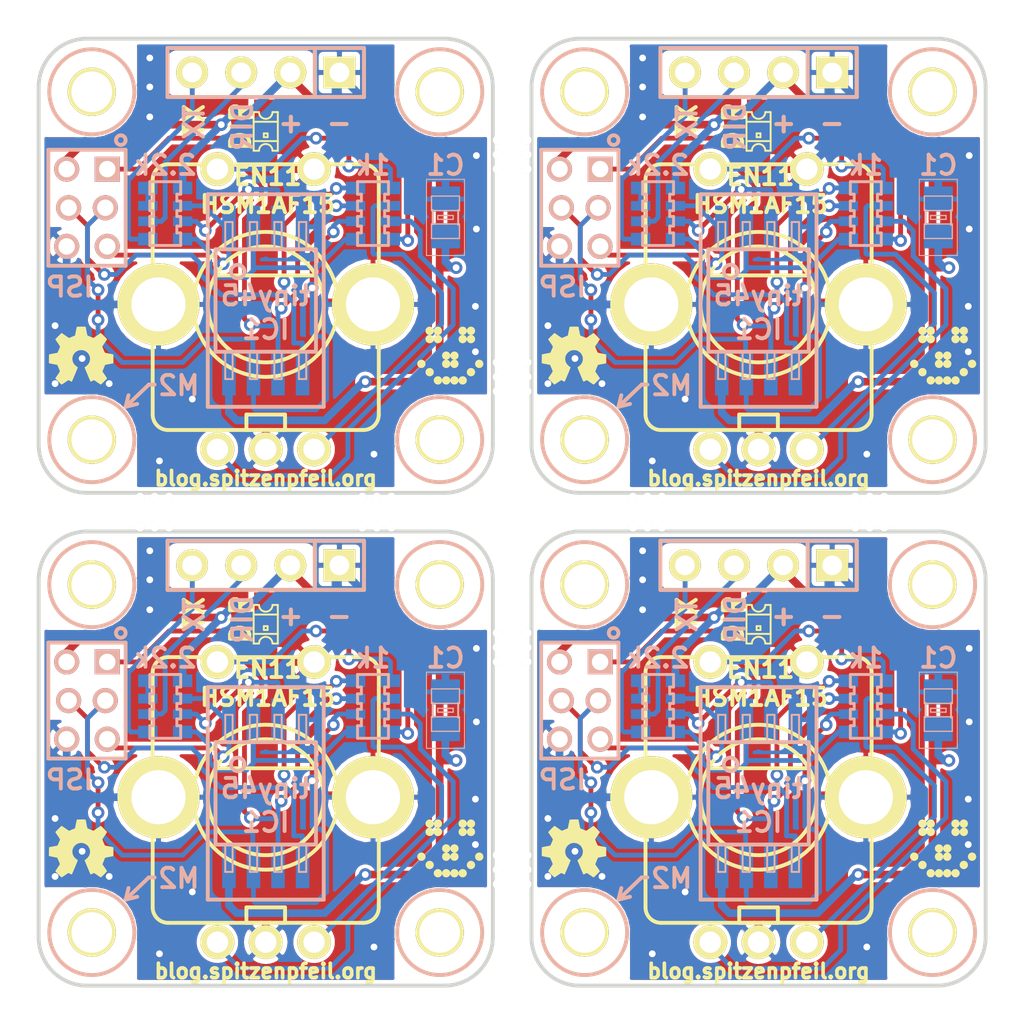
<source format=kicad_pcb>
(kicad_pcb (version 3) (host pcbnew "(2013-03-02 BZR 3981)-testing")
  (title_block (title "Serial Knob - a.k.a. \"The Knob\"") (rev 1.00) (company "2013 - blog.spitzenpfeil.org"))
  (layers (15 Front signal) (0 Back signal hide) (20 B.SilkS user) (21 F.SilkS user) (22 B.Mask user) (23 F.Mask user) (28 Edge.Cuts user))
  (net 0 "")
  (net 1 /BUTTON)
  (net 2 /ENC_A)
  (net 3 /ENC_B)
  (net 4 /LED)
  (net 5 /MISO)
  (net 6 /MOSI)
  (net 7 /PB4)
  (net 8 /RESET)
  (net 9 /SCK)
  (net 10 /TX)
  (net 11 GND)
  (net 12 N-0000011)
  (net 13 N-0000012)
  (net 14 N-0000013)
  (net 15 VCC)
  (module 1pin (layer Front) (at 106.5 58.5)
    (fp_text reference 1PIN hide)
    (fp_text value P*** hide)
    (pad "" np_thru_hole circle (at 0 0) (size 0.5 0.5) (drill 0.5) (layers *.Cu *.Mask F.SilkS))
  )
  (module 1pin (layer Front) (at 108 58.5)
    (fp_text reference 1PIN hide)
    (fp_text value P*** hide)
    (pad "" np_thru_hole circle (at 0 0) (size 0.5 0.5) (drill 0.5) (layers *.Cu *.Mask F.SilkS))
  )
  (module 1pin (layer Front) (at 108 57)
    (fp_text reference 1PIN hide)
    (fp_text value P*** hide)
    (pad "" np_thru_hole circle (at 0 0) (size 0.5 0.5) (drill 0.5) (layers *.Cu *.Mask F.SilkS))
  )
  (module 1pin (layer Front) (at 106.5 57)
    (fp_text reference 1PIN hide)
    (fp_text value P*** hide)
    (pad "" np_thru_hole circle (at 0 0) (size 0.5 0.5) (drill 0.5) (layers *.Cu *.Mask F.SilkS))
  )
  (module 1pin (layer Front) (at 107.25 57)
    (fp_text reference 1PIN hide)
    (fp_text value P*** hide)
    (pad "" np_thru_hole circle (at 0 0) (size 0.5 0.5) (drill 0.5) (layers *.Cu *.Mask F.SilkS))
  )
  (module 1pin (layer Front) (at 107.25 58.5)
    (fp_text reference 1PIN hide)
    (fp_text value P*** hide)
    (pad "" np_thru_hole circle (at 0 0) (size 0.5 0.5) (drill 0.5) (layers *.Cu *.Mask F.SilkS))
  )
  (module 1pin (layer Front) (at 118.75 58.5)
    (fp_text reference 1PIN hide)
    (fp_text value P*** hide)
    (pad "" np_thru_hole circle (at 0 0) (size 0.5 0.5) (drill 0.5) (layers *.Cu *.Mask F.SilkS))
  )
  (module 1pin (layer Front) (at 118.75 57)
    (fp_text reference 1PIN hide)
    (fp_text value P*** hide)
    (pad "" np_thru_hole circle (at 0 0) (size 0.5 0.5) (drill 0.5) (layers *.Cu *.Mask F.SilkS))
  )
  (module 1pin (layer Front) (at 118 57)
    (fp_text reference 1PIN hide)
    (fp_text value P*** hide)
    (pad "" np_thru_hole circle (at 0 0) (size 0.5 0.5) (drill 0.5) (layers *.Cu *.Mask F.SilkS))
  )
  (module 1pin (layer Front) (at 119.5 57)
    (fp_text reference 1PIN hide)
    (fp_text value P*** hide)
    (pad "" np_thru_hole circle (at 0 0) (size 0.5 0.5) (drill 0.5) (layers *.Cu *.Mask F.SilkS))
  )
  (module 1pin (layer Front) (at 119.5 58.5)
    (fp_text reference 1PIN hide)
    (fp_text value P*** hide)
    (pad "" np_thru_hole circle (at 0 0) (size 0.5 0.5) (drill 0.5) (layers *.Cu *.Mask F.SilkS))
  )
  (module 1pin (layer Front) (at 118 58.5)
    (fp_text reference 1PIN hide)
    (fp_text value P*** hide)
    (pad "" np_thru_hole circle (at 0 0) (size 0.5 0.5) (drill 0.5) (layers *.Cu *.Mask F.SilkS))
  )
  (module 1pin (layer Front) (at 92.5 58.5)
    (fp_text reference 1PIN hide)
    (fp_text value P*** hide)
    (pad "" np_thru_hole circle (at 0 0) (size 0.5 0.5) (drill 0.5) (layers *.Cu *.Mask F.SilkS))
  )
  (module 1pin (layer Front) (at 94 58.5)
    (fp_text reference 1PIN hide)
    (fp_text value P*** hide)
    (pad "" np_thru_hole circle (at 0 0) (size 0.5 0.5) (drill 0.5) (layers *.Cu *.Mask F.SilkS))
  )
  (module 1pin (layer Front) (at 94 57)
    (fp_text reference 1PIN hide)
    (fp_text value P*** hide)
    (pad "" np_thru_hole circle (at 0 0) (size 0.5 0.5) (drill 0.5) (layers *.Cu *.Mask F.SilkS))
  )
  (module 1pin (layer Front) (at 92.5 57)
    (fp_text reference 1PIN hide)
    (fp_text value P*** hide)
    (pad "" np_thru_hole circle (at 0 0) (size 0.5 0.5) (drill 0.5) (layers *.Cu *.Mask F.SilkS))
  )
  (module 1pin (layer Front) (at 93.25 57)
    (fp_text reference 1PIN hide)
    (fp_text value P*** hide)
    (pad "" np_thru_hole circle (at 0 0) (size 0.5 0.5) (drill 0.5) (layers *.Cu *.Mask F.SilkS))
  )
  (module 1pin (layer Front) (at 93.25 58.5)
    (fp_text reference 1PIN hide)
    (fp_text value P*** hide)
    (pad "" np_thru_hole circle (at 0 0) (size 0.5 0.5) (drill 0.5) (layers *.Cu *.Mask F.SilkS))
  )
  (module 1pin (layer Front) (at 99.5 65.5)
    (fp_text reference 1PIN hide)
    (fp_text value P*** hide)
    (pad "" np_thru_hole circle (at 0 0) (size 0.5 0.5) (drill 0.5) (layers *.Cu *.Mask F.SilkS))
  )
  (module 1pin (layer Front) (at 99.5 64)
    (fp_text reference 1PIN hide)
    (fp_text value P*** hide)
    (pad "" np_thru_hole circle (at 0 0) (size 0.5 0.5) (drill 0.5) (layers *.Cu *.Mask F.SilkS))
  )
  (module 1pin (layer Front) (at 101 64)
    (fp_text reference 1PIN hide)
    (fp_text value P*** hide)
    (pad "" np_thru_hole circle (at 0 0) (size 0.5 0.5) (drill 0.5) (layers *.Cu *.Mask F.SilkS))
  )
  (module 1pin (layer Front) (at 101 65.5)
    (fp_text reference 1PIN hide)
    (fp_text value P*** hide)
    (pad "" np_thru_hole circle (at 0 0) (size 0.5 0.5) (drill 0.5) (layers *.Cu *.Mask F.SilkS))
  )
  (module 1pin (layer Front) (at 99.5 64.75)
    (fp_text reference 1PIN hide)
    (fp_text value P*** hide)
    (pad "" np_thru_hole circle (at 0 0) (size 0.5 0.5) (drill 0.5) (layers *.Cu *.Mask F.SilkS))
  )
  (module 1pin (layer Front) (at 101 64.75)
    (fp_text reference 1PIN hide)
    (fp_text value P*** hide)
    (pad "" np_thru_hole circle (at 0 0) (size 0.5 0.5) (drill 0.5) (layers *.Cu *.Mask F.SilkS))
  )
  (module 1pin (layer Front) (at 101 76.25)
    (fp_text reference 1PIN hide)
    (fp_text value P*** hide)
    (pad "" np_thru_hole circle (at 0 0) (size 0.5 0.5) (drill 0.5) (layers *.Cu *.Mask F.SilkS))
  )
  (module 1pin (layer Front) (at 99.5 76.25)
    (fp_text reference 1PIN hide)
    (fp_text value P*** hide)
    (pad "" np_thru_hole circle (at 0 0) (size 0.5 0.5) (drill 0.5) (layers *.Cu *.Mask F.SilkS))
  )
  (module 1pin (layer Front) (at 101 77)
    (fp_text reference 1PIN hide)
    (fp_text value P*** hide)
    (pad "" np_thru_hole circle (at 0 0) (size 0.5 0.5) (drill 0.5) (layers *.Cu *.Mask F.SilkS))
  )
  (module 1pin (layer Front) (at 101 75.5)
    (fp_text reference 1PIN hide)
    (fp_text value P*** hide)
    (pad "" np_thru_hole circle (at 0 0) (size 0.5 0.5) (drill 0.5) (layers *.Cu *.Mask F.SilkS))
  )
  (module 1pin (layer Front) (at 99.5 75.5)
    (fp_text reference 1PIN hide)
    (fp_text value P*** hide)
    (pad "" np_thru_hole circle (at 0 0) (size 0.5 0.5) (drill 0.5) (layers *.Cu *.Mask F.SilkS))
  )
  (module 1pin (layer Front) (at 99.5 77)
    (fp_text reference 1PIN hide)
    (fp_text value P*** hide)
    (pad "" np_thru_hole circle (at 0 0) (size 0.5 0.5) (drill 0.5) (layers *.Cu *.Mask F.SilkS))
  )
  (module 1pin (layer Front) (at 99.5 51.5)
    (fp_text reference 1PIN hide)
    (fp_text value P*** hide)
    (pad "" np_thru_hole circle (at 0 0) (size 0.5 0.5) (drill 0.5) (layers *.Cu *.Mask F.SilkS))
  )
  (module 1pin (layer Front) (at 99.5 50)
    (fp_text reference 1PIN hide)
    (fp_text value P*** hide)
    (pad "" np_thru_hole circle (at 0 0) (size 0.5 0.5) (drill 0.5) (layers *.Cu *.Mask F.SilkS))
  )
  (module 1pin (layer Front) (at 101 50)
    (fp_text reference 1PIN hide)
    (fp_text value P*** hide)
    (pad "" np_thru_hole circle (at 0 0) (size 0.5 0.5) (drill 0.5) (layers *.Cu *.Mask F.SilkS))
  )
  (module 1pin (layer Front) (at 101 51.5)
    (fp_text reference 1PIN hide)
    (fp_text value P*** hide)
    (pad "" np_thru_hole circle (at 0 0) (size 0.5 0.5) (drill 0.5) (layers *.Cu *.Mask F.SilkS))
  )
  (module 1pin (layer Front) (at 99.5 50.75)
    (fp_text reference 1PIN hide)
    (fp_text value P*** hide)
    (pad "" np_thru_hole circle (at 0 0) (size 0.5 0.5) (drill 0.5) (layers *.Cu *.Mask F.SilkS))
  )
  (module 1pin (layer Front) (at 101 50.75)
    (fp_text reference 1PIN hide)
    (fp_text value P*** hide)
    (pad "" np_thru_hole circle (at 0 0) (size 0.5 0.5) (drill 0.5) (layers *.Cu *.Mask F.SilkS))
  )
  (module 1pin (layer Front) (at 81.75 58.5)
    (fp_text reference 1PIN hide)
    (fp_text value P*** hide)
    (pad "" np_thru_hole circle (at 0 0) (size 0.5 0.5) (drill 0.5) (layers *.Cu *.Mask F.SilkS))
  )
  (module 1pin (layer Front) (at 81.75 57)
    (fp_text reference 1PIN hide)
    (fp_text value P*** hide)
    (pad "" np_thru_hole circle (at 0 0) (size 0.5 0.5) (drill 0.5) (layers *.Cu *.Mask F.SilkS))
  )
  (module 1pin (layer Front) (at 101 39.25)
    (fp_text reference 1PIN hide)
    (fp_text value P*** hide)
    (pad "" np_thru_hole circle (at 0 0) (size 0.5 0.5) (drill 0.5) (layers *.Cu *.Mask F.SilkS))
  )
  (module 1pin (layer Front) (at 99.5 39.25)
    (fp_text reference 1PIN hide)
    (fp_text value P*** hide)
    (pad "" np_thru_hole circle (at 0 0) (size 0.5 0.5) (drill 0.5) (layers *.Cu *.Mask F.SilkS))
  )
  (module 1pin (layer Front) (at 101 40)
    (fp_text reference 1PIN hide)
    (fp_text value P*** hide)
    (pad "" np_thru_hole circle (at 0 0) (size 0.5 0.5) (drill 0.5) (layers *.Cu *.Mask F.SilkS))
  )
  (module 1pin (layer Front) (at 101 38.5)
    (fp_text reference 1PIN hide)
    (fp_text value P*** hide)
    (pad "" np_thru_hole circle (at 0 0) (size 0.5 0.5) (drill 0.5) (layers *.Cu *.Mask F.SilkS))
  )
  (module MADW__EN11-HSM1AF15 (layer Front) (at 113 47)
    (fp_text reference ENC1 hide)
    (fp_text value EN11-HSM1AF15 hide)
    (pad A thru_hole circle (at -2.5 7.5) (size 1.75 1.75) (drill 1.1) (layers *.Cu *.Mask F.SilkS) (net 2 /ENC_A))
    (pad B thru_hole circle (at 2.5 7.5) (size 1.75 1.75) (drill 1.1) (layers *.Cu *.Mask F.SilkS) (net 3 /ENC_B))
    (pad C thru_hole circle (at 0 7.5) (size 1.75 1.75) (drill 1.1) (layers *.Cu *.Mask F.SilkS) (net 11 GND))
    (pad SW2 thru_hole circle (at 2.5 -7) (size 1.75 1.75) (drill 1.1) (layers *.Cu *.Mask F.SilkS) (net 11 GND))
    (pad SW1 thru_hole circle (at -2.5 -7) (size 1.75 1.75) (drill 1.1) (layers *.Cu *.Mask F.SilkS) (net 1 /BUTTON))
    (pad body thru_hole oval (at 5.55 0) (size 4.25 4.25) (drill 2.8) (layers *.Cu *.Mask F.SilkS) (net 11 GND))
    (pad body thru_hole oval (at -5.55 0) (size 4.25 4.25) (drill 2.8) (layers *.Cu *.Mask F.SilkS) (net 11 GND))
  )
  (module MADW__mounting_hole_2mm (layer Front) (at 122 54)
    (fp_text reference MH4 hide)
    (fp_text value CONN_1 hide)
    (pad 1 thru_hole circle (at 0 0) (size 2.5 2.5) (drill 2.1) (layers *.Cu *.Mask F.SilkS) (clearance 1.1))
  )
  (module MADW__mounting_hole_2mm (layer Front) (at 104 54)
    (fp_text reference MH1 hide)
    (fp_text value CONN_1 hide)
    (pad 1 thru_hole circle (at 0 0) (size 2.5 2.5) (drill 2.1) (layers *.Cu *.Mask F.SilkS) (clearance 1.1))
  )
  (module MADW__mounting_hole_2mm (layer Front) (at 104 36)
    (fp_text reference MH3 hide)
    (fp_text value CONN_1 hide)
    (pad 1 thru_hole circle (at 0 0) (size 2.5 2.5) (drill 2.1) (layers *.Cu *.Mask F.SilkS) (clearance 1.1))
  )
  (module MADW__mounting_hole_2mm (layer Front) (at 122 36)
    (fp_text reference MH2 hide)
    (fp_text value CONN_1 hide)
    (pad 1 thru_hole circle (at 0 0) (size 2.5 2.5) (drill 2.1) (layers *.Cu *.Mask F.SilkS) (clearance 1.1))
  )
  (module MADW__PIN_ARRAY_3x2_2mm (layer Back) (at 103.75 42 270)
    (fp_text reference JP1 hide)
    (fp_text value ISP (at 4.1 0.9 360) (layer B.SilkS) (effects (font (thickness 0.2)) (justify mirror)))
    (pad 1 thru_hole rect (at -2 -1.05 270) (size 1.3 1.3) (drill 0.85) (layers *.Cu *.Mask B.SilkS) (net 5 /MISO))
    (pad 2 thru_hole circle (at -2 1.05 270) (size 1.3 1.3) (drill 0.85) (layers *.Cu *.Mask B.SilkS) (net 15 VCC))
    (pad 3 thru_hole circle (at 0 -0.95 270) (size 1.3 1.3) (drill 0.85) (layers *.Cu *.Mask B.SilkS) (net 9 /SCK))
    (pad 4 thru_hole circle (at 0 0.95 270) (size 1.3 1.3) (drill 0.85) (layers *.Cu *.Mask B.SilkS) (net 6 /MOSI))
    (pad 5 thru_hole circle (at 2 -1.05 270) (size 1.3 1.3) (drill 0.85) (layers *.Cu *.Mask B.SilkS) (net 8 /RESET))
    (pad 6 thru_hole circle (at 2 1.05 270) (size 1.3 1.3) (drill 0.85) (layers *.Cu *.Mask B.SilkS) (net 11 GND))
  )
  (module LOGO (layer Front) (at 102.75 46.425)
    (fp_text reference G3 hide)
    (fp_text value Tindie hide)
  )
  (module MADW__SIL-4 (layer Front) (at 113 35 180)
    (fp_text reference P1 hide)
    (fp_text value CONN_4 hide)
    (pad 1 thru_hole rect (at -3.81 0 180) (size 1.65 1.65) (drill 1.016) (layers *.Cu *.Mask F.SilkS) (net 11 GND))
    (pad 2 thru_hole circle (at -1.27 0 180) (size 1.65 1.65) (drill 1.016) (layers *.Cu *.Mask F.SilkS) (net 15 VCC))
    (pad 3 thru_hole circle (at 1.27 0 180) (size 1.65 1.65) (drill 1.016) (layers *.Cu *.Mask F.SilkS) (net 7 /PB4))
    (pad 4 thru_hole circle (at 3.81 0 180) (size 1.65 1.65) (drill 1.016) (layers *.Cu *.Mask F.SilkS) (net 10 /TX))
  )
  (module MADW__SO8_200mil_wide (layer Back) (at 113 46.8)
    (fp_text reference IC1 (at 0 1.5) (layer B.SilkS) (effects (font (thickness 0.2)) (justify mirror)))
    (fp_text value ATTINY85-S hide)
    (pad 1 smd rect (at -1.905 -3.81) (size 0.7 2.2) (layers Back B.Mask) (net 8 /RESET))
    (pad 2 smd rect (at -0.635 -3.81) (size 0.7 2.2) (layers Back B.Mask) (net 4 /LED))
    (pad 3 smd rect (at 0.635 -3.81) (size 0.7 2.2) (layers Back B.Mask) (net 12 N-0000011))
    (pad 4 smd rect (at 1.905 -3.81) (size 0.7 2.2) (layers Back B.Mask) (net 11 GND))
    (pad 5 smd rect (at 1.905 3.81) (size 0.7 2.2) (layers Back B.Mask) (net 6 /MOSI))
    (pad 6 smd rect (at 0.635 3.81) (size 0.7 2.2) (layers Back B.Mask) (net 5 /MISO))
    (pad 7 smd rect (at -0.635 3.81) (size 0.7 2.2) (layers Back B.Mask) (net 9 /SCK))
    (pad 8 smd rect (at -1.905 3.81) (size 0.7 2.2) (layers Back B.Mask) (net 15 VCC))
  )
  (module LOGO (layer Front) (at 122.55 49.65)
    (fp_text reference G2 hide)
    (fp_text value LOGO hide)
  )
  (module "" (layer Front) (at 103.45 49.65)
    (fp_text reference G1 hide)
    (fp_text value LOGO hide)
  )
  (module -C0805 (layer Back) (at 122.3 42.5 90)
    (fp_text reference C1 (at 2.7 0 180) (layer B.SilkS) (effects (font (thickness 0.2)) (justify mirror)))
    (fp_text value 4µ7 hide)
    (pad 1 smd rect (at -0.94996 0 90) (size 1.29794 1.4986) (layers Back B.Mask) (net 15 VCC))
    (pad 2 smd rect (at 0.94996 0 90) (size 1.29794 1.4986) (layers Back B.Mask) (net 11 GND))
  )
  (module MADW__CHIPLED-0805 (layer Front) (at 113 38.05 270)
    (fp_text reference D1 hide)
    (fp_text value LED hide)
    (pad 1 smd rect (at -1.04902 0 270) (size 1.19888 1.19888) (layers Front F.Mask) (net 14 N-0000013))
    (pad 2 smd rect (at 1.04902 0 270) (size 1.19888 1.19888) (layers Front F.Mask) (net 11 GND))
  )
  (module MADW__1206*4_resistor_array (layer Back) (at 118.55 42.3 90)
    (fp_text reference RP2 hide)
    (fp_text value 1k (at 2.5 0 180) (layer B.SilkS) (effects (font (thickness 0.2)) (justify mirror)))
    (pad 8 smd rect (at -1.325 0.9 90) (size 0.65 1) (layers Back B.Mask) (net 14 N-0000013))
    (pad 7 smd rect (at -0.4 0.9 90) (size 0.5 1) (layers Back B.Mask) (net 2 /ENC_A))
    (pad 6 smd rect (at 0.4 0.9 90) (size 0.5 1) (layers Back B.Mask) (net 3 /ENC_B))
    (pad 5 smd rect (at 1.325 0.9 90) (size 0.65 1) (layers Back B.Mask) (net 1 /BUTTON))
    (pad 1 smd rect (at -1.325 -0.9 90) (size 0.65 1) (layers Back B.Mask) (net 4 /LED))
    (pad 2 smd rect (at -0.4 -0.9 90) (size 0.5 1) (layers Back B.Mask) (net 9 /SCK))
    (pad 3 smd rect (at 0.4 -0.9 90) (size 0.5 1) (layers Back B.Mask) (net 5 /MISO))
    (pad 4 smd rect (at 1.325 -0.9 90) (size 0.65 1) (layers Back B.Mask) (net 6 /MOSI))
  )
  (module MADW__1206*4_resistor_array (layer Back) (at 107.8 42.3 270)
    (fp_text reference RP1 hide)
    (fp_text value 2.2k (at -2.5 0 360) (layer B.SilkS) (effects (font (thickness 0.2)) (justify mirror)))
    (pad 8 smd rect (at -1.325 0.9 270) (size 0.65 1) (layers Back B.Mask) (net 13 N-0000012))
    (pad 7 smd rect (at -0.4 0.9 270) (size 0.5 1) (layers Back B.Mask) (net 13 N-0000012))
    (pad 6 smd rect (at 0.4 0.9 270) (size 0.5 1) (layers Back B.Mask) (net 7 /PB4))
    (pad 5 smd rect (at 1.325 0.9 270) (size 0.65 1) (layers Back B.Mask) (net 10 /TX))
    (pad 1 smd rect (at -1.325 -0.9 270) (size 0.65 1) (layers Back B.Mask) (net 15 VCC))
    (pad 2 smd rect (at -0.4 -0.9 270) (size 0.5 1) (layers Back B.Mask) (net 8 /RESET))
    (pad 3 smd rect (at 0.4 -0.9 270) (size 0.5 1) (layers Back B.Mask) (net 12 N-0000011))
    (pad 4 smd rect (at 1.325 -0.9 270) (size 0.65 1) (layers Back B.Mask) (net 4 /LED))
  )
  (module MADW__1206*4_resistor_array (layer Back) (at 82.3 42.3 270)
    (fp_text reference RP1 hide)
    (fp_text value 2.2k (at -2.5 0 360) (layer B.SilkS) (effects (font (thickness 0.2)) (justify mirror)))
    (pad 8 smd rect (at -1.325 0.9 270) (size 0.65 1) (layers Back B.Mask) (net 13 N-0000012))
    (pad 7 smd rect (at -0.4 0.9 270) (size 0.5 1) (layers Back B.Mask) (net 13 N-0000012))
    (pad 6 smd rect (at 0.4 0.9 270) (size 0.5 1) (layers Back B.Mask) (net 7 /PB4))
    (pad 5 smd rect (at 1.325 0.9 270) (size 0.65 1) (layers Back B.Mask) (net 10 /TX))
    (pad 1 smd rect (at -1.325 -0.9 270) (size 0.65 1) (layers Back B.Mask) (net 15 VCC))
    (pad 2 smd rect (at -0.4 -0.9 270) (size 0.5 1) (layers Back B.Mask) (net 8 /RESET))
    (pad 3 smd rect (at 0.4 -0.9 270) (size 0.5 1) (layers Back B.Mask) (net 12 N-0000011))
    (pad 4 smd rect (at 1.325 -0.9 270) (size 0.65 1) (layers Back B.Mask) (net 4 /LED))
  )
  (module MADW__1206*4_resistor_array (layer Back) (at 93.05 42.3 90)
    (fp_text reference RP2 hide)
    (fp_text value 1k (at 2.5 0 180) (layer B.SilkS) (effects (font (thickness 0.2)) (justify mirror)))
    (pad 8 smd rect (at -1.325 0.9 90) (size 0.65 1) (layers Back B.Mask) (net 14 N-0000013))
    (pad 7 smd rect (at -0.4 0.9 90) (size 0.5 1) (layers Back B.Mask) (net 2 /ENC_A))
    (pad 6 smd rect (at 0.4 0.9 90) (size 0.5 1) (layers Back B.Mask) (net 3 /ENC_B))
    (pad 5 smd rect (at 1.325 0.9 90) (size 0.65 1) (layers Back B.Mask) (net 1 /BUTTON))
    (pad 1 smd rect (at -1.325 -0.9 90) (size 0.65 1) (layers Back B.Mask) (net 4 /LED))
    (pad 2 smd rect (at -0.4 -0.9 90) (size 0.5 1) (layers Back B.Mask) (net 9 /SCK))
    (pad 3 smd rect (at 0.4 -0.9 90) (size 0.5 1) (layers Back B.Mask) (net 5 /MISO))
    (pad 4 smd rect (at 1.325 -0.9 90) (size 0.65 1) (layers Back B.Mask) (net 6 /MOSI))
  )
  (module MADW__CHIPLED-0805 (layer Front) (at 87.5 38.05 270)
    (fp_text reference D1 hide)
    (fp_text value LED hide)
    (pad 1 smd rect (at -1.04902 0 270) (size 1.19888 1.19888) (layers Front F.Mask) (net 14 N-0000013))
    (pad 2 smd rect (at 1.04902 0 270) (size 1.19888 1.19888) (layers Front F.Mask) (net 11 GND))
  )
  (module -C0805 (layer Back) (at 96.8 42.5 90)
    (fp_text reference C1 (at 2.7 0 180) (layer B.SilkS) (effects (font (thickness 0.2)) (justify mirror)))
    (fp_text value 4µ7 hide)
    (pad 1 smd rect (at -0.94996 0 90) (size 1.29794 1.4986) (layers Back B.Mask) (net 15 VCC))
    (pad 2 smd rect (at 0.94996 0 90) (size 1.29794 1.4986) (layers Back B.Mask) (net 11 GND))
  )
  (module "" (layer Front) (at 77.95 49.65)
    (fp_text reference G1 hide)
    (fp_text value LOGO hide)
  )
  (module LOGO (layer Front) (at 97.05 49.65)
    (fp_text reference G2 hide)
    (fp_text value LOGO hide)
  )
  (module MADW__SO8_200mil_wide (layer Back) (at 87.5 46.8)
    (fp_text reference IC1 (at 0 1.5) (layer B.SilkS) (effects (font (thickness 0.2)) (justify mirror)))
    (fp_text value ATTINY85-S hide)
    (pad 1 smd rect (at -1.905 -3.81) (size 0.7 2.2) (layers Back B.Mask) (net 8 /RESET))
    (pad 2 smd rect (at -0.635 -3.81) (size 0.7 2.2) (layers Back B.Mask) (net 4 /LED))
    (pad 3 smd rect (at 0.635 -3.81) (size 0.7 2.2) (layers Back B.Mask) (net 12 N-0000011))
    (pad 4 smd rect (at 1.905 -3.81) (size 0.7 2.2) (layers Back B.Mask) (net 11 GND))
    (pad 5 smd rect (at 1.905 3.81) (size 0.7 2.2) (layers Back B.Mask) (net 6 /MOSI))
    (pad 6 smd rect (at 0.635 3.81) (size 0.7 2.2) (layers Back B.Mask) (net 5 /MISO))
    (pad 7 smd rect (at -0.635 3.81) (size 0.7 2.2) (layers Back B.Mask) (net 9 /SCK))
    (pad 8 smd rect (at -1.905 3.81) (size 0.7 2.2) (layers Back B.Mask) (net 15 VCC))
  )
  (module MADW__SIL-4 (layer Front) (at 87.5 35 180)
    (fp_text reference P1 hide)
    (fp_text value CONN_4 hide)
    (pad 1 thru_hole rect (at -3.81 0 180) (size 1.65 1.65) (drill 1.016) (layers *.Cu *.Mask F.SilkS) (net 11 GND))
    (pad 2 thru_hole circle (at -1.27 0 180) (size 1.65 1.65) (drill 1.016) (layers *.Cu *.Mask F.SilkS) (net 15 VCC))
    (pad 3 thru_hole circle (at 1.27 0 180) (size 1.65 1.65) (drill 1.016) (layers *.Cu *.Mask F.SilkS) (net 7 /PB4))
    (pad 4 thru_hole circle (at 3.81 0 180) (size 1.65 1.65) (drill 1.016) (layers *.Cu *.Mask F.SilkS) (net 10 /TX))
  )
  (module LOGO (layer Front) (at 77.25 46.425)
    (fp_text reference G3 hide)
    (fp_text value Tindie hide)
  )
  (module MADW__PIN_ARRAY_3x2_2mm (layer Back) (at 78.25 42 270)
    (fp_text reference JP1 hide)
    (fp_text value ISP (at 4.1 0.9 360) (layer B.SilkS) (effects (font (thickness 0.2)) (justify mirror)))
    (pad 1 thru_hole rect (at -2 -1.05 270) (size 1.3 1.3) (drill 0.85) (layers *.Cu *.Mask B.SilkS) (net 5 /MISO))
    (pad 2 thru_hole circle (at -2 1.05 270) (size 1.3 1.3) (drill 0.85) (layers *.Cu *.Mask B.SilkS) (net 15 VCC))
    (pad 3 thru_hole circle (at 0 -0.95 270) (size 1.3 1.3) (drill 0.85) (layers *.Cu *.Mask B.SilkS) (net 9 /SCK))
    (pad 4 thru_hole circle (at 0 0.95 270) (size 1.3 1.3) (drill 0.85) (layers *.Cu *.Mask B.SilkS) (net 6 /MOSI))
    (pad 5 thru_hole circle (at 2 -1.05 270) (size 1.3 1.3) (drill 0.85) (layers *.Cu *.Mask B.SilkS) (net 8 /RESET))
    (pad 6 thru_hole circle (at 2 1.05 270) (size 1.3 1.3) (drill 0.85) (layers *.Cu *.Mask B.SilkS) (net 11 GND))
  )
  (module MADW__mounting_hole_2mm (layer Front) (at 96.5 36)
    (fp_text reference MH2 hide)
    (fp_text value CONN_1 hide)
    (pad 1 thru_hole circle (at 0 0) (size 2.5 2.5) (drill 2.1) (layers *.Cu *.Mask F.SilkS) (clearance 1.1))
  )
  (module MADW__mounting_hole_2mm (layer Front) (at 78.5 36)
    (fp_text reference MH3 hide)
    (fp_text value CONN_1 hide)
    (pad 1 thru_hole circle (at 0 0) (size 2.5 2.5) (drill 2.1) (layers *.Cu *.Mask F.SilkS) (clearance 1.1))
  )
  (module MADW__mounting_hole_2mm (layer Front) (at 78.5 54)
    (fp_text reference MH1 hide)
    (fp_text value CONN_1 hide)
    (pad 1 thru_hole circle (at 0 0) (size 2.5 2.5) (drill 2.1) (layers *.Cu *.Mask F.SilkS) (clearance 1.1))
  )
  (module MADW__mounting_hole_2mm (layer Front) (at 96.5 54)
    (fp_text reference MH4 hide)
    (fp_text value CONN_1 hide)
    (pad 1 thru_hole circle (at 0 0) (size 2.5 2.5) (drill 2.1) (layers *.Cu *.Mask F.SilkS) (clearance 1.1))
  )
  (module MADW__EN11-HSM1AF15 (layer Front) (at 87.5 47)
    (fp_text reference ENC1 hide)
    (fp_text value EN11-HSM1AF15 hide)
    (pad A thru_hole circle (at -2.5 7.5) (size 1.75 1.75) (drill 1.1) (layers *.Cu *.Mask F.SilkS) (net 2 /ENC_A))
    (pad B thru_hole circle (at 2.5 7.5) (size 1.75 1.75) (drill 1.1) (layers *.Cu *.Mask F.SilkS) (net 3 /ENC_B))
    (pad C thru_hole circle (at 0 7.5) (size 1.75 1.75) (drill 1.1) (layers *.Cu *.Mask F.SilkS) (net 11 GND))
    (pad SW2 thru_hole circle (at 2.5 -7) (size 1.75 1.75) (drill 1.1) (layers *.Cu *.Mask F.SilkS) (net 11 GND))
    (pad SW1 thru_hole circle (at -2.5 -7) (size 1.75 1.75) (drill 1.1) (layers *.Cu *.Mask F.SilkS) (net 1 /BUTTON))
    (pad body thru_hole oval (at 5.55 0) (size 4.25 4.25) (drill 2.8) (layers *.Cu *.Mask F.SilkS) (net 11 GND))
    (pad body thru_hole oval (at -5.55 0) (size 4.25 4.25) (drill 2.8) (layers *.Cu *.Mask F.SilkS) (net 11 GND))
  )
  (module 1pin (layer Front) (at 81 57)
    (fp_text reference 1PIN hide)
    (fp_text value P*** hide)
    (pad "" np_thru_hole circle (at 0 0) (size 0.5 0.5) (drill 0.5) (layers *.Cu *.Mask F.SilkS))
  )
  (module 1pin (layer Front) (at 99.5 38.5)
    (fp_text reference 1PIN hide)
    (fp_text value P*** hide)
    (pad "" np_thru_hole circle (at 0 0) (size 0.5 0.5) (drill 0.5) (layers *.Cu *.Mask F.SilkS))
  )
  (module 1pin (layer Front) (at 99.5 40)
    (fp_text reference 1PIN hide)
    (fp_text value P*** hide)
    (pad "" np_thru_hole circle (at 0 0) (size 0.5 0.5) (drill 0.5) (layers *.Cu *.Mask F.SilkS))
  )
  (module 1pin (layer Front) (at 82.5 57)
    (fp_text reference 1PIN hide)
    (fp_text value P*** hide)
    (pad "" np_thru_hole circle (at 0 0) (size 0.5 0.5) (drill 0.5) (layers *.Cu *.Mask F.SilkS))
  )
  (module 1pin (layer Front) (at 82.5 58.5)
    (fp_text reference 1PIN hide)
    (fp_text value P*** hide)
    (pad "" np_thru_hole circle (at 0 0) (size 0.5 0.5) (drill 0.5) (layers *.Cu *.Mask F.SilkS))
  )
  (module 1pin (layer Front) (at 81 58.5)
    (fp_text reference 1PIN hide)
    (fp_text value P*** hide)
    (pad "" np_thru_hole circle (at 0 0) (size 0.5 0.5) (drill 0.5) (layers *.Cu *.Mask F.SilkS))
  )
  (module MADW__EN11-HSM1AF15 (layer Front) (at 87.5 72.5)
    (fp_text reference ENC1 hide)
    (fp_text value EN11-HSM1AF15 hide)
    (pad A thru_hole circle (at -2.5 7.5) (size 1.75 1.75) (drill 1.1) (layers *.Cu *.Mask F.SilkS) (net 2 /ENC_A))
    (pad B thru_hole circle (at 2.5 7.5) (size 1.75 1.75) (drill 1.1) (layers *.Cu *.Mask F.SilkS) (net 3 /ENC_B))
    (pad C thru_hole circle (at 0 7.5) (size 1.75 1.75) (drill 1.1) (layers *.Cu *.Mask F.SilkS) (net 11 GND))
    (pad SW2 thru_hole circle (at 2.5 -7) (size 1.75 1.75) (drill 1.1) (layers *.Cu *.Mask F.SilkS) (net 11 GND))
    (pad SW1 thru_hole circle (at -2.5 -7) (size 1.75 1.75) (drill 1.1) (layers *.Cu *.Mask F.SilkS) (net 1 /BUTTON))
    (pad body thru_hole oval (at 5.55 0) (size 4.25 4.25) (drill 2.8) (layers *.Cu *.Mask F.SilkS) (net 11 GND))
    (pad body thru_hole oval (at -5.55 0) (size 4.25 4.25) (drill 2.8) (layers *.Cu *.Mask F.SilkS) (net 11 GND))
  )
  (module MADW__mounting_hole_2mm (layer Front) (at 96.5 79.5)
    (fp_text reference MH4 hide)
    (fp_text value CONN_1 hide)
    (pad 1 thru_hole circle (at 0 0) (size 2.5 2.5) (drill 2.1) (layers *.Cu *.Mask F.SilkS) (clearance 1.1))
  )
  (module MADW__mounting_hole_2mm (layer Front) (at 78.5 79.5)
    (fp_text reference MH1 hide)
    (fp_text value CONN_1 hide)
    (pad 1 thru_hole circle (at 0 0) (size 2.5 2.5) (drill 2.1) (layers *.Cu *.Mask F.SilkS) (clearance 1.1))
  )
  (module MADW__mounting_hole_2mm (layer Front) (at 78.5 61.5)
    (fp_text reference MH3 hide)
    (fp_text value CONN_1 hide)
    (pad 1 thru_hole circle (at 0 0) (size 2.5 2.5) (drill 2.1) (layers *.Cu *.Mask F.SilkS) (clearance 1.1))
  )
  (module MADW__mounting_hole_2mm (layer Front) (at 96.5 61.5)
    (fp_text reference MH2 hide)
    (fp_text value CONN_1 hide)
    (pad 1 thru_hole circle (at 0 0) (size 2.5 2.5) (drill 2.1) (layers *.Cu *.Mask F.SilkS) (clearance 1.1))
  )
  (module MADW__PIN_ARRAY_3x2_2mm (layer Back) (at 78.25 67.5 270)
    (fp_text reference JP1 hide)
    (fp_text value ISP (at 4.1 0.9 360) (layer B.SilkS) (effects (font (thickness 0.2)) (justify mirror)))
    (pad 1 thru_hole rect (at -2 -1.05 270) (size 1.3 1.3) (drill 0.85) (layers *.Cu *.Mask B.SilkS) (net 5 /MISO))
    (pad 2 thru_hole circle (at -2 1.05 270) (size 1.3 1.3) (drill 0.85) (layers *.Cu *.Mask B.SilkS) (net 15 VCC))
    (pad 3 thru_hole circle (at 0 -0.95 270) (size 1.3 1.3) (drill 0.85) (layers *.Cu *.Mask B.SilkS) (net 9 /SCK))
    (pad 4 thru_hole circle (at 0 0.95 270) (size 1.3 1.3) (drill 0.85) (layers *.Cu *.Mask B.SilkS) (net 6 /MOSI))
    (pad 5 thru_hole circle (at 2 -1.05 270) (size 1.3 1.3) (drill 0.85) (layers *.Cu *.Mask B.SilkS) (net 8 /RESET))
    (pad 6 thru_hole circle (at 2 1.05 270) (size 1.3 1.3) (drill 0.85) (layers *.Cu *.Mask B.SilkS) (net 11 GND))
  )
  (module LOGO (layer Front) (at 77.25 71.925)
    (fp_text reference G3 hide)
    (fp_text value Tindie hide)
  )
  (module MADW__SIL-4 (layer Front) (at 87.5 60.5 180)
    (fp_text reference P1 hide)
    (fp_text value CONN_4 hide)
    (pad 1 thru_hole rect (at -3.81 0 180) (size 1.65 1.65) (drill 1.016) (layers *.Cu *.Mask F.SilkS) (net 11 GND))
    (pad 2 thru_hole circle (at -1.27 0 180) (size 1.65 1.65) (drill 1.016) (layers *.Cu *.Mask F.SilkS) (net 15 VCC))
    (pad 3 thru_hole circle (at 1.27 0 180) (size 1.65 1.65) (drill 1.016) (layers *.Cu *.Mask F.SilkS) (net 7 /PB4))
    (pad 4 thru_hole circle (at 3.81 0 180) (size 1.65 1.65) (drill 1.016) (layers *.Cu *.Mask F.SilkS) (net 10 /TX))
  )
  (module MADW__SO8_200mil_wide (layer Back) (at 87.5 72.3)
    (fp_text reference IC1 (at 0 1.5) (layer B.SilkS) (effects (font (thickness 0.2)) (justify mirror)))
    (fp_text value ATTINY85-S hide)
    (pad 1 smd rect (at -1.905 -3.81) (size 0.7 2.2) (layers Back B.Mask) (net 8 /RESET))
    (pad 2 smd rect (at -0.635 -3.81) (size 0.7 2.2) (layers Back B.Mask) (net 4 /LED))
    (pad 3 smd rect (at 0.635 -3.81) (size 0.7 2.2) (layers Back B.Mask) (net 12 N-0000011))
    (pad 4 smd rect (at 1.905 -3.81) (size 0.7 2.2) (layers Back B.Mask) (net 11 GND))
    (pad 5 smd rect (at 1.905 3.81) (size 0.7 2.2) (layers Back B.Mask) (net 6 /MOSI))
    (pad 6 smd rect (at 0.635 3.81) (size 0.7 2.2) (layers Back B.Mask) (net 5 /MISO))
    (pad 7 smd rect (at -0.635 3.81) (size 0.7 2.2) (layers Back B.Mask) (net 9 /SCK))
    (pad 8 smd rect (at -1.905 3.81) (size 0.7 2.2) (layers Back B.Mask) (net 15 VCC))
  )
  (module LOGO (layer Front) (at 97.05 75.15)
    (fp_text reference G2 hide)
    (fp_text value LOGO hide)
  )
  (module "" (layer Front) (at 77.95 75.15)
    (fp_text reference G1 hide)
    (fp_text value LOGO hide)
  )
  (module -C0805 (layer Back) (at 96.8 68 90)
    (fp_text reference C1 (at 2.7 0 180) (layer B.SilkS) (effects (font (thickness 0.2)) (justify mirror)))
    (fp_text value 4µ7 hide)
    (pad 1 smd rect (at -0.94996 0 90) (size 1.29794 1.4986) (layers Back B.Mask) (net 15 VCC))
    (pad 2 smd rect (at 0.94996 0 90) (size 1.29794 1.4986) (layers Back B.Mask) (net 11 GND))
  )
  (module MADW__CHIPLED-0805 (layer Front) (at 87.5 63.55 270)
    (fp_text reference D1 hide)
    (fp_text value LED hide)
    (pad 1 smd rect (at -1.04902 0 270) (size 1.19888 1.19888) (layers Front F.Mask) (net 14 N-0000013))
    (pad 2 smd rect (at 1.04902 0 270) (size 1.19888 1.19888) (layers Front F.Mask) (net 11 GND))
  )
  (module MADW__1206*4_resistor_array (layer Back) (at 93.05 67.8 90)
    (fp_text reference RP2 hide)
    (fp_text value 1k (at 2.5 0 180) (layer B.SilkS) (effects (font (thickness 0.2)) (justify mirror)))
    (pad 8 smd rect (at -1.325 0.9 90) (size 0.65 1) (layers Back B.Mask) (net 14 N-0000013))
    (pad 7 smd rect (at -0.4 0.9 90) (size 0.5 1) (layers Back B.Mask) (net 2 /ENC_A))
    (pad 6 smd rect (at 0.4 0.9 90) (size 0.5 1) (layers Back B.Mask) (net 3 /ENC_B))
    (pad 5 smd rect (at 1.325 0.9 90) (size 0.65 1) (layers Back B.Mask) (net 1 /BUTTON))
    (pad 1 smd rect (at -1.325 -0.9 90) (size 0.65 1) (layers Back B.Mask) (net 4 /LED))
    (pad 2 smd rect (at -0.4 -0.9 90) (size 0.5 1) (layers Back B.Mask) (net 9 /SCK))
    (pad 3 smd rect (at 0.4 -0.9 90) (size 0.5 1) (layers Back B.Mask) (net 5 /MISO))
    (pad 4 smd rect (at 1.325 -0.9 90) (size 0.65 1) (layers Back B.Mask) (net 6 /MOSI))
  )
  (module MADW__1206*4_resistor_array (layer Back) (at 82.3 67.8 270)
    (fp_text reference RP1 hide)
    (fp_text value 2.2k (at -2.5 0 360) (layer B.SilkS) (effects (font (thickness 0.2)) (justify mirror)))
    (pad 8 smd rect (at -1.325 0.9 270) (size 0.65 1) (layers Back B.Mask) (net 13 N-0000012))
    (pad 7 smd rect (at -0.4 0.9 270) (size 0.5 1) (layers Back B.Mask) (net 13 N-0000012))
    (pad 6 smd rect (at 0.4 0.9 270) (size 0.5 1) (layers Back B.Mask) (net 7 /PB4))
    (pad 5 smd rect (at 1.325 0.9 270) (size 0.65 1) (layers Back B.Mask) (net 10 /TX))
    (pad 1 smd rect (at -1.325 -0.9 270) (size 0.65 1) (layers Back B.Mask) (net 15 VCC))
    (pad 2 smd rect (at -0.4 -0.9 270) (size 0.5 1) (layers Back B.Mask) (net 8 /RESET))
    (pad 3 smd rect (at 0.4 -0.9 270) (size 0.5 1) (layers Back B.Mask) (net 12 N-0000011))
    (pad 4 smd rect (at 1.325 -0.9 270) (size 0.65 1) (layers Back B.Mask) (net 4 /LED))
  )
  (module MADW__1206*4_resistor_array (layer Back) (at 107.8 67.8 270)
    (fp_text reference RP1 hide)
    (fp_text value 2.2k (at -2.5 0 360) (layer B.SilkS) (effects (font (thickness 0.2)) (justify mirror)))
    (pad 8 smd rect (at -1.325 0.9 270) (size 0.65 1) (layers Back B.Mask) (net 13 N-0000012))
    (pad 7 smd rect (at -0.4 0.9 270) (size 0.5 1) (layers Back B.Mask) (net 13 N-0000012))
    (pad 6 smd rect (at 0.4 0.9 270) (size 0.5 1) (layers Back B.Mask) (net 7 /PB4))
    (pad 5 smd rect (at 1.325 0.9 270) (size 0.65 1) (layers Back B.Mask) (net 10 /TX))
    (pad 1 smd rect (at -1.325 -0.9 270) (size 0.65 1) (layers Back B.Mask) (net 15 VCC))
    (pad 2 smd rect (at -0.4 -0.9 270) (size 0.5 1) (layers Back B.Mask) (net 8 /RESET))
    (pad 3 smd rect (at 0.4 -0.9 270) (size 0.5 1) (layers Back B.Mask) (net 12 N-0000011))
    (pad 4 smd rect (at 1.325 -0.9 270) (size 0.65 1) (layers Back B.Mask) (net 4 /LED))
  )
  (module MADW__1206*4_resistor_array (layer Back) (at 118.55 67.8 90)
    (fp_text reference RP2 hide)
    (fp_text value 1k (at 2.5 0 180) (layer B.SilkS) (effects (font (thickness 0.2)) (justify mirror)))
    (pad 8 smd rect (at -1.325 0.9 90) (size 0.65 1) (layers Back B.Mask) (net 14 N-0000013))
    (pad 7 smd rect (at -0.4 0.9 90) (size 0.5 1) (layers Back B.Mask) (net 2 /ENC_A))
    (pad 6 smd rect (at 0.4 0.9 90) (size 0.5 1) (layers Back B.Mask) (net 3 /ENC_B))
    (pad 5 smd rect (at 1.325 0.9 90) (size 0.65 1) (layers Back B.Mask) (net 1 /BUTTON))
    (pad 1 smd rect (at -1.325 -0.9 90) (size 0.65 1) (layers Back B.Mask) (net 4 /LED))
    (pad 2 smd rect (at -0.4 -0.9 90) (size 0.5 1) (layers Back B.Mask) (net 9 /SCK))
    (pad 3 smd rect (at 0.4 -0.9 90) (size 0.5 1) (layers Back B.Mask) (net 5 /MISO))
    (pad 4 smd rect (at 1.325 -0.9 90) (size 0.65 1) (layers Back B.Mask) (net 6 /MOSI))
  )
  (module MADW__CHIPLED-0805 (layer Front) (at 113 63.55 270)
    (fp_text reference D1 hide)
    (fp_text value LED hide)
    (pad 1 smd rect (at -1.04902 0 270) (size 1.19888 1.19888) (layers Front F.Mask) (net 14 N-0000013))
    (pad 2 smd rect (at 1.04902 0 270) (size 1.19888 1.19888) (layers Front F.Mask) (net 11 GND))
  )
  (module -C0805 (layer Back) (at 122.3 68 90)
    (fp_text reference C1 (at 2.7 0 180) (layer B.SilkS) (effects (font (thickness 0.2)) (justify mirror)))
    (fp_text value 4µ7 hide)
    (pad 1 smd rect (at -0.94996 0 90) (size 1.29794 1.4986) (layers Back B.Mask) (net 15 VCC))
    (pad 2 smd rect (at 0.94996 0 90) (size 1.29794 1.4986) (layers Back B.Mask) (net 11 GND))
  )
  (module "" (layer Front) (at 103.45 75.15)
    (fp_text reference G1 hide)
    (fp_text value LOGO hide)
  )
  (module LOGO (layer Front) (at 122.55 75.15)
    (fp_text reference G2 hide)
    (fp_text value LOGO hide)
  )
  (module MADW__SO8_200mil_wide (layer Back) (at 113 72.3)
    (fp_text reference IC1 (at 0 1.5) (layer B.SilkS) (effects (font (thickness 0.2)) (justify mirror)))
    (fp_text value ATTINY85-S hide)
    (pad 1 smd rect (at -1.905 -3.81) (size 0.7 2.2) (layers Back B.Mask) (net 8 /RESET))
    (pad 2 smd rect (at -0.635 -3.81) (size 0.7 2.2) (layers Back B.Mask) (net 4 /LED))
    (pad 3 smd rect (at 0.635 -3.81) (size 0.7 2.2) (layers Back B.Mask) (net 12 N-0000011))
    (pad 4 smd rect (at 1.905 -3.81) (size 0.7 2.2) (layers Back B.Mask) (net 11 GND))
    (pad 5 smd rect (at 1.905 3.81) (size 0.7 2.2) (layers Back B.Mask) (net 6 /MOSI))
    (pad 6 smd rect (at 0.635 3.81) (size 0.7 2.2) (layers Back B.Mask) (net 5 /MISO))
    (pad 7 smd rect (at -0.635 3.81) (size 0.7 2.2) (layers Back B.Mask) (net 9 /SCK))
    (pad 8 smd rect (at -1.905 3.81) (size 0.7 2.2) (layers Back B.Mask) (net 15 VCC))
  )
  (module MADW__SIL-4 (layer Front) (at 113 60.5 180)
    (fp_text reference P1 hide)
    (fp_text value CONN_4 hide)
    (pad 1 thru_hole rect (at -3.81 0 180) (size 1.65 1.65) (drill 1.016) (layers *.Cu *.Mask F.SilkS) (net 11 GND))
    (pad 2 thru_hole circle (at -1.27 0 180) (size 1.65 1.65) (drill 1.016) (layers *.Cu *.Mask F.SilkS) (net 15 VCC))
    (pad 3 thru_hole circle (at 1.27 0 180) (size 1.65 1.65) (drill 1.016) (layers *.Cu *.Mask F.SilkS) (net 7 /PB4))
    (pad 4 thru_hole circle (at 3.81 0 180) (size 1.65 1.65) (drill 1.016) (layers *.Cu *.Mask F.SilkS) (net 10 /TX))
  )
  (module LOGO (layer Front) (at 102.75 71.925)
    (fp_text reference G3 hide)
    (fp_text value Tindie hide)
  )
  (module MADW__PIN_ARRAY_3x2_2mm (layer Back) (at 103.75 67.5 270)
    (fp_text reference JP1 hide)
    (fp_text value ISP (at 4.1 0.9 360) (layer B.SilkS) (effects (font (thickness 0.2)) (justify mirror)))
    (pad 1 thru_hole rect (at -2 -1.05 270) (size 1.3 1.3) (drill 0.85) (layers *.Cu *.Mask B.SilkS) (net 5 /MISO))
    (pad 2 thru_hole circle (at -2 1.05 270) (size 1.3 1.3) (drill 0.85) (layers *.Cu *.Mask B.SilkS) (net 15 VCC))
    (pad 3 thru_hole circle (at 0 -0.95 270) (size 1.3 1.3) (drill 0.85) (layers *.Cu *.Mask B.SilkS) (net 9 /SCK))
    (pad 4 thru_hole circle (at 0 0.95 270) (size 1.3 1.3) (drill 0.85) (layers *.Cu *.Mask B.SilkS) (net 6 /MOSI))
    (pad 5 thru_hole circle (at 2 -1.05 270) (size 1.3 1.3) (drill 0.85) (layers *.Cu *.Mask B.SilkS) (net 8 /RESET))
    (pad 6 thru_hole circle (at 2 1.05 270) (size 1.3 1.3) (drill 0.85) (layers *.Cu *.Mask B.SilkS) (net 11 GND))
  )
  (module MADW__mounting_hole_2mm (layer Front) (at 122 61.5)
    (fp_text reference MH2 hide)
    (fp_text value CONN_1 hide)
    (pad 1 thru_hole circle (at 0 0) (size 2.5 2.5) (drill 2.1) (layers *.Cu *.Mask F.SilkS) (clearance 1.1))
  )
  (module MADW__mounting_hole_2mm (layer Front) (at 104 61.5)
    (fp_text reference MH3 hide)
    (fp_text value CONN_1 hide)
    (pad 1 thru_hole circle (at 0 0) (size 2.5 2.5) (drill 2.1) (layers *.Cu *.Mask F.SilkS) (clearance 1.1))
  )
  (module MADW__mounting_hole_2mm (layer Front) (at 104 79.5)
    (fp_text reference MH1 hide)
    (fp_text value CONN_1 hide)
    (pad 1 thru_hole circle (at 0 0) (size 2.5 2.5) (drill 2.1) (layers *.Cu *.Mask F.SilkS) (clearance 1.1))
  )
  (module MADW__mounting_hole_2mm (layer Front) (at 122 79.5)
    (fp_text reference MH4 hide)
    (fp_text value CONN_1 hide)
    (pad 1 thru_hole circle (at 0 0) (size 2.5 2.5) (drill 2.1) (layers *.Cu *.Mask F.SilkS) (clearance 1.1))
  )
  (module MADW__EN11-HSM1AF15 (layer Front) (at 113 72.5)
    (fp_text reference ENC1 hide)
    (fp_text value EN11-HSM1AF15 hide)
    (pad A thru_hole circle (at -2.5 7.5) (size 1.75 1.75) (drill 1.1) (layers *.Cu *.Mask F.SilkS) (net 2 /ENC_A))
    (pad B thru_hole circle (at 2.5 7.5) (size 1.75 1.75) (drill 1.1) (layers *.Cu *.Mask F.SilkS) (net 3 /ENC_B))
    (pad C thru_hole circle (at 0 7.5) (size 1.75 1.75) (drill 1.1) (layers *.Cu *.Mask F.SilkS) (net 11 GND))
    (pad SW2 thru_hole circle (at 2.5 -7) (size 1.75 1.75) (drill 1.1) (layers *.Cu *.Mask F.SilkS) (net 11 GND))
    (pad SW1 thru_hole circle (at -2.5 -7) (size 1.75 1.75) (drill 1.1) (layers *.Cu *.Mask F.SilkS) (net 1 /BUTTON))
    (pad body thru_hole oval (at 5.55 0) (size 4.25 4.25) (drill 2.8) (layers *.Cu *.Mask F.SilkS) (net 11 GND))
    (pad body thru_hole oval (at -5.55 0) (size 4.25 4.25) (drill 2.8) (layers *.Cu *.Mask F.SilkS) (net 11 GND))
  )
  (gr_text tiny45 (at 113 46.55) (layer B.SilkS) (effects (font (size 1 1) (thickness 0.2)) (justify mirror)))
  (gr_line (start 106.95 51.15) (end 107.25 51.15) (angle 90) (layer B.SilkS) (width 0.2))
  (gr_line (start 105.75 52.3) (end 106.95 51.15) (angle 90) (layer B.SilkS) (width 0.2))
  (gr_line (start 105.75 52.3) (end 106.35 52.15) (angle 90) (layer B.SilkS) (width 0.2))
  (gr_line (start 105.75 52.3) (end 105.9 51.7) (angle 90) (layer B.SilkS) (width 0.2))
  (gr_text M2 (at 108.5 51.2) (layer B.SilkS) (effects (font (size 1 1) (thickness 0.2)) (justify mirror)))
  (gr_text "EN11\nHSM1AF15" (at 113.1 41.1) (layer F.SilkS) (effects (font (size 0.9 0.9) (thickness 0.2))))
  (gr_text - (at 116.8 37.6) (layer B.SilkS) (effects (font (size 1 1) (thickness 0.2))))
  (gr_text + (at 114.3 37.6) (layer B.SilkS) (effects (font (size 1 1) (thickness 0.2))))
  (gr_text TX (at 109.3 37.6 90) (layer B.SilkS) (effects (font (size 1 1) (thickness 0.2)) (justify mirror)))
  (gr_text DIR (at 111.8 37.8 90) (layer B.SilkS) (effects (font (size 1 1) (thickness 0.2)) (justify mirror)))
  (gr_line (start 122.25 33.25) (end 103.75 33.25) (angle 90) (layer Edge.Cuts) (width 0.2))
  (gr_line (start 124.75 54.25) (end 124.75 35.75) (angle 90) (layer Edge.Cuts) (width 0.2))
  (gr_line (start 103.75 56.75) (end 122.25 56.75) (angle 90) (layer Edge.Cuts) (width 0.2))
  (gr_line (start 101.25 35.75) (end 101.25 54.25) (angle 90) (layer Edge.Cuts) (width 0.2))
  (gr_text blog.spitzenpfeil.org (at 113 56) (layer F.SilkS) (effects (font (size 0.75 0.75) (thickness 0.1875))))
  (gr_arc (start 103.75 54.25) (end 103.75 56.75) (angle 90) (layer Edge.Cuts) (width 0.2))
  (gr_arc (start 122.25 54.25) (end 124.75 54.25) (angle 90) (layer Edge.Cuts) (width 0.2))
  (gr_arc (start 122.25 35.75) (end 122.25 33.25) (angle 90) (layer Edge.Cuts) (width 0.2))
  (gr_arc (start 103.75 35.75) (end 101.25 35.75) (angle 90) (layer Edge.Cuts) (width 0.2))
  (gr_text DIR (at 111.7 37.8 90) (layer F.SilkS) (effects (font (size 1 1) (thickness 0.2))))
  (gr_text + (at 114.3 37.6) (layer F.SilkS) (effects (font (size 1 1) (thickness 0.2))))
  (gr_text - (at 116.8 37.6) (layer F.SilkS) (effects (font (size 1 1) (thickness 0.2))))
  (gr_text TX (at 109.3 37.5 90) (layer F.SilkS) (effects (font (size 1 1) (thickness 0.2))))
  (gr_text TX (at 83.8 37.5 90) (layer F.SilkS) (effects (font (size 1 1) (thickness 0.2))))
  (gr_text - (at 91.3 37.6) (layer F.SilkS) (effects (font (size 1 1) (thickness 0.2))))
  (gr_text + (at 88.8 37.6) (layer F.SilkS) (effects (font (size 1 1) (thickness 0.2))))
  (gr_text DIR (at 86.2 37.8 90) (layer F.SilkS) (effects (font (size 1 1) (thickness 0.2))))
  (gr_arc (start 78.25 35.75) (end 75.75 35.75) (angle 90) (layer Edge.Cuts) (width 0.2))
  (gr_arc (start 96.75 35.75) (end 96.75 33.25) (angle 90) (layer Edge.Cuts) (width 0.2))
  (gr_arc (start 96.75 54.25) (end 99.25 54.25) (angle 90) (layer Edge.Cuts) (width 0.2))
  (gr_arc (start 78.25 54.25) (end 78.25 56.75) (angle 90) (layer Edge.Cuts) (width 0.2))
  (gr_text blog.spitzenpfeil.org (at 87.5 56) (layer F.SilkS) (effects (font (size 0.75 0.75) (thickness 0.1875))))
  (gr_line (start 75.75 35.75) (end 75.75 54.25) (angle 90) (layer Edge.Cuts) (width 0.2))
  (gr_line (start 78.25 56.75) (end 96.75 56.75) (angle 90) (layer Edge.Cuts) (width 0.2))
  (gr_line (start 99.25 54.25) (end 99.25 35.75) (angle 90) (layer Edge.Cuts) (width 0.2))
  (gr_line (start 96.75 33.25) (end 78.25 33.25) (angle 90) (layer Edge.Cuts) (width 0.2))
  (gr_text DIR (at 86.3 37.8 90) (layer B.SilkS) (effects (font (size 1 1) (thickness 0.2)) (justify mirror)))
  (gr_text TX (at 83.8 37.6 90) (layer B.SilkS) (effects (font (size 1 1) (thickness 0.2)) (justify mirror)))
  (gr_text + (at 88.8 37.6) (layer B.SilkS) (effects (font (size 1 1) (thickness 0.2))))
  (gr_text - (at 91.3 37.6) (layer B.SilkS) (effects (font (size 1 1) (thickness 0.2))))
  (gr_text "EN11\nHSM1AF15" (at 87.6 41.1) (layer F.SilkS) (effects (font (size 0.9 0.9) (thickness 0.2))))
  (gr_text M2 (at 83 51.2) (layer B.SilkS) (effects (font (size 1 1) (thickness 0.2)) (justify mirror)))
  (gr_line (start 80.25 52.3) (end 80.4 51.7) (angle 90) (layer B.SilkS) (width 0.2))
  (gr_line (start 80.25 52.3) (end 80.85 52.15) (angle 90) (layer B.SilkS) (width 0.2))
  (gr_line (start 80.25 52.3) (end 81.45 51.15) (angle 90) (layer B.SilkS) (width 0.2))
  (gr_line (start 81.45 51.15) (end 81.75 51.15) (angle 90) (layer B.SilkS) (width 0.2))
  (gr_text tiny45 (at 87.5 46.55) (layer B.SilkS) (effects (font (size 1 1) (thickness 0.2)) (justify mirror)))
  (gr_text tiny45 (at 87.5 72.05) (layer B.SilkS) (effects (font (size 1 1) (thickness 0.2)) (justify mirror)))
  (gr_line (start 81.45 76.65) (end 81.75 76.65) (angle 90) (layer B.SilkS) (width 0.2))
  (gr_line (start 80.25 77.8) (end 81.45 76.65) (angle 90) (layer B.SilkS) (width 0.2))
  (gr_line (start 80.25 77.8) (end 80.85 77.65) (angle 90) (layer B.SilkS) (width 0.2))
  (gr_line (start 80.25 77.8) (end 80.4 77.2) (angle 90) (layer B.SilkS) (width 0.2))
  (gr_text M2 (at 83 76.7) (layer B.SilkS) (effects (font (size 1 1) (thickness 0.2)) (justify mirror)))
  (gr_text "EN11\nHSM1AF15" (at 87.6 66.6) (layer F.SilkS) (effects (font (size 0.9 0.9) (thickness 0.2))))
  (gr_text - (at 91.3 63.1) (layer B.SilkS) (effects (font (size 1 1) (thickness 0.2))))
  (gr_text + (at 88.8 63.1) (layer B.SilkS) (effects (font (size 1 1) (thickness 0.2))))
  (gr_text TX (at 83.8 63.1 90) (layer B.SilkS) (effects (font (size 1 1) (thickness 0.2)) (justify mirror)))
  (gr_text DIR (at 86.3 63.3 90) (layer B.SilkS) (effects (font (size 1 1) (thickness 0.2)) (justify mirror)))
  (gr_line (start 96.75 58.75) (end 78.25 58.75) (angle 90) (layer Edge.Cuts) (width 0.2))
  (gr_line (start 99.25 79.75) (end 99.25 61.25) (angle 90) (layer Edge.Cuts) (width 0.2))
  (gr_line (start 78.25 82.25) (end 96.75 82.25) (angle 90) (layer Edge.Cuts) (width 0.2))
  (gr_line (start 75.75 61.25) (end 75.75 79.75) (angle 90) (layer Edge.Cuts) (width 0.2))
  (gr_text blog.spitzenpfeil.org (at 87.5 81.5) (layer F.SilkS) (effects (font (size 0.75 0.75) (thickness 0.1875))))
  (gr_arc (start 78.25 79.75) (end 78.25 82.25) (angle 90) (layer Edge.Cuts) (width 0.2))
  (gr_arc (start 96.75 79.75) (end 99.25 79.75) (angle 90) (layer Edge.Cuts) (width 0.2))
  (gr_arc (start 96.75 61.25) (end 96.75 58.75) (angle 90) (layer Edge.Cuts) (width 0.2))
  (gr_arc (start 78.25 61.25) (end 75.75 61.25) (angle 90) (layer Edge.Cuts) (width 0.2))
  (gr_text DIR (at 86.2 63.3 90) (layer F.SilkS) (effects (font (size 1 1) (thickness 0.2))))
  (gr_text + (at 88.8 63.1) (layer F.SilkS) (effects (font (size 1 1) (thickness 0.2))))
  (gr_text - (at 91.3 63.1) (layer F.SilkS) (effects (font (size 1 1) (thickness 0.2))))
  (gr_text TX (at 83.8 63 90) (layer F.SilkS) (effects (font (size 1 1) (thickness 0.2))))
  (gr_text TX (at 109.3 63 90) (layer F.SilkS) (effects (font (size 1 1) (thickness 0.2))))
  (gr_text - (at 116.8 63.1) (layer F.SilkS) (effects (font (size 1 1) (thickness 0.2))))
  (gr_text + (at 114.3 63.1) (layer F.SilkS) (effects (font (size 1 1) (thickness 0.2))))
  (gr_text DIR (at 111.7 63.3 90) (layer F.SilkS) (effects (font (size 1 1) (thickness 0.2))))
  (gr_arc (start 103.75 61.25) (end 101.25 61.25) (angle 90) (layer Edge.Cuts) (width 0.2))
  (gr_arc (start 122.25 61.25) (end 122.25 58.75) (angle 90) (layer Edge.Cuts) (width 0.2))
  (gr_arc (start 122.25 79.75) (end 124.75 79.75) (angle 90) (layer Edge.Cuts) (width 0.2))
  (gr_arc (start 103.75 79.75) (end 103.75 82.25) (angle 90) (layer Edge.Cuts) (width 0.2))
  (gr_text blog.spitzenpfeil.org (at 113 81.5) (layer F.SilkS) (effects (font (size 0.75 0.75) (thickness 0.1875))))
  (gr_line (start 101.25 61.25) (end 101.25 79.75) (angle 90) (layer Edge.Cuts) (width 0.2))
  (gr_line (start 103.75 82.25) (end 122.25 82.25) (angle 90) (layer Edge.Cuts) (width 0.2))
  (gr_line (start 124.75 79.75) (end 124.75 61.25) (angle 90) (layer Edge.Cuts) (width 0.2))
  (gr_line (start 122.25 58.75) (end 103.75 58.75) (angle 90) (layer Edge.Cuts) (width 0.2))
  (gr_text DIR (at 111.8 63.3 90) (layer B.SilkS) (effects (font (size 1 1) (thickness 0.2)) (justify mirror)))
  (gr_text TX (at 109.3 63.1 90) (layer B.SilkS) (effects (font (size 1 1) (thickness 0.2)) (justify mirror)))
  (gr_text + (at 114.3 63.1) (layer B.SilkS) (effects (font (size 1 1) (thickness 0.2))))
  (gr_text - (at 116.8 63.1) (layer B.SilkS) (effects (font (size 1 1) (thickness 0.2))))
  (gr_text "EN11\nHSM1AF15" (at 113.1 66.6) (layer F.SilkS) (effects (font (size 0.9 0.9) (thickness 0.2))))
  (gr_text M2 (at 108.5 76.7) (layer B.SilkS) (effects (font (size 1 1) (thickness 0.2)) (justify mirror)))
  (gr_line (start 105.75 77.8) (end 105.9 77.2) (angle 90) (layer B.SilkS) (width 0.2))
  (gr_line (start 105.75 77.8) (end 106.35 77.65) (angle 90) (layer B.SilkS) (width 0.2))
  (gr_line (start 105.75 77.8) (end 106.95 76.65) (angle 90) (layer B.SilkS) (width 0.2))
  (gr_line (start 106.95 76.65) (end 107.25 76.65) (angle 90) (layer B.SilkS) (width 0.2))
  (gr_text tiny45 (at 113 72.05) (layer B.SilkS) (effects (font (size 1 1) (thickness 0.2)) (justify mirror)))
  (segment (start 115.6 38.4) (end 116.75 38.4) (width 0.25) (layer Front) (net 1))
  (segment (start 113.3 40) (end 114.9 38.4) (width 0.25) (layer Back) (net 1))
  (segment (start 114.9 38.4) (end 115.6 38.4) (width 0.25) (layer Back) (net 1))
  (segment (start 110.5 40) (end 113.3 40) (width 0.25) (layer Back) (net 1))
  (via (at 115.6 38.4) (size 0.65) (layers Front Back) (net 1))
  (segment (start 119.45 40) (end 119.3 39.85) (width 0.25) (layer Back) (net 1))
  (segment (start 119.3 39.85) (end 117.3 39.85) (width 0.25) (layer Back) (net 1))
  (via (at 117.3 39.85) (size 0.65) (layers Front Back) (net 1))
  (segment (start 119.45 40) (end 119.45 40.975) (width 0.25) (layer Back) (net 1))
  (segment (start 117.3 38.95) (end 117.3 39.85) (width 0.25) (layer Front) (net 1))
  (segment (start 116.75 38.4) (end 117.3 38.95) (width 0.25) (layer Front) (net 1))
  (segment (start 91.25 38.4) (end 91.8 38.95) (width 0.25) (layer Front) (net 1))
  (segment (start 91.8 38.95) (end 91.8 39.85) (width 0.25) (layer Front) (net 1))
  (segment (start 93.95 40) (end 93.95 40.975) (width 0.25) (layer Back) (net 1))
  (via (at 91.8 39.85) (size 0.65) (layers Front Back) (net 1))
  (segment (start 93.8 39.85) (end 91.8 39.85) (width 0.25) (layer Back) (net 1))
  (segment (start 93.95 40) (end 93.8 39.85) (width 0.25) (layer Back) (net 1))
  (via (at 90.1 38.4) (size 0.65) (layers Front Back) (net 1))
  (segment (start 85 40) (end 87.8 40) (width 0.25) (layer Back) (net 1))
  (segment (start 89.4 38.4) (end 90.1 38.4) (width 0.25) (layer Back) (net 1))
  (segment (start 87.8 40) (end 89.4 38.4) (width 0.25) (layer Back) (net 1))
  (segment (start 90.1 38.4) (end 91.25 38.4) (width 0.25) (layer Front) (net 1))
  (segment (start 90.1 63.9) (end 91.25 63.9) (width 0.25) (layer Front) (net 1))
  (segment (start 87.8 65.5) (end 89.4 63.9) (width 0.25) (layer Back) (net 1))
  (segment (start 89.4 63.9) (end 90.1 63.9) (width 0.25) (layer Back) (net 1))
  (segment (start 85 65.5) (end 87.8 65.5) (width 0.25) (layer Back) (net 1))
  (via (at 90.1 63.9) (size 0.65) (layers Front Back) (net 1))
  (segment (start 93.95 65.5) (end 93.8 65.35) (width 0.25) (layer Back) (net 1))
  (segment (start 93.8 65.35) (end 91.8 65.35) (width 0.25) (layer Back) (net 1))
  (via (at 91.8 65.35) (size 0.65) (layers Front Back) (net 1))
  (segment (start 93.95 65.5) (end 93.95 66.475) (width 0.25) (layer Back) (net 1))
  (segment (start 91.8 64.45) (end 91.8 65.35) (width 0.25) (layer Front) (net 1))
  (segment (start 91.25 63.9) (end 91.8 64.45) (width 0.25) (layer Front) (net 1))
  (segment (start 116.75 63.9) (end 117.3 64.45) (width 0.25) (layer Front) (net 1))
  (segment (start 117.3 64.45) (end 117.3 65.35) (width 0.25) (layer Front) (net 1))
  (segment (start 119.45 65.5) (end 119.45 66.475) (width 0.25) (layer Back) (net 1))
  (via (at 117.3 65.35) (size 0.65) (layers Front Back) (net 1))
  (segment (start 119.3 65.35) (end 117.3 65.35) (width 0.25) (layer Back) (net 1))
  (segment (start 119.45 65.5) (end 119.3 65.35) (width 0.25) (layer Back) (net 1))
  (via (at 115.6 63.9) (size 0.65) (layers Front Back) (net 1))
  (segment (start 110.5 65.5) (end 113.3 65.5) (width 0.25) (layer Back) (net 1))
  (segment (start 114.9 63.9) (end 115.6 63.9) (width 0.25) (layer Back) (net 1))
  (segment (start 113.3 65.5) (end 114.9 63.9) (width 0.25) (layer Back) (net 1))
  (segment (start 115.6 63.9) (end 116.75 63.9) (width 0.25) (layer Front) (net 1))
  (segment (start 111.65 55.85) (end 116.3 55.85) (width 0.25) (layer Back) (net 2))
  (segment (start 110.5 54.7) (end 111.65 55.85) (width 0.25) (layer Back) (net 2))
  (segment (start 110.5 54.5) (end 110.5 54.7) (width 0.25) (layer Back) (net 2))
  (segment (start 117.25 53.5) (end 122.7 48.05) (width 0.25) (layer Back) (net 2))
  (segment (start 117.25 54.9) (end 117.25 53.5) (width 0.25) (layer Back) (net 2))
  (segment (start 116.3 55.85) (end 117.25 54.9) (width 0.25) (layer Back) (net 2))
  (segment (start 119.45 42.7) (end 120.5 42.7) (width 0.25) (layer Back) (net 2))
  (segment (start 121 44.5) (end 121 43.2) (width 0.25) (layer Back) (net 2))
  (segment (start 122.7 46.2) (end 122.7 48.05) (width 0.25) (layer Back) (net 2))
  (segment (start 121 44.5) (end 122.7 46.2) (width 0.25) (layer Back) (net 2))
  (segment (start 120.5 42.7) (end 121 43.2) (width 0.25) (layer Back) (net 2))
  (segment (start 119.55 42.8) (end 119.45 42.7) (width 0.25) (layer Back) (net 2))
  (segment (start 94.05 42.8) (end 93.95 42.7) (width 0.25) (layer Back) (net 2))
  (segment (start 95 42.7) (end 95.5 43.2) (width 0.25) (layer Back) (net 2))
  (segment (start 95.5 44.5) (end 97.2 46.2) (width 0.25) (layer Back) (net 2))
  (segment (start 97.2 46.2) (end 97.2 48.05) (width 0.25) (layer Back) (net 2))
  (segment (start 95.5 44.5) (end 95.5 43.2) (width 0.25) (layer Back) (net 2))
  (segment (start 93.95 42.7) (end 95 42.7) (width 0.25) (layer Back) (net 2))
  (segment (start 90.8 55.85) (end 91.75 54.9) (width 0.25) (layer Back) (net 2))
  (segment (start 91.75 54.9) (end 91.75 53.5) (width 0.25) (layer Back) (net 2))
  (segment (start 91.75 53.5) (end 97.2 48.05) (width 0.25) (layer Back) (net 2))
  (segment (start 85 54.5) (end 85 54.7) (width 0.25) (layer Back) (net 2))
  (segment (start 85 54.7) (end 86.15 55.85) (width 0.25) (layer Back) (net 2))
  (segment (start 86.15 55.85) (end 90.8 55.85) (width 0.25) (layer Back) (net 2))
  (segment (start 86.15 81.35) (end 90.8 81.35) (width 0.25) (layer Back) (net 2))
  (segment (start 85 80.2) (end 86.15 81.35) (width 0.25) (layer Back) (net 2))
  (segment (start 85 80) (end 85 80.2) (width 0.25) (layer Back) (net 2))
  (segment (start 91.75 79) (end 97.2 73.55) (width 0.25) (layer Back) (net 2))
  (segment (start 91.75 80.4) (end 91.75 79) (width 0.25) (layer Back) (net 2))
  (segment (start 90.8 81.35) (end 91.75 80.4) (width 0.25) (layer Back) (net 2))
  (segment (start 93.95 68.2) (end 95 68.2) (width 0.25) (layer Back) (net 2))
  (segment (start 95.5 70) (end 95.5 68.7) (width 0.25) (layer Back) (net 2))
  (segment (start 97.2 71.7) (end 97.2 73.55) (width 0.25) (layer Back) (net 2))
  (segment (start 95.5 70) (end 97.2 71.7) (width 0.25) (layer Back) (net 2))
  (segment (start 95 68.2) (end 95.5 68.7) (width 0.25) (layer Back) (net 2))
  (segment (start 94.05 68.3) (end 93.95 68.2) (width 0.25) (layer Back) (net 2))
  (segment (start 119.55 68.3) (end 119.45 68.2) (width 0.25) (layer Back) (net 2))
  (segment (start 120.5 68.2) (end 121 68.7) (width 0.25) (layer Back) (net 2))
  (segment (start 121 70) (end 122.7 71.7) (width 0.25) (layer Back) (net 2))
  (segment (start 122.7 71.7) (end 122.7 73.55) (width 0.25) (layer Back) (net 2))
  (segment (start 121 70) (end 121 68.7) (width 0.25) (layer Back) (net 2))
  (segment (start 119.45 68.2) (end 120.5 68.2) (width 0.25) (layer Back) (net 2))
  (segment (start 116.3 81.35) (end 117.25 80.4) (width 0.25) (layer Back) (net 2))
  (segment (start 117.25 80.4) (end 117.25 79) (width 0.25) (layer Back) (net 2))
  (segment (start 117.25 79) (end 122.7 73.55) (width 0.25) (layer Back) (net 2))
  (segment (start 110.5 80) (end 110.5 80.2) (width 0.25) (layer Back) (net 2))
  (segment (start 110.5 80.2) (end 111.65 81.35) (width 0.25) (layer Back) (net 2))
  (segment (start 111.65 81.35) (end 116.3 81.35) (width 0.25) (layer Back) (net 2))
  (segment (start 120.095943 44.404057) (end 118.595943 44.404057) (width 0.25) (layer Back) (net 3))
  (segment (start 118.65 41.9) (end 119.45 41.9) (width 0.25) (layer Back) (net 3))
  (segment (start 118.55 42) (end 118.65 41.9) (width 0.25) (layer Back) (net 3))
  (segment (start 118.55 44.358114) (end 118.55 42) (width 0.25) (layer Back) (net 3))
  (segment (start 118.595943 44.404057) (end 118.55 44.358114) (width 0.25) (layer Back) (net 3))
  (segment (start 115.5 54.5) (end 115.6 54.5) (width 0.25) (layer Back) (net 3))
  (segment (start 115.6 54.5) (end 122.1 48) (width 0.25) (layer Back) (net 3))
  (segment (start 122.1 46.408114) (end 122.1 48) (width 0.25) (layer Back) (net 3))
  (segment (start 120.095943 44.404057) (end 122.1 46.408114) (width 0.25) (layer Back) (net 3))
  (segment (start 94.595943 44.404057) (end 96.6 46.408114) (width 0.25) (layer Back) (net 3))
  (segment (start 96.6 46.408114) (end 96.6 48) (width 0.25) (layer Back) (net 3))
  (segment (start 90.1 54.5) (end 96.6 48) (width 0.25) (layer Back) (net 3))
  (segment (start 90 54.5) (end 90.1 54.5) (width 0.25) (layer Back) (net 3))
  (segment (start 93.095943 44.404057) (end 93.05 44.358114) (width 0.25) (layer Back) (net 3))
  (segment (start 93.05 44.358114) (end 93.05 42) (width 0.25) (layer Back) (net 3))
  (segment (start 93.05 42) (end 93.15 41.9) (width 0.25) (layer Back) (net 3))
  (segment (start 93.15 41.9) (end 93.95 41.9) (width 0.25) (layer Back) (net 3))
  (segment (start 94.595943 44.404057) (end 93.095943 44.404057) (width 0.25) (layer Back) (net 3))
  (segment (start 94.595943 69.904057) (end 93.095943 69.904057) (width 0.25) (layer Back) (net 3))
  (segment (start 93.15 67.4) (end 93.95 67.4) (width 0.25) (layer Back) (net 3))
  (segment (start 93.05 67.5) (end 93.15 67.4) (width 0.25) (layer Back) (net 3))
  (segment (start 93.05 69.858114) (end 93.05 67.5) (width 0.25) (layer Back) (net 3))
  (segment (start 93.095943 69.904057) (end 93.05 69.858114) (width 0.25) (layer Back) (net 3))
  (segment (start 90 80) (end 90.1 80) (width 0.25) (layer Back) (net 3))
  (segment (start 90.1 80) (end 96.6 73.5) (width 0.25) (layer Back) (net 3))
  (segment (start 96.6 71.908114) (end 96.6 73.5) (width 0.25) (layer Back) (net 3))
  (segment (start 94.595943 69.904057) (end 96.6 71.908114) (width 0.25) (layer Back) (net 3))
  (segment (start 120.095943 69.904057) (end 122.1 71.908114) (width 0.25) (layer Back) (net 3))
  (segment (start 122.1 71.908114) (end 122.1 73.5) (width 0.25) (layer Back) (net 3))
  (segment (start 115.6 80) (end 122.1 73.5) (width 0.25) (layer Back) (net 3))
  (segment (start 115.5 80) (end 115.6 80) (width 0.25) (layer Back) (net 3))
  (segment (start 118.595943 69.904057) (end 118.55 69.858114) (width 0.25) (layer Back) (net 3))
  (segment (start 118.55 69.858114) (end 118.55 67.5) (width 0.25) (layer Back) (net 3))
  (segment (start 118.55 67.5) (end 118.65 67.4) (width 0.25) (layer Back) (net 3))
  (segment (start 118.65 67.4) (end 119.45 67.4) (width 0.25) (layer Back) (net 3))
  (segment (start 120.095943 69.904057) (end 118.595943 69.904057) (width 0.25) (layer Back) (net 3))
  (segment (start 117.65 43.625) (end 117.125 43.625) (width 0.25) (layer Back) (net 4))
  (segment (start 115.65 45.1) (end 112.365 45.1) (width 0.25) (layer Back) (net 4))
  (segment (start 117.125 43.625) (end 115.65 45.1) (width 0.25) (layer Back) (net 4))
  (segment (start 108.7 43.625) (end 109.425 43.625) (width 0.25) (layer Back) (net 4))
  (segment (start 112.365 45.235) (end 112.365 45.1) (width 0.25) (layer Back) (net 4))
  (segment (start 112.365 45.1) (end 112.365 43.19) (width 0.25) (layer Back) (net 4))
  (segment (start 109.425 43.625) (end 110.1 44.3) (width 0.25) (layer Back) (net 4))
  (segment (start 110.1 44.3) (end 110.1 45.2) (width 0.25) (layer Back) (net 4))
  (segment (start 112 45.6) (end 112.365 45.235) (width 0.25) (layer Back) (net 4))
  (segment (start 110.5 45.6) (end 112 45.6) (width 0.25) (layer Back) (net 4))
  (segment (start 110.1 45.2) (end 110.5 45.6) (width 0.25) (layer Back) (net 4))
  (segment (start 84.6 45.2) (end 85 45.6) (width 0.25) (layer Back) (net 4))
  (segment (start 85 45.6) (end 86.5 45.6) (width 0.25) (layer Back) (net 4))
  (segment (start 86.5 45.6) (end 86.865 45.235) (width 0.25) (layer Back) (net 4))
  (segment (start 84.6 44.3) (end 84.6 45.2) (width 0.25) (layer Back) (net 4))
  (segment (start 83.925 43.625) (end 84.6 44.3) (width 0.25) (layer Back) (net 4))
  (segment (start 86.865 45.1) (end 86.865 43.19) (width 0.25) (layer Back) (net 4))
  (segment (start 86.865 45.235) (end 86.865 45.1) (width 0.25) (layer Back) (net 4))
  (segment (start 83.2 43.625) (end 83.925 43.625) (width 0.25) (layer Back) (net 4))
  (segment (start 91.625 43.625) (end 90.15 45.1) (width 0.25) (layer Back) (net 4))
  (segment (start 90.15 45.1) (end 86.865 45.1) (width 0.25) (layer Back) (net 4))
  (segment (start 92.15 43.625) (end 91.625 43.625) (width 0.25) (layer Back) (net 4))
  (segment (start 92.15 69.125) (end 91.625 69.125) (width 0.25) (layer Back) (net 4))
  (segment (start 90.15 70.6) (end 86.865 70.6) (width 0.25) (layer Back) (net 4))
  (segment (start 91.625 69.125) (end 90.15 70.6) (width 0.25) (layer Back) (net 4))
  (segment (start 83.2 69.125) (end 83.925 69.125) (width 0.25) (layer Back) (net 4))
  (segment (start 86.865 70.735) (end 86.865 70.6) (width 0.25) (layer Back) (net 4))
  (segment (start 86.865 70.6) (end 86.865 68.69) (width 0.25) (layer Back) (net 4))
  (segment (start 83.925 69.125) (end 84.6 69.8) (width 0.25) (layer Back) (net 4))
  (segment (start 84.6 69.8) (end 84.6 70.7) (width 0.25) (layer Back) (net 4))
  (segment (start 86.5 71.1) (end 86.865 70.735) (width 0.25) (layer Back) (net 4))
  (segment (start 85 71.1) (end 86.5 71.1) (width 0.25) (layer Back) (net 4))
  (segment (start 84.6 70.7) (end 85 71.1) (width 0.25) (layer Back) (net 4))
  (segment (start 110.1 70.7) (end 110.5 71.1) (width 0.25) (layer Back) (net 4))
  (segment (start 110.5 71.1) (end 112 71.1) (width 0.25) (layer Back) (net 4))
  (segment (start 112 71.1) (end 112.365 70.735) (width 0.25) (layer Back) (net 4))
  (segment (start 110.1 69.8) (end 110.1 70.7) (width 0.25) (layer Back) (net 4))
  (segment (start 109.425 69.125) (end 110.1 69.8) (width 0.25) (layer Back) (net 4))
  (segment (start 112.365 70.6) (end 112.365 68.69) (width 0.25) (layer Back) (net 4))
  (segment (start 112.365 70.735) (end 112.365 70.6) (width 0.25) (layer Back) (net 4))
  (segment (start 108.7 69.125) (end 109.425 69.125) (width 0.25) (layer Back) (net 4))
  (segment (start 117.125 69.125) (end 115.65 70.6) (width 0.25) (layer Back) (net 4))
  (segment (start 115.65 70.6) (end 112.365 70.6) (width 0.25) (layer Back) (net 4))
  (segment (start 117.65 69.125) (end 117.125 69.125) (width 0.25) (layer Back) (net 4))
  (segment (start 104.8 40) (end 106.4 40) (width 0.25) (layer Front) (net 5))
  (segment (start 111.9 42.6) (end 111.9 47.75) (width 0.25) (layer Front) (net 5))
  (segment (start 111.9 47.75) (end 112.2 48.05) (width 0.25) (layer Front) (net 5))
  (segment (start 112.2 48.05) (end 112.265 48.115) (width 0.25) (layer Back) (net 5))
  (segment (start 111.9 39.95) (end 112.775 40.825) (width 0.25) (layer Front) (net 5))
  (segment (start 112.775 40.825) (end 112.775 41.725) (width 0.25) (layer Front) (net 5))
  (segment (start 112.775 41.725) (end 111.9 42.6) (width 0.25) (layer Front) (net 5))
  (segment (start 106.4 40) (end 108 38.4) (width 0.25) (layer Front) (net 5))
  (segment (start 111 38.4) (end 111.9 39.3) (width 0.25) (layer Front) (net 5))
  (via (at 112.2 48.05) (size 0.65) (drill 0.35) (layers Front Back) (net 5))
  (segment (start 111.9 39.3) (end 111.9 39.95) (width 0.25) (layer Front) (net 5))
  (segment (start 108 38.4) (end 111 38.4) (width 0.25) (layer Front) (net 5))
  (segment (start 113.635 48.115) (end 112.265 48.115) (width 0.25) (layer Back) (net 5))
  (segment (start 104.9 40.1) (end 104.8 40) (width 0.25) (layer Front) (net 5))
  (segment (start 113.8 47.2) (end 114.65 46.35) (width 0.25) (layer Front) (net 5))
  (segment (start 114.65 46.35) (end 114.65 43.5) (width 0.25) (layer Front) (net 5))
  (segment (start 114.65 43.5) (end 116.25 41.9) (width 0.25) (layer Front) (net 5))
  (segment (start 113.635 48.115) (end 113.635 47.365) (width 0.25) (layer Back) (net 5))
  (via (at 113.8 47.2) (size 0.65) (layers Front Back) (net 5))
  (segment (start 113.635 47.365) (end 113.8 47.2) (width 0.25) (layer Back) (net 5))
  (segment (start 116.25 41.9) (end 116.65 41.9) (width 0.25) (layer Front) (net 5))
  (via (at 116.65 41.9) (size 0.65) (layers Front Back) (net 5))
  (segment (start 117.65 41.9) (end 116.65 41.9) (width 0.25) (layer Back) (net 5))
  (segment (start 113.635 50.81) (end 113.635 48.115) (width 0.25) (layer Back) (net 5))
  (segment (start 88.135 50.81) (end 88.135 48.115) (width 0.25) (layer Back) (net 5))
  (segment (start 92.15 41.9) (end 91.15 41.9) (width 0.25) (layer Back) (net 5))
  (via (at 91.15 41.9) (size 0.65) (layers Front Back) (net 5))
  (segment (start 90.75 41.9) (end 91.15 41.9) (width 0.25) (layer Front) (net 5))
  (segment (start 88.135 47.365) (end 88.3 47.2) (width 0.25) (layer Back) (net 5))
  (via (at 88.3 47.2) (size 0.65) (layers Front Back) (net 5))
  (segment (start 88.135 48.115) (end 88.135 47.365) (width 0.25) (layer Back) (net 5))
  (segment (start 89.15 43.5) (end 90.75 41.9) (width 0.25) (layer Front) (net 5))
  (segment (start 89.15 46.35) (end 89.15 43.5) (width 0.25) (layer Front) (net 5))
  (segment (start 88.3 47.2) (end 89.15 46.35) (width 0.25) (layer Front) (net 5))
  (segment (start 79.4 40.1) (end 79.3 40) (width 0.25) (layer Front) (net 5))
  (segment (start 88.135 48.115) (end 86.765 48.115) (width 0.25) (layer Back) (net 5))
  (segment (start 82.5 38.4) (end 85.5 38.4) (width 0.25) (layer Front) (net 5))
  (segment (start 86.4 39.3) (end 86.4 39.95) (width 0.25) (layer Front) (net 5))
  (via (at 86.7 48.05) (size 0.65) (drill 0.35) (layers Front Back) (net 5))
  (segment (start 85.5 38.4) (end 86.4 39.3) (width 0.25) (layer Front) (net 5))
  (segment (start 80.9 40) (end 82.5 38.4) (width 0.25) (layer Front) (net 5))
  (segment (start 87.275 41.725) (end 86.4 42.6) (width 0.25) (layer Front) (net 5))
  (segment (start 87.275 40.825) (end 87.275 41.725) (width 0.25) (layer Front) (net 5))
  (segment (start 86.4 39.95) (end 87.275 40.825) (width 0.25) (layer Front) (net 5))
  (segment (start 86.7 48.05) (end 86.765 48.115) (width 0.25) (layer Back) (net 5))
  (segment (start 86.4 47.75) (end 86.7 48.05) (width 0.25) (layer Front) (net 5))
  (segment (start 86.4 42.6) (end 86.4 47.75) (width 0.25) (layer Front) (net 5))
  (segment (start 79.3 40) (end 80.9 40) (width 0.25) (layer Front) (net 5))
  (segment (start 79.3 65.5) (end 80.9 65.5) (width 0.25) (layer Front) (net 5))
  (segment (start 86.4 68.1) (end 86.4 73.25) (width 0.25) (layer Front) (net 5))
  (segment (start 86.4 73.25) (end 86.7 73.55) (width 0.25) (layer Front) (net 5))
  (segment (start 86.7 73.55) (end 86.765 73.615) (width 0.25) (layer Back) (net 5))
  (segment (start 86.4 65.45) (end 87.275 66.325) (width 0.25) (layer Front) (net 5))
  (segment (start 87.275 66.325) (end 87.275 67.225) (width 0.25) (layer Front) (net 5))
  (segment (start 87.275 67.225) (end 86.4 68.1) (width 0.25) (layer Front) (net 5))
  (segment (start 80.9 65.5) (end 82.5 63.9) (width 0.25) (layer Front) (net 5))
  (segment (start 85.5 63.9) (end 86.4 64.8) (width 0.25) (layer Front) (net 5))
  (via (at 86.7 73.55) (size 0.65) (drill 0.35) (layers Front Back) (net 5))
  (segment (start 86.4 64.8) (end 86.4 65.45) (width 0.25) (layer Front) (net 5))
  (segment (start 82.5 63.9) (end 85.5 63.9) (width 0.25) (layer Front) (net 5))
  (segment (start 88.135 73.615) (end 86.765 73.615) (width 0.25) (layer Back) (net 5))
  (segment (start 79.4 65.6) (end 79.3 65.5) (width 0.25) (layer Front) (net 5))
  (segment (start 88.3 72.7) (end 89.15 71.85) (width 0.25) (layer Front) (net 5))
  (segment (start 89.15 71.85) (end 89.15 69) (width 0.25) (layer Front) (net 5))
  (segment (start 89.15 69) (end 90.75 67.4) (width 0.25) (layer Front) (net 5))
  (segment (start 88.135 73.615) (end 88.135 72.865) (width 0.25) (layer Back) (net 5))
  (via (at 88.3 72.7) (size 0.65) (layers Front Back) (net 5))
  (segment (start 88.135 72.865) (end 88.3 72.7) (width 0.25) (layer Back) (net 5))
  (segment (start 90.75 67.4) (end 91.15 67.4) (width 0.25) (layer Front) (net 5))
  (via (at 91.15 67.4) (size 0.65) (layers Front Back) (net 5))
  (segment (start 92.15 67.4) (end 91.15 67.4) (width 0.25) (layer Back) (net 5))
  (segment (start 88.135 76.31) (end 88.135 73.615) (width 0.25) (layer Back) (net 5))
  (segment (start 113.635 76.31) (end 113.635 73.615) (width 0.25) (layer Back) (net 5))
  (segment (start 117.65 67.4) (end 116.65 67.4) (width 0.25) (layer Back) (net 5))
  (via (at 116.65 67.4) (size 0.65) (layers Front Back) (net 5))
  (segment (start 116.25 67.4) (end 116.65 67.4) (width 0.25) (layer Front) (net 5))
  (segment (start 113.635 72.865) (end 113.8 72.7) (width 0.25) (layer Back) (net 5))
  (via (at 113.8 72.7) (size 0.65) (layers Front Back) (net 5))
  (segment (start 113.635 73.615) (end 113.635 72.865) (width 0.25) (layer Back) (net 5))
  (segment (start 114.65 69) (end 116.25 67.4) (width 0.25) (layer Front) (net 5))
  (segment (start 114.65 71.85) (end 114.65 69) (width 0.25) (layer Front) (net 5))
  (segment (start 113.8 72.7) (end 114.65 71.85) (width 0.25) (layer Front) (net 5))
  (segment (start 104.9 65.6) (end 104.8 65.5) (width 0.25) (layer Front) (net 5))
  (segment (start 113.635 73.615) (end 112.265 73.615) (width 0.25) (layer Back) (net 5))
  (segment (start 108 63.9) (end 111 63.9) (width 0.25) (layer Front) (net 5))
  (segment (start 111.9 64.8) (end 111.9 65.45) (width 0.25) (layer Front) (net 5))
  (via (at 112.2 73.55) (size 0.65) (drill 0.35) (layers Front Back) (net 5))
  (segment (start 111 63.9) (end 111.9 64.8) (width 0.25) (layer Front) (net 5))
  (segment (start 106.4 65.5) (end 108 63.9) (width 0.25) (layer Front) (net 5))
  (segment (start 112.775 67.225) (end 111.9 68.1) (width 0.25) (layer Front) (net 5))
  (segment (start 112.775 66.325) (end 112.775 67.225) (width 0.25) (layer Front) (net 5))
  (segment (start 111.9 65.45) (end 112.775 66.325) (width 0.25) (layer Front) (net 5))
  (segment (start 112.2 73.55) (end 112.265 73.615) (width 0.25) (layer Back) (net 5))
  (segment (start 111.9 73.25) (end 112.2 73.55) (width 0.25) (layer Front) (net 5))
  (segment (start 111.9 68.1) (end 111.9 73.25) (width 0.25) (layer Front) (net 5))
  (segment (start 104.8 65.5) (end 106.4 65.5) (width 0.25) (layer Front) (net 5))
  (segment (start 104.6 45.45) (end 103.775 44.625) (width 0.25) (layer Front) (net 6))
  (segment (start 102.85 42) (end 102.8 42) (width 0.25) (layer Front) (net 6))
  (segment (start 102.85 42) (end 103.775 42.925) (width 0.25) (layer Front) (net 6))
  (segment (start 103.775 42.925) (end 103.775 44.625) (width 0.25) (layer Front) (net 6))
  (segment (start 104.6 45.45) (end 104.65 45.45) (width 0.25) (layer Front) (net 6))
  (segment (start 106.275 44.45) (end 105.275 45.45) (width 0.25) (layer Back) (net 6))
  (segment (start 109.175 44.45) (end 106.275 44.45) (width 0.25) (layer Back) (net 6))
  (segment (start 109.625 45.45) (end 110.675 46.5) (width 0.25) (layer Back) (net 6))
  (segment (start 110.675 46.5) (end 111.55 46.5) (width 0.25) (layer Back) (net 6))
  (segment (start 113.95 46.5) (end 111.55 46.5) (width 0.25) (layer Back) (net 6))
  (segment (start 109.625 44.9) (end 109.175 44.45) (width 0.25) (layer Back) (net 6))
  (via (at 104.65 45.45) (size 0.65) (layers Front Back) (net 6))
  (segment (start 109.625 44.9) (end 109.625 45.45) (width 0.25) (layer Back) (net 6))
  (segment (start 104.65 45.45) (end 104.6 45.45) (width 0.25) (layer Front) (net 6))
  (segment (start 105.275 45.45) (end 104.65 45.45) (width 0.25) (layer Back) (net 6))
  (segment (start 114.05 46.5) (end 114.45 46.9) (width 0.25) (layer Back) (net 6))
  (segment (start 113.95 46.5) (end 114.05 46.5) (width 0.25) (layer Back) (net 6))
  (segment (start 114.9 50.605) (end 114.905 50.61) (width 0.25) (layer Back) (net 6))
  (segment (start 114.9 49) (end 114.9 50.605) (width 0.25) (layer Back) (net 6))
  (segment (start 114.45 49) (end 114.9 49) (width 0.25) (layer Back) (net 6))
  (segment (start 114.45 46.9) (end 114.45 49) (width 0.25) (layer Back) (net 6))
  (segment (start 117.65 40.975) (end 116.675 40.975) (width 0.25) (layer Back) (net 6))
  (segment (start 113.95 45.85) (end 113.95 46.5) (width 0.25) (layer Back) (net 6))
  (via (at 113.95 45.85) (size 0.65) (layers Front Back) (net 6))
  (segment (start 113.95 42.9) (end 113.95 45.85) (width 0.25) (layer Front) (net 6))
  (segment (start 115.55 41.3) (end 113.95 42.9) (width 0.25) (layer Front) (net 6))
  (segment (start 116.35 41.3) (end 115.55 41.3) (width 0.25) (layer Front) (net 6))
  (segment (start 116.65 41) (end 116.35 41.3) (width 0.25) (layer Front) (net 6))
  (via (at 116.65 41) (size 0.65) (layers Front Back) (net 6))
  (segment (start 116.675 40.975) (end 116.65 41) (width 0.25) (layer Back) (net 6))
  (segment (start 91.175 40.975) (end 91.15 41) (width 0.25) (layer Back) (net 6))
  (via (at 91.15 41) (size 0.65) (layers Front Back) (net 6))
  (segment (start 91.15 41) (end 90.85 41.3) (width 0.25) (layer Front) (net 6))
  (segment (start 90.85 41.3) (end 90.05 41.3) (width 0.25) (layer Front) (net 6))
  (segment (start 90.05 41.3) (end 88.45 42.9) (width 0.25) (layer Front) (net 6))
  (segment (start 88.45 42.9) (end 88.45 45.85) (width 0.25) (layer Front) (net 6))
  (via (at 88.45 45.85) (size 0.65) (layers Front Back) (net 6))
  (segment (start 88.45 45.85) (end 88.45 46.5) (width 0.25) (layer Back) (net 6))
  (segment (start 92.15 40.975) (end 91.175 40.975) (width 0.25) (layer Back) (net 6))
  (segment (start 88.95 46.9) (end 88.95 49) (width 0.25) (layer Back) (net 6))
  (segment (start 88.95 49) (end 89.4 49) (width 0.25) (layer Back) (net 6))
  (segment (start 89.4 49) (end 89.4 50.605) (width 0.25) (layer Back) (net 6))
  (segment (start 89.4 50.605) (end 89.405 50.61) (width 0.25) (layer Back) (net 6))
  (segment (start 88.45 46.5) (end 88.55 46.5) (width 0.25) (layer Back) (net 6))
  (segment (start 88.55 46.5) (end 88.95 46.9) (width 0.25) (layer Back) (net 6))
  (segment (start 79.775 45.45) (end 79.15 45.45) (width 0.25) (layer Back) (net 6))
  (segment (start 79.15 45.45) (end 79.1 45.45) (width 0.25) (layer Front) (net 6))
  (segment (start 84.125 44.9) (end 84.125 45.45) (width 0.25) (layer Back) (net 6))
  (via (at 79.15 45.45) (size 0.65) (layers Front Back) (net 6))
  (segment (start 84.125 44.9) (end 83.675 44.45) (width 0.25) (layer Back) (net 6))
  (segment (start 88.45 46.5) (end 86.05 46.5) (width 0.25) (layer Back) (net 6))
  (segment (start 85.175 46.5) (end 86.05 46.5) (width 0.25) (layer Back) (net 6))
  (segment (start 84.125 45.45) (end 85.175 46.5) (width 0.25) (layer Back) (net 6))
  (segment (start 83.675 44.45) (end 80.775 44.45) (width 0.25) (layer Back) (net 6))
  (segment (start 80.775 44.45) (end 79.775 45.45) (width 0.25) (layer Back) (net 6))
  (segment (start 79.1 45.45) (end 79.15 45.45) (width 0.25) (layer Front) (net 6))
  (segment (start 78.275 42.925) (end 78.275 44.625) (width 0.25) (layer Front) (net 6))
  (segment (start 77.35 42) (end 78.275 42.925) (width 0.25) (layer Front) (net 6))
  (segment (start 77.35 42) (end 77.3 42) (width 0.25) (layer Front) (net 6))
  (segment (start 79.1 45.45) (end 78.275 44.625) (width 0.25) (layer Front) (net 6))
  (segment (start 79.1 70.95) (end 78.275 70.125) (width 0.25) (layer Front) (net 6))
  (segment (start 77.35 67.5) (end 77.3 67.5) (width 0.25) (layer Front) (net 6))
  (segment (start 77.35 67.5) (end 78.275 68.425) (width 0.25) (layer Front) (net 6))
  (segment (start 78.275 68.425) (end 78.275 70.125) (width 0.25) (layer Front) (net 6))
  (segment (start 79.1 70.95) (end 79.15 70.95) (width 0.25) (layer Front) (net 6))
  (segment (start 80.775 69.95) (end 79.775 70.95) (width 0.25) (layer Back) (net 6))
  (segment (start 83.675 69.95) (end 80.775 69.95) (width 0.25) (layer Back) (net 6))
  (segment (start 84.125 70.95) (end 85.175 72) (width 0.25) (layer Back) (net 6))
  (segment (start 85.175 72) (end 86.05 72) (width 0.25) (layer Back) (net 6))
  (segment (start 88.45 72) (end 86.05 72) (width 0.25) (layer Back) (net 6))
  (segment (start 84.125 70.4) (end 83.675 69.95) (width 0.25) (layer Back) (net 6))
  (via (at 79.15 70.95) (size 0.65) (layers Front Back) (net 6))
  (segment (start 84.125 70.4) (end 84.125 70.95) (width 0.25) (layer Back) (net 6))
  (segment (start 79.15 70.95) (end 79.1 70.95) (width 0.25) (layer Front) (net 6))
  (segment (start 79.775 70.95) (end 79.15 70.95) (width 0.25) (layer Back) (net 6))
  (segment (start 88.55 72) (end 88.95 72.4) (width 0.25) (layer Back) (net 6))
  (segment (start 88.45 72) (end 88.55 72) (width 0.25) (layer Back) (net 6))
  (segment (start 89.4 76.105) (end 89.405 76.11) (width 0.25) (layer Back) (net 6))
  (segment (start 89.4 74.5) (end 89.4 76.105) (width 0.25) (layer Back) (net 6))
  (segment (start 88.95 74.5) (end 89.4 74.5) (width 0.25) (layer Back) (net 6))
  (segment (start 88.95 72.4) (end 88.95 74.5) (width 0.25) (layer Back) (net 6))
  (segment (start 92.15 66.475) (end 91.175 66.475) (width 0.25) (layer Back) (net 6))
  (segment (start 88.45 71.35) (end 88.45 72) (width 0.25) (layer Back) (net 6))
  (via (at 88.45 71.35) (size 0.65) (layers Front Back) (net 6))
  (segment (start 88.45 68.4) (end 88.45 71.35) (width 0.25) (layer Front) (net 6))
  (segment (start 90.05 66.8) (end 88.45 68.4) (width 0.25) (layer Front) (net 6))
  (segment (start 90.85 66.8) (end 90.05 66.8) (width 0.25) (layer Front) (net 6))
  (segment (start 91.15 66.5) (end 90.85 66.8) (width 0.25) (layer Front) (net 6))
  (via (at 91.15 66.5) (size 0.65) (layers Front Back) (net 6))
  (segment (start 91.175 66.475) (end 91.15 66.5) (width 0.25) (layer Back) (net 6))
  (segment (start 116.675 66.475) (end 116.65 66.5) (width 0.25) (layer Back) (net 6))
  (via (at 116.65 66.5) (size 0.65) (layers Front Back) (net 6))
  (segment (start 116.65 66.5) (end 116.35 66.8) (width 0.25) (layer Front) (net 6))
  (segment (start 116.35 66.8) (end 115.55 66.8) (width 0.25) (layer Front) (net 6))
  (segment (start 115.55 66.8) (end 113.95 68.4) (width 0.25) (layer Front) (net 6))
  (segment (start 113.95 68.4) (end 113.95 71.35) (width 0.25) (layer Front) (net 6))
  (via (at 113.95 71.35) (size 0.65) (layers Front Back) (net 6))
  (segment (start 113.95 71.35) (end 113.95 72) (width 0.25) (layer Back) (net 6))
  (segment (start 117.65 66.475) (end 116.675 66.475) (width 0.25) (layer Back) (net 6))
  (segment (start 114.45 72.4) (end 114.45 74.5) (width 0.25) (layer Back) (net 6))
  (segment (start 114.45 74.5) (end 114.9 74.5) (width 0.25) (layer Back) (net 6))
  (segment (start 114.9 74.5) (end 114.9 76.105) (width 0.25) (layer Back) (net 6))
  (segment (start 114.9 76.105) (end 114.905 76.11) (width 0.25) (layer Back) (net 6))
  (segment (start 113.95 72) (end 114.05 72) (width 0.25) (layer Back) (net 6))
  (segment (start 114.05 72) (end 114.45 72.4) (width 0.25) (layer Back) (net 6))
  (segment (start 105.275 70.95) (end 104.65 70.95) (width 0.25) (layer Back) (net 6))
  (segment (start 104.65 70.95) (end 104.6 70.95) (width 0.25) (layer Front) (net 6))
  (segment (start 109.625 70.4) (end 109.625 70.95) (width 0.25) (layer Back) (net 6))
  (via (at 104.65 70.95) (size 0.65) (layers Front Back) (net 6))
  (segment (start 109.625 70.4) (end 109.175 69.95) (width 0.25) (layer Back) (net 6))
  (segment (start 113.95 72) (end 111.55 72) (width 0.25) (layer Back) (net 6))
  (segment (start 110.675 72) (end 111.55 72) (width 0.25) (layer Back) (net 6))
  (segment (start 109.625 70.95) (end 110.675 72) (width 0.25) (layer Back) (net 6))
  (segment (start 109.175 69.95) (end 106.275 69.95) (width 0.25) (layer Back) (net 6))
  (segment (start 106.275 69.95) (end 105.275 70.95) (width 0.25) (layer Back) (net 6))
  (segment (start 104.6 70.95) (end 104.65 70.95) (width 0.25) (layer Front) (net 6))
  (segment (start 103.775 68.425) (end 103.775 70.125) (width 0.25) (layer Front) (net 6))
  (segment (start 102.85 67.5) (end 103.775 68.425) (width 0.25) (layer Front) (net 6))
  (segment (start 102.85 67.5) (end 102.8 67.5) (width 0.25) (layer Front) (net 6))
  (segment (start 104.6 70.95) (end 103.775 70.125) (width 0.25) (layer Front) (net 6))
  (segment (start 111.73 35) (end 111.73 35.72) (width 0.25) (layer Back) (net 7))
  (segment (start 111.73 35.72) (end 107.8 39.65) (width 0.25) (layer Back) (net 7))
  (segment (start 106.9 42.7) (end 107.6 42.7) (width 0.25) (layer Back) (net 7))
  (segment (start 107.8 42.5) (end 107.8 39.65) (width 0.25) (layer Back) (net 7))
  (segment (start 107.6 42.7) (end 107.8 42.5) (width 0.25) (layer Back) (net 7))
  (segment (start 82.1 42.7) (end 82.3 42.5) (width 0.25) (layer Back) (net 7))
  (segment (start 82.3 42.5) (end 82.3 39.65) (width 0.25) (layer Back) (net 7))
  (segment (start 81.4 42.7) (end 82.1 42.7) (width 0.25) (layer Back) (net 7))
  (segment (start 86.23 35.72) (end 82.3 39.65) (width 0.25) (layer Back) (net 7))
  (segment (start 86.23 35) (end 86.23 35.72) (width 0.25) (layer Back) (net 7))
  (segment (start 86.23 60.5) (end 86.23 61.22) (width 0.25) (layer Back) (net 7))
  (segment (start 86.23 61.22) (end 82.3 65.15) (width 0.25) (layer Back) (net 7))
  (segment (start 81.4 68.2) (end 82.1 68.2) (width 0.25) (layer Back) (net 7))
  (segment (start 82.3 68) (end 82.3 65.15) (width 0.25) (layer Back) (net 7))
  (segment (start 82.1 68.2) (end 82.3 68) (width 0.25) (layer Back) (net 7))
  (segment (start 107.6 68.2) (end 107.8 68) (width 0.25) (layer Back) (net 7))
  (segment (start 107.8 68) (end 107.8 65.15) (width 0.25) (layer Back) (net 7))
  (segment (start 106.9 68.2) (end 107.6 68.2) (width 0.25) (layer Back) (net 7))
  (segment (start 111.73 61.22) (end 107.8 65.15) (width 0.25) (layer Back) (net 7))
  (segment (start 111.73 60.5) (end 111.73 61.22) (width 0.25) (layer Back) (net 7))
  (segment (start 110.35 44.45) (end 105.25 44.45) (width 0.25) (layer Front) (net 8))
  (segment (start 109.805 41.9) (end 111.095 43.19) (width 0.25) (layer Back) (net 8))
  (segment (start 108.7 41.9) (end 109.805 41.9) (width 0.25) (layer Back) (net 8))
  (segment (start 110.8 44.9) (end 111.095 44.605) (width 0.25) (layer Back) (net 8))
  (segment (start 111.095 43.19) (end 111.095 44.605) (width 0.25) (layer Back) (net 8))
  (via (at 110.8 44.9) (size 0.65) (drill 0.35) (layers Front Back) (net 8))
  (segment (start 110.35 44.45) (end 110.8 44.9) (width 0.25) (layer Front) (net 8))
  (segment (start 105.25 44.45) (end 104.8 44) (width 0.25) (layer Front) (net 8))
  (segment (start 79.75 44.45) (end 79.3 44) (width 0.25) (layer Front) (net 8))
  (segment (start 84.85 44.45) (end 85.3 44.9) (width 0.25) (layer Front) (net 8))
  (via (at 85.3 44.9) (size 0.65) (drill 0.35) (layers Front Back) (net 8))
  (segment (start 85.595 43.19) (end 85.595 44.605) (width 0.25) (layer Back) (net 8))
  (segment (start 85.3 44.9) (end 85.595 44.605) (width 0.25) (layer Back) (net 8))
  (segment (start 83.2 41.9) (end 84.305 41.9) (width 0.25) (layer Back) (net 8))
  (segment (start 84.305 41.9) (end 85.595 43.19) (width 0.25) (layer Back) (net 8))
  (segment (start 84.85 44.45) (end 79.75 44.45) (width 0.25) (layer Front) (net 8))
  (segment (start 84.85 69.95) (end 79.75 69.95) (width 0.25) (layer Front) (net 8))
  (segment (start 84.305 67.4) (end 85.595 68.69) (width 0.25) (layer Back) (net 8))
  (segment (start 83.2 67.4) (end 84.305 67.4) (width 0.25) (layer Back) (net 8))
  (segment (start 85.3 70.4) (end 85.595 70.105) (width 0.25) (layer Back) (net 8))
  (segment (start 85.595 68.69) (end 85.595 70.105) (width 0.25) (layer Back) (net 8))
  (via (at 85.3 70.4) (size 0.65) (drill 0.35) (layers Front Back) (net 8))
  (segment (start 84.85 69.95) (end 85.3 70.4) (width 0.25) (layer Front) (net 8))
  (segment (start 79.75 69.95) (end 79.3 69.5) (width 0.25) (layer Front) (net 8))
  (segment (start 105.25 69.95) (end 104.8 69.5) (width 0.25) (layer Front) (net 8))
  (segment (start 110.35 69.95) (end 110.8 70.4) (width 0.25) (layer Front) (net 8))
  (via (at 110.8 70.4) (size 0.65) (drill 0.35) (layers Front Back) (net 8))
  (segment (start 111.095 68.69) (end 111.095 70.105) (width 0.25) (layer Back) (net 8))
  (segment (start 110.8 70.4) (end 111.095 70.105) (width 0.25) (layer Back) (net 8))
  (segment (start 108.7 67.4) (end 109.805 67.4) (width 0.25) (layer Back) (net 8))
  (segment (start 109.805 67.4) (end 111.095 68.69) (width 0.25) (layer Back) (net 8))
  (segment (start 110.35 69.95) (end 105.25 69.95) (width 0.25) (layer Front) (net 8))
  (segment (start 104.325 47.8) (end 104.325 48.75) (width 0.25) (layer Back) (net 9))
  (segment (start 103.775 45.15) (end 103.775 45.7) (width 0.25) (layer Back) (net 9))
  (segment (start 103.775 45.7) (end 104.325 46.25) (width 0.25) (layer Back) (net 9))
  (segment (start 109.9 48.8) (end 108.7 50) (width 0.25) (layer Back) (net 9))
  (via (at 104.325 46.25) (size 0.65) (layers Front Back) (net 9))
  (segment (start 115.4 44.35) (end 115.4 46.15) (width 0.25) (layer Front) (net 9))
  (segment (start 116.15 51.9) (end 116.15 48.95) (width 0.25) (layer Back) (net 9))
  (via (at 104.325 47.8) (size 0.65) (layers Front Back) (net 9))
  (segment (start 112.33 48.8) (end 109.9 48.8) (width 0.25) (layer Back) (net 9))
  (segment (start 112.33 50.775) (end 112.365 50.81) (width 0.25) (layer Back) (net 9))
  (segment (start 112.33 48.8) (end 112.33 50.775) (width 0.25) (layer Back) (net 9))
  (segment (start 116.5 42.95) (end 116.5 43.25) (width 0.25) (layer Back) (net 9))
  (via (at 116.5 43.25) (size 0.65) (layers Front Back) (net 9))
  (segment (start 117.65 42.7) (end 116.75 42.7) (width 0.25) (layer Back) (net 9))
  (segment (start 116.75 42.7) (end 116.5 42.95) (width 0.25) (layer Back) (net 9))
  (segment (start 115.6 52.45) (end 116.15 51.9) (width 0.25) (layer Back) (net 9))
  (segment (start 112.365 50.81) (end 112.365 52.365) (width 0.25) (layer Back) (net 9))
  (segment (start 112.45 52.45) (end 112.365 52.365) (width 0.25) (layer Back) (net 9))
  (segment (start 112.45 52.45) (end 115.6 52.45) (width 0.25) (layer Back) (net 9))
  (via (at 115.4 46.15) (size 0.65) (layers Front Back) (net 9))
  (segment (start 115.4 48.514998) (end 115.4 46.15) (width 0.25) (layer Back) (net 9))
  (segment (start 115.535002 48.65) (end 115.4 48.514998) (width 0.25) (layer Back) (net 9))
  (segment (start 115.85 48.65) (end 115.535002 48.65) (width 0.25) (layer Back) (net 9))
  (segment (start 116.15 48.95) (end 115.85 48.65) (width 0.25) (layer Back) (net 9))
  (segment (start 116.5 43.25) (end 115.4 44.35) (width 0.25) (layer Front) (net 9))
  (segment (start 104.325 47.8) (end 104.325 46.25) (width 0.25) (layer Front) (net 9))
  (segment (start 108.7 50) (end 106.525 50) (width 0.25) (layer Back) (net 9))
  (segment (start 103.775 42.925) (end 104.7 42) (width 0.25) (layer Back) (net 9))
  (segment (start 103.775 42.925) (end 103.775 45.15) (width 0.25) (layer Back) (net 9))
  (segment (start 105.575 50) (end 106.525 50) (width 0.25) (layer Back) (net 9))
  (segment (start 104.325 48.75) (end 105.575 50) (width 0.25) (layer Back) (net 9))
  (segment (start 117.7 42.7) (end 117.65 42.7) (width 0.25) (layer Back) (net 9))
  (segment (start 92.2 42.7) (end 92.15 42.7) (width 0.25) (layer Back) (net 9))
  (segment (start 78.825 48.75) (end 80.075 50) (width 0.25) (layer Back) (net 9))
  (segment (start 80.075 50) (end 81.025 50) (width 0.25) (layer Back) (net 9))
  (segment (start 78.275 42.925) (end 78.275 45.15) (width 0.25) (layer Back) (net 9))
  (segment (start 78.275 42.925) (end 79.2 42) (width 0.25) (layer Back) (net 9))
  (segment (start 83.2 50) (end 81.025 50) (width 0.25) (layer Back) (net 9))
  (segment (start 78.825 47.8) (end 78.825 46.25) (width 0.25) (layer Front) (net 9))
  (segment (start 91 43.25) (end 89.9 44.35) (width 0.25) (layer Front) (net 9))
  (segment (start 90.65 48.95) (end 90.35 48.65) (width 0.25) (layer Back) (net 9))
  (segment (start 90.35 48.65) (end 90.035002 48.65) (width 0.25) (layer Back) (net 9))
  (segment (start 90.035002 48.65) (end 89.9 48.514998) (width 0.25) (layer Back) (net 9))
  (segment (start 89.9 48.514998) (end 89.9 46.15) (width 0.25) (layer Back) (net 9))
  (via (at 89.9 46.15) (size 0.65) (layers Front Back) (net 9))
  (segment (start 86.95 52.45) (end 90.1 52.45) (width 0.25) (layer Back) (net 9))
  (segment (start 86.95 52.45) (end 86.865 52.365) (width 0.25) (layer Back) (net 9))
  (segment (start 86.865 50.81) (end 86.865 52.365) (width 0.25) (layer Back) (net 9))
  (segment (start 90.1 52.45) (end 90.65 51.9) (width 0.25) (layer Back) (net 9))
  (segment (start 91.25 42.7) (end 91 42.95) (width 0.25) (layer Back) (net 9))
  (segment (start 92.15 42.7) (end 91.25 42.7) (width 0.25) (layer Back) (net 9))
  (via (at 91 43.25) (size 0.65) (layers Front Back) (net 9))
  (segment (start 91 42.95) (end 91 43.25) (width 0.25) (layer Back) (net 9))
  (segment (start 86.83 48.8) (end 86.83 50.775) (width 0.25) (layer Back) (net 9))
  (segment (start 86.83 50.775) (end 86.865 50.81) (width 0.25) (layer Back) (net 9))
  (segment (start 86.83 48.8) (end 84.4 48.8) (width 0.25) (layer Back) (net 9))
  (via (at 78.825 47.8) (size 0.65) (layers Front Back) (net 9))
  (segment (start 90.65 51.9) (end 90.65 48.95) (width 0.25) (layer Back) (net 9))
  (segment (start 89.9 44.35) (end 89.9 46.15) (width 0.25) (layer Front) (net 9))
  (via (at 78.825 46.25) (size 0.65) (layers Front Back) (net 9))
  (segment (start 84.4 48.8) (end 83.2 50) (width 0.25) (layer Back) (net 9))
  (segment (start 78.275 45.7) (end 78.825 46.25) (width 0.25) (layer Back) (net 9))
  (segment (start 78.275 45.15) (end 78.275 45.7) (width 0.25) (layer Back) (net 9))
  (segment (start 78.825 47.8) (end 78.825 48.75) (width 0.25) (layer Back) (net 9))
  (segment (start 78.825 73.3) (end 78.825 74.25) (width 0.25) (layer Back) (net 9))
  (segment (start 78.275 70.65) (end 78.275 71.2) (width 0.25) (layer Back) (net 9))
  (segment (start 78.275 71.2) (end 78.825 71.75) (width 0.25) (layer Back) (net 9))
  (segment (start 84.4 74.3) (end 83.2 75.5) (width 0.25) (layer Back) (net 9))
  (via (at 78.825 71.75) (size 0.65) (layers Front Back) (net 9))
  (segment (start 89.9 69.85) (end 89.9 71.65) (width 0.25) (layer Front) (net 9))
  (segment (start 90.65 77.4) (end 90.65 74.45) (width 0.25) (layer Back) (net 9))
  (via (at 78.825 73.3) (size 0.65) (layers Front Back) (net 9))
  (segment (start 86.83 74.3) (end 84.4 74.3) (width 0.25) (layer Back) (net 9))
  (segment (start 86.83 76.275) (end 86.865 76.31) (width 0.25) (layer Back) (net 9))
  (segment (start 86.83 74.3) (end 86.83 76.275) (width 0.25) (layer Back) (net 9))
  (segment (start 91 68.45) (end 91 68.75) (width 0.25) (layer Back) (net 9))
  (via (at 91 68.75) (size 0.65) (layers Front Back) (net 9))
  (segment (start 92.15 68.2) (end 91.25 68.2) (width 0.25) (layer Back) (net 9))
  (segment (start 91.25 68.2) (end 91 68.45) (width 0.25) (layer Back) (net 9))
  (segment (start 90.1 77.95) (end 90.65 77.4) (width 0.25) (layer Back) (net 9))
  (segment (start 86.865 76.31) (end 86.865 77.865) (width 0.25) (layer Back) (net 9))
  (segment (start 86.95 77.95) (end 86.865 77.865) (width 0.25) (layer Back) (net 9))
  (segment (start 86.95 77.95) (end 90.1 77.95) (width 0.25) (layer Back) (net 9))
  (via (at 89.9 71.65) (size 0.65) (layers Front Back) (net 9))
  (segment (start 89.9 74.014998) (end 89.9 71.65) (width 0.25) (layer Back) (net 9))
  (segment (start 90.035002 74.15) (end 89.9 74.014998) (width 0.25) (layer Back) (net 9))
  (segment (start 90.35 74.15) (end 90.035002 74.15) (width 0.25) (layer Back) (net 9))
  (segment (start 90.65 74.45) (end 90.35 74.15) (width 0.25) (layer Back) (net 9))
  (segment (start 91 68.75) (end 89.9 69.85) (width 0.25) (layer Front) (net 9))
  (segment (start 78.825 73.3) (end 78.825 71.75) (width 0.25) (layer Front) (net 9))
  (segment (start 83.2 75.5) (end 81.025 75.5) (width 0.25) (layer Back) (net 9))
  (segment (start 78.275 68.425) (end 79.2 67.5) (width 0.25) (layer Back) (net 9))
  (segment (start 78.275 68.425) (end 78.275 70.65) (width 0.25) (layer Back) (net 9))
  (segment (start 80.075 75.5) (end 81.025 75.5) (width 0.25) (layer Back) (net 9))
  (segment (start 78.825 74.25) (end 80.075 75.5) (width 0.25) (layer Back) (net 9))
  (segment (start 92.2 68.2) (end 92.15 68.2) (width 0.25) (layer Back) (net 9))
  (segment (start 117.7 68.2) (end 117.65 68.2) (width 0.25) (layer Back) (net 9))
  (segment (start 104.325 74.25) (end 105.575 75.5) (width 0.25) (layer Back) (net 9))
  (segment (start 105.575 75.5) (end 106.525 75.5) (width 0.25) (layer Back) (net 9))
  (segment (start 103.775 68.425) (end 103.775 70.65) (width 0.25) (layer Back) (net 9))
  (segment (start 103.775 68.425) (end 104.7 67.5) (width 0.25) (layer Back) (net 9))
  (segment (start 108.7 75.5) (end 106.525 75.5) (width 0.25) (layer Back) (net 9))
  (segment (start 104.325 73.3) (end 104.325 71.75) (width 0.25) (layer Front) (net 9))
  (segment (start 116.5 68.75) (end 115.4 69.85) (width 0.25) (layer Front) (net 9))
  (segment (start 116.15 74.45) (end 115.85 74.15) (width 0.25) (layer Back) (net 9))
  (segment (start 115.85 74.15) (end 115.535002 74.15) (width 0.25) (layer Back) (net 9))
  (segment (start 115.535002 74.15) (end 115.4 74.014998) (width 0.25) (layer Back) (net 9))
  (segment (start 115.4 74.014998) (end 115.4 71.65) (width 0.25) (layer Back) (net 9))
  (via (at 115.4 71.65) (size 0.65) (layers Front Back) (net 9))
  (segment (start 112.45 77.95) (end 115.6 77.95) (width 0.25) (layer Back) (net 9))
  (segment (start 112.45 77.95) (end 112.365 77.865) (width 0.25) (layer Back) (net 9))
  (segment (start 112.365 76.31) (end 112.365 77.865) (width 0.25) (layer Back) (net 9))
  (segment (start 115.6 77.95) (end 116.15 77.4) (width 0.25) (layer Back) (net 9))
  (segment (start 116.75 68.2) (end 116.5 68.45) (width 0.25) (layer Back) (net 9))
  (segment (start 117.65 68.2) (end 116.75 68.2) (width 0.25) (layer Back) (net 9))
  (via (at 116.5 68.75) (size 0.65) (layers Front Back) (net 9))
  (segment (start 116.5 68.45) (end 116.5 68.75) (width 0.25) (layer Back) (net 9))
  (segment (start 112.33 74.3) (end 112.33 76.275) (width 0.25) (layer Back) (net 9))
  (segment (start 112.33 76.275) (end 112.365 76.31) (width 0.25) (layer Back) (net 9))
  (segment (start 112.33 74.3) (end 109.9 74.3) (width 0.25) (layer Back) (net 9))
  (via (at 104.325 73.3) (size 0.65) (layers Front Back) (net 9))
  (segment (start 116.15 77.4) (end 116.15 74.45) (width 0.25) (layer Back) (net 9))
  (segment (start 115.4 69.85) (end 115.4 71.65) (width 0.25) (layer Front) (net 9))
  (via (at 104.325 71.75) (size 0.65) (layers Front Back) (net 9))
  (segment (start 109.9 74.3) (end 108.7 75.5) (width 0.25) (layer Back) (net 9))
  (segment (start 103.775 71.2) (end 104.325 71.75) (width 0.25) (layer Back) (net 9))
  (segment (start 103.775 70.65) (end 103.775 71.2) (width 0.25) (layer Back) (net 9))
  (segment (start 104.325 73.3) (end 104.325 74.25) (width 0.25) (layer Back) (net 9))
  (segment (start 109.2 37.25) (end 109.2 35.01) (width 0.25) (layer Back) (net 10))
  (segment (start 109.2 37.25) (end 105.9 40.55) (width 0.25) (layer Back) (net 10))
  (segment (start 105.9 40.55) (end 105.9 43.5) (width 0.25) (layer Back) (net 10))
  (segment (start 105.9 43.5) (end 106.025 43.625) (width 0.25) (layer Back) (net 10))
  (segment (start 106.9 43.625) (end 106.025 43.625) (width 0.25) (layer Back) (net 10))
  (segment (start 109.2 35.01) (end 109.19 35) (width 0.25) (layer Back) (net 10))
  (segment (start 109.19 35) (end 109.19 35.11) (width 0.25) (layer Back) (net 10))
  (segment (start 83.69 35) (end 83.69 35.11) (width 0.25) (layer Back) (net 10))
  (segment (start 83.7 35.01) (end 83.69 35) (width 0.25) (layer Back) (net 10))
  (segment (start 81.4 43.625) (end 80.525 43.625) (width 0.25) (layer Back) (net 10))
  (segment (start 80.4 43.5) (end 80.525 43.625) (width 0.25) (layer Back) (net 10))
  (segment (start 80.4 40.55) (end 80.4 43.5) (width 0.25) (layer Back) (net 10))
  (segment (start 83.7 37.25) (end 80.4 40.55) (width 0.25) (layer Back) (net 10))
  (segment (start 83.7 37.25) (end 83.7 35.01) (width 0.25) (layer Back) (net 10))
  (segment (start 83.7 62.75) (end 83.7 60.51) (width 0.25) (layer Back) (net 10))
  (segment (start 83.7 62.75) (end 80.4 66.05) (width 0.25) (layer Back) (net 10))
  (segment (start 80.4 66.05) (end 80.4 69) (width 0.25) (layer Back) (net 10))
  (segment (start 80.4 69) (end 80.525 69.125) (width 0.25) (layer Back) (net 10))
  (segment (start 81.4 69.125) (end 80.525 69.125) (width 0.25) (layer Back) (net 10))
  (segment (start 83.7 60.51) (end 83.69 60.5) (width 0.25) (layer Back) (net 10))
  (segment (start 83.69 60.5) (end 83.69 60.61) (width 0.25) (layer Back) (net 10))
  (segment (start 109.19 60.5) (end 109.19 60.61) (width 0.25) (layer Back) (net 10))
  (segment (start 109.2 60.51) (end 109.19 60.5) (width 0.25) (layer Back) (net 10))
  (segment (start 106.9 69.125) (end 106.025 69.125) (width 0.25) (layer Back) (net 10))
  (segment (start 105.9 69) (end 106.025 69.125) (width 0.25) (layer Back) (net 10))
  (segment (start 105.9 66.05) (end 105.9 69) (width 0.25) (layer Back) (net 10))
  (segment (start 109.2 62.75) (end 105.9 66.05) (width 0.25) (layer Back) (net 10))
  (segment (start 109.2 62.75) (end 109.2 60.51) (width 0.25) (layer Back) (net 10))
  (segment (start 103.2 47) (end 102.7 46.5) (width 0.4) (layer Back) (net 11))
  (segment (start 106.8 47) (end 103.2 47) (width 0.4) (layer Back) (net 11))
  (segment (start 102.7 46.5) (end 102.7 44) (width 0.4) (layer Back) (net 11))
  (segment (start 115.5 40) (end 113.4 40) (width 0.4) (layer Front) (net 11))
  (segment (start 113 39.6) (end 113 38.99902) (width 0.4) (layer Front) (net 11))
  (segment (start 113.4 40) (end 113 39.6) (width 0.4) (layer Front) (net 11))
  (segment (start 106.8 47) (end 106.95 46.85) (width 0.4) (layer Front) (net 11))
  (segment (start 107 35.75) (end 107 37.3) (width 0.01) (layer Front) (net 11))
  (via (at 107 35.75) (size 0.65) (drill 0.35) (layers Front Back) (net 11))
  (via (at 107 37.3) (size 0.65) (layers Front Back) (net 11))
  (segment (start 123.60004 41.55004) (end 123.60004 39.59996) (width 0.01) (layer Back) (net 11))
  (via (at 123.9 39.3) (size 0.65) (layers Front Back) (net 11))
  (segment (start 123.60004 39.59996) (end 123.9 39.3) (width 0.01) (layer Back) (net 11))
  (segment (start 123.85 49.45) (end 123.85 50.05) (width 0.01) (layer Back) (net 11))
  (segment (start 123.60004 41.55004) (end 123.9 41.85) (width 0.01) (layer Back) (net 11))
  (segment (start 123.9 41.85) (end 123.9 43.1) (width 0.01) (layer Back) (net 11))
  (via (at 123.9 43.1) (size 0.65) (layers Front Back) (net 11))
  (segment (start 123.9 43.1) (end 123.85 43.15) (width 0.01) (layer Front) (net 11))
  (segment (start 123.85 43.15) (end 123.85 47.1) (width 0.01) (layer Front) (net 11))
  (via (at 123.85 47.1) (size 0.65) (layers Front Back) (net 11))
  (segment (start 123.85 47.1) (end 123.85 49.45) (width 0.01) (layer Back) (net 11))
  (via (at 123.85 49.45) (size 0.65) (layers Front Back) (net 11))
  (segment (start 122.3 41.55004) (end 123.60004 41.55004) (width 0.01) (layer Back) (net 11))
  (via (at 118.6 54.75) (size 0.65) (layers Front Back) (net 11))
  (segment (start 118.6 53.4) (end 118.6 54.75) (width 0.01) (layer Back) (net 11))
  (segment (start 120.35 51.65) (end 118.6 53.4) (width 0.01) (layer Back) (net 11))
  (segment (start 121 51.65) (end 120.35 51.65) (width 0.01) (layer Back) (net 11))
  (segment (start 121.4 51.25) (end 121 51.65) (width 0.01) (layer Back) (net 11))
  (segment (start 122.65 51.25) (end 121.4 51.25) (width 0.01) (layer Back) (net 11))
  (segment (start 123.85 50.05) (end 122.65 51.25) (width 0.01) (layer Back) (net 11))
  (segment (start 107 37.25) (end 107 35.75) (width 0.01) (layer Front) (net 11))
  (segment (start 116.81 35) (end 116.81 34.06) (width 0.01) (layer Back) (net 11))
  (segment (start 107 34.25) (end 107 35.75) (width 0.01) (layer Front) (net 11))
  (via (at 107 34.25) (size 0.65) (drill 0.35) (layers Front Back) (net 11))
  (segment (start 107.5 33.75) (end 107 34.25) (width 0.01) (layer Back) (net 11))
  (segment (start 116.5 33.75) (end 107.5 33.75) (width 0.01) (layer Back) (net 11))
  (segment (start 116.81 34.06) (end 116.5 33.75) (width 0.01) (layer Back) (net 11))
  (segment (start 113 48.6) (end 113.5 48.6) (width 0.4) (layer Front) (net 11))
  (segment (start 119.1 46.9) (end 119.2 47) (width 0.4) (layer Front) (net 11))
  (segment (start 115.2 46.9) (end 119.1 46.9) (width 0.4) (layer Front) (net 11))
  (segment (start 113.5 48.6) (end 115.2 46.9) (width 0.4) (layer Front) (net 11))
  (segment (start 102.1 48.1) (end 102.25 44.45) (width 0.01) (layer Back) (net 11))
  (via (at 102.1 48.1) (size 0.65) (drill 0.35) (layers Front Back) (net 11))
  (segment (start 103.5 49.8) (end 102.1 48.1) (width 0.01) (layer Front) (net 11))
  (via (at 103.5 49.8) (size 0.65) (drill 0.35) (layers Front Back) (net 11))
  (segment (start 102.25 44.45) (end 102.7 44) (width 0.01) (layer Back) (net 11))
  (segment (start 116.81 35.11) (end 122.3 40.6) (width 0.4) (layer Back) (net 11))
  (segment (start 116.81 35) (end 116.81 35.11) (width 0.4) (layer Back) (net 11))
  (segment (start 122.3 40.6) (end 122.3 41.55004) (width 0.4) (layer Back) (net 11))
  (segment (start 103.5 49.8) (end 103.4 49.8) (width 0.01) (layer Back) (net 11))
  (segment (start 103.4 49.8) (end 102.1 51.1) (width 0.01) (layer Back) (net 11))
  (via (at 102.1 51.1) (size 0.65) (drill 0.35) (layers Front Back) (net 11))
  (segment (start 113 54.5) (end 112.75 54.5) (width 0.01) (layer Front) (net 11))
  (via (at 109.2 51.9) (size 0.65) (drill 0.35) (layers Front Back) (net 11))
  (segment (start 110.75 52.5) (end 109.2 51.9) (width 0.01) (layer Front) (net 11))
  (segment (start 112.75 54.5) (end 110.75 52.5) (width 0.01) (layer Front) (net 11))
  (segment (start 113 54.5) (end 111.5 56) (width 0.01) (layer Front) (net 11))
  (via (at 107.5 55.1) (size 0.65) (drill 0.35) (layers Front Back) (net 11))
  (segment (start 108 56) (end 107.5 55.1) (width 0.01) (layer Front) (net 11))
  (segment (start 111.5 56) (end 108 56) (width 0.01) (layer Front) (net 11))
  (via (at 104.9 51.1) (size 0.65) (drill 0.35) (layers Front Back) (net 11))
  (segment (start 103.5 49.8) (end 104.9 51.1) (width 0.01) (layer Back) (net 11))
  (segment (start 116.61 38.89) (end 116.61 35.2) (width 0.4) (layer Back) (net 11))
  (segment (start 115.5 40) (end 116.61 38.89) (width 0.4) (layer Back) (net 11))
  (segment (start 116.61 35.2) (end 116.81 35) (width 0.4) (layer Back) (net 11))
  (segment (start 115.25 40.25) (end 115.5 40) (width 0.2032) (layer Front) (net 11))
  (segment (start 113 42.5) (end 115.5 40) (width 0.4) (layer Front) (net 11))
  (segment (start 113 54.5) (end 113 48.6) (width 0.4) (layer Front) (net 11))
  (segment (start 113 48.6) (end 113 42.5) (width 0.4) (layer Front) (net 11))
  (segment (start 114.905 43.19) (end 114.905 40.595) (width 0.4) (layer Back) (net 11))
  (segment (start 114.905 40.595) (end 115.5 40) (width 0.4) (layer Back) (net 11))
  (segment (start 89.405 40.595) (end 90 40) (width 0.4) (layer Back) (net 11))
  (segment (start 89.405 43.19) (end 89.405 40.595) (width 0.4) (layer Back) (net 11))
  (segment (start 87.5 48.6) (end 87.5 42.5) (width 0.4) (layer Front) (net 11))
  (segment (start 87.5 54.5) (end 87.5 48.6) (width 0.4) (layer Front) (net 11))
  (segment (start 87.5 42.5) (end 90 40) (width 0.4) (layer Front) (net 11))
  (segment (start 89.75 40.25) (end 90 40) (width 0.2032) (layer Front) (net 11))
  (segment (start 91.11 35.2) (end 91.31 35) (width 0.4) (layer Back) (net 11))
  (segment (start 90 40) (end 91.11 38.89) (width 0.4) (layer Back) (net 11))
  (segment (start 91.11 38.89) (end 91.11 35.2) (width 0.4) (layer Back) (net 11))
  (segment (start 78 49.8) (end 79.4 51.1) (width 0.01) (layer Back) (net 11))
  (via (at 79.4 51.1) (size 0.65) (drill 0.35) (layers Front Back) (net 11))
  (segment (start 86 56) (end 82.5 56) (width 0.01) (layer Front) (net 11))
  (segment (start 82.5 56) (end 82 55.1) (width 0.01) (layer Front) (net 11))
  (via (at 82 55.1) (size 0.65) (drill 0.35) (layers Front Back) (net 11))
  (segment (start 87.5 54.5) (end 86 56) (width 0.01) (layer Front) (net 11))
  (segment (start 87.25 54.5) (end 85.25 52.5) (width 0.01) (layer Front) (net 11))
  (segment (start 85.25 52.5) (end 83.7 51.9) (width 0.01) (layer Front) (net 11))
  (via (at 83.7 51.9) (size 0.65) (drill 0.35) (layers Front Back) (net 11))
  (segment (start 87.5 54.5) (end 87.25 54.5) (width 0.01) (layer Front) (net 11))
  (via (at 76.6 51.1) (size 0.65) (drill 0.35) (layers Front Back) (net 11))
  (segment (start 77.9 49.8) (end 76.6 51.1) (width 0.01) (layer Back) (net 11))
  (segment (start 78 49.8) (end 77.9 49.8) (width 0.01) (layer Back) (net 11))
  (segment (start 96.8 40.6) (end 96.8 41.55004) (width 0.4) (layer Back) (net 11))
  (segment (start 91.31 35) (end 91.31 35.11) (width 0.4) (layer Back) (net 11))
  (segment (start 91.31 35.11) (end 96.8 40.6) (width 0.4) (layer Back) (net 11))
  (segment (start 76.75 44.45) (end 77.2 44) (width 0.01) (layer Back) (net 11))
  (via (at 78 49.8) (size 0.65) (drill 0.35) (layers Front Back) (net 11))
  (segment (start 78 49.8) (end 76.6 48.1) (width 0.01) (layer Front) (net 11))
  (via (at 76.6 48.1) (size 0.65) (drill 0.35) (layers Front Back) (net 11))
  (segment (start 76.6 48.1) (end 76.75 44.45) (width 0.01) (layer Back) (net 11))
  (segment (start 88 48.6) (end 89.7 46.9) (width 0.4) (layer Front) (net 11))
  (segment (start 89.7 46.9) (end 93.6 46.9) (width 0.4) (layer Front) (net 11))
  (segment (start 93.6 46.9) (end 93.7 47) (width 0.4) (layer Front) (net 11))
  (segment (start 87.5 48.6) (end 88 48.6) (width 0.4) (layer Front) (net 11))
  (segment (start 91.31 34.06) (end 91 33.75) (width 0.01) (layer Back) (net 11))
  (segment (start 91 33.75) (end 82 33.75) (width 0.01) (layer Back) (net 11))
  (segment (start 82 33.75) (end 81.5 34.25) (width 0.01) (layer Back) (net 11))
  (via (at 81.5 34.25) (size 0.65) (drill 0.35) (layers Front Back) (net 11))
  (segment (start 81.5 34.25) (end 81.5 35.75) (width 0.01) (layer Front) (net 11))
  (segment (start 91.31 35) (end 91.31 34.06) (width 0.01) (layer Back) (net 11))
  (segment (start 81.5 37.25) (end 81.5 35.75) (width 0.01) (layer Front) (net 11))
  (segment (start 98.35 50.05) (end 97.15 51.25) (width 0.01) (layer Back) (net 11))
  (segment (start 97.15 51.25) (end 95.9 51.25) (width 0.01) (layer Back) (net 11))
  (segment (start 95.9 51.25) (end 95.5 51.65) (width 0.01) (layer Back) (net 11))
  (segment (start 95.5 51.65) (end 94.85 51.65) (width 0.01) (layer Back) (net 11))
  (segment (start 94.85 51.65) (end 93.1 53.4) (width 0.01) (layer Back) (net 11))
  (segment (start 93.1 53.4) (end 93.1 54.75) (width 0.01) (layer Back) (net 11))
  (via (at 93.1 54.75) (size 0.65) (layers Front Back) (net 11))
  (segment (start 96.8 41.55004) (end 98.10004 41.55004) (width 0.01) (layer Back) (net 11))
  (via (at 98.35 49.45) (size 0.65) (layers Front Back) (net 11))
  (segment (start 98.35 47.1) (end 98.35 49.45) (width 0.01) (layer Back) (net 11))
  (via (at 98.35 47.1) (size 0.65) (layers Front Back) (net 11))
  (segment (start 98.35 43.15) (end 98.35 47.1) (width 0.01) (layer Front) (net 11))
  (segment (start 98.4 43.1) (end 98.35 43.15) (width 0.01) (layer Front) (net 11))
  (via (at 98.4 43.1) (size 0.65) (layers Front Back) (net 11))
  (segment (start 98.4 41.85) (end 98.4 43.1) (width 0.01) (layer Back) (net 11))
  (segment (start 98.10004 41.55004) (end 98.4 41.85) (width 0.01) (layer Back) (net 11))
  (segment (start 98.35 49.45) (end 98.35 50.05) (width 0.01) (layer Back) (net 11))
  (segment (start 98.10004 39.59996) (end 98.4 39.3) (width 0.01) (layer Back) (net 11))
  (via (at 98.4 39.3) (size 0.65) (layers Front Back) (net 11))
  (segment (start 98.10004 41.55004) (end 98.10004 39.59996) (width 0.01) (layer Back) (net 11))
  (via (at 81.5 37.3) (size 0.65) (layers Front Back) (net 11))
  (via (at 81.5 35.75) (size 0.65) (drill 0.35) (layers Front Back) (net 11))
  (segment (start 81.5 35.75) (end 81.5 37.3) (width 0.01) (layer Front) (net 11))
  (segment (start 81.3 47) (end 81.45 46.85) (width 0.4) (layer Front) (net 11))
  (segment (start 87.9 40) (end 87.5 39.6) (width 0.4) (layer Front) (net 11))
  (segment (start 87.5 39.6) (end 87.5 38.99902) (width 0.4) (layer Front) (net 11))
  (segment (start 90 40) (end 87.9 40) (width 0.4) (layer Front) (net 11))
  (segment (start 77.2 46.5) (end 77.2 44) (width 0.4) (layer Back) (net 11))
  (segment (start 81.3 47) (end 77.7 47) (width 0.4) (layer Back) (net 11))
  (segment (start 77.7 47) (end 77.2 46.5) (width 0.4) (layer Back) (net 11))
  (segment (start 77.7 72.5) (end 77.2 72) (width 0.4) (layer Back) (net 11))
  (segment (start 81.3 72.5) (end 77.7 72.5) (width 0.4) (layer Back) (net 11))
  (segment (start 77.2 72) (end 77.2 69.5) (width 0.4) (layer Back) (net 11))
  (segment (start 90 65.5) (end 87.9 65.5) (width 0.4) (layer Front) (net 11))
  (segment (start 87.5 65.1) (end 87.5 64.49902) (width 0.4) (layer Front) (net 11))
  (segment (start 87.9 65.5) (end 87.5 65.1) (width 0.4) (layer Front) (net 11))
  (segment (start 81.3 72.5) (end 81.45 72.35) (width 0.4) (layer Front) (net 11))
  (segment (start 81.5 61.25) (end 81.5 62.8) (width 0.01) (layer Front) (net 11))
  (via (at 81.5 61.25) (size 0.65) (drill 0.35) (layers Front Back) (net 11))
  (via (at 81.5 62.8) (size 0.65) (layers Front Back) (net 11))
  (segment (start 98.10004 67.05004) (end 98.10004 65.09996) (width 0.01) (layer Back) (net 11))
  (via (at 98.4 64.8) (size 0.65) (layers Front Back) (net 11))
  (segment (start 98.10004 65.09996) (end 98.4 64.8) (width 0.01) (layer Back) (net 11))
  (segment (start 98.35 74.95) (end 98.35 75.55) (width 0.01) (layer Back) (net 11))
  (segment (start 98.10004 67.05004) (end 98.4 67.35) (width 0.01) (layer Back) (net 11))
  (segment (start 98.4 67.35) (end 98.4 68.6) (width 0.01) (layer Back) (net 11))
  (via (at 98.4 68.6) (size 0.65) (layers Front Back) (net 11))
  (segment (start 98.4 68.6) (end 98.35 68.65) (width 0.01) (layer Front) (net 11))
  (segment (start 98.35 68.65) (end 98.35 72.6) (width 0.01) (layer Front) (net 11))
  (via (at 98.35 72.6) (size 0.65) (layers Front Back) (net 11))
  (segment (start 98.35 72.6) (end 98.35 74.95) (width 0.01) (layer Back) (net 11))
  (via (at 98.35 74.95) (size 0.65) (layers Front Back) (net 11))
  (segment (start 96.8 67.05004) (end 98.10004 67.05004) (width 0.01) (layer Back) (net 11))
  (via (at 93.1 80.25) (size 0.65) (layers Front Back) (net 11))
  (segment (start 93.1 78.9) (end 93.1 80.25) (width 0.01) (layer Back) (net 11))
  (segment (start 94.85 77.15) (end 93.1 78.9) (width 0.01) (layer Back) (net 11))
  (segment (start 95.5 77.15) (end 94.85 77.15) (width 0.01) (layer Back) (net 11))
  (segment (start 95.9 76.75) (end 95.5 77.15) (width 0.01) (layer Back) (net 11))
  (segment (start 97.15 76.75) (end 95.9 76.75) (width 0.01) (layer Back) (net 11))
  (segment (start 98.35 75.55) (end 97.15 76.75) (width 0.01) (layer Back) (net 11))
  (segment (start 81.5 62.75) (end 81.5 61.25) (width 0.01) (layer Front) (net 11))
  (segment (start 91.31 60.5) (end 91.31 59.56) (width 0.01) (layer Back) (net 11))
  (segment (start 81.5 59.75) (end 81.5 61.25) (width 0.01) (layer Front) (net 11))
  (via (at 81.5 59.75) (size 0.65) (drill 0.35) (layers Front Back) (net 11))
  (segment (start 82 59.25) (end 81.5 59.75) (width 0.01) (layer Back) (net 11))
  (segment (start 91 59.25) (end 82 59.25) (width 0.01) (layer Back) (net 11))
  (segment (start 91.31 59.56) (end 91 59.25) (width 0.01) (layer Back) (net 11))
  (segment (start 87.5 74.1) (end 88 74.1) (width 0.4) (layer Front) (net 11))
  (segment (start 93.6 72.4) (end 93.7 72.5) (width 0.4) (layer Front) (net 11))
  (segment (start 89.7 72.4) (end 93.6 72.4) (width 0.4) (layer Front) (net 11))
  (segment (start 88 74.1) (end 89.7 72.4) (width 0.4) (layer Front) (net 11))
  (segment (start 76.6 73.6) (end 76.75 69.95) (width 0.01) (layer Back) (net 11))
  (via (at 76.6 73.6) (size 0.65) (drill 0.35) (layers Front Back) (net 11))
  (segment (start 78 75.3) (end 76.6 73.6) (width 0.01) (layer Front) (net 11))
  (via (at 78 75.3) (size 0.65) (drill 0.35) (layers Front Back) (net 11))
  (segment (start 76.75 69.95) (end 77.2 69.5) (width 0.01) (layer Back) (net 11))
  (segment (start 91.31 60.61) (end 96.8 66.1) (width 0.4) (layer Back) (net 11))
  (segment (start 91.31 60.5) (end 91.31 60.61) (width 0.4) (layer Back) (net 11))
  (segment (start 96.8 66.1) (end 96.8 67.05004) (width 0.4) (layer Back) (net 11))
  (segment (start 78 75.3) (end 77.9 75.3) (width 0.01) (layer Back) (net 11))
  (segment (start 77.9 75.3) (end 76.6 76.6) (width 0.01) (layer Back) (net 11))
  (via (at 76.6 76.6) (size 0.65) (drill 0.35) (layers Front Back) (net 11))
  (segment (start 87.5 80) (end 87.25 80) (width 0.01) (layer Front) (net 11))
  (via (at 83.7 77.4) (size 0.65) (drill 0.35) (layers Front Back) (net 11))
  (segment (start 85.25 78) (end 83.7 77.4) (width 0.01) (layer Front) (net 11))
  (segment (start 87.25 80) (end 85.25 78) (width 0.01) (layer Front) (net 11))
  (segment (start 87.5 80) (end 86 81.5) (width 0.01) (layer Front) (net 11))
  (via (at 82 80.6) (size 0.65) (drill 0.35) (layers Front Back) (net 11))
  (segment (start 82.5 81.5) (end 82 80.6) (width 0.01) (layer Front) (net 11))
  (segment (start 86 81.5) (end 82.5 81.5) (width 0.01) (layer Front) (net 11))
  (via (at 79.4 76.6) (size 0.65) (drill 0.35) (layers Front Back) (net 11))
  (segment (start 78 75.3) (end 79.4 76.6) (width 0.01) (layer Back) (net 11))
  (segment (start 91.11 64.39) (end 91.11 60.7) (width 0.4) (layer Back) (net 11))
  (segment (start 90 65.5) (end 91.11 64.39) (width 0.4) (layer Back) (net 11))
  (segment (start 91.11 60.7) (end 91.31 60.5) (width 0.4) (layer Back) (net 11))
  (segment (start 89.75 65.75) (end 90 65.5) (width 0.2032) (layer Front) (net 11))
  (segment (start 87.5 68) (end 90 65.5) (width 0.4) (layer Front) (net 11))
  (segment (start 87.5 80) (end 87.5 74.1) (width 0.4) (layer Front) (net 11))
  (segment (start 87.5 74.1) (end 87.5 68) (width 0.4) (layer Front) (net 11))
  (segment (start 89.405 68.69) (end 89.405 66.095) (width 0.4) (layer Back) (net 11))
  (segment (start 89.405 66.095) (end 90 65.5) (width 0.4) (layer Back) (net 11))
  (segment (start 114.905 66.095) (end 115.5 65.5) (width 0.4) (layer Back) (net 11))
  (segment (start 114.905 68.69) (end 114.905 66.095) (width 0.4) (layer Back) (net 11))
  (segment (start 113 74.1) (end 113 68) (width 0.4) (layer Front) (net 11))
  (segment (start 113 80) (end 113 74.1) (width 0.4) (layer Front) (net 11))
  (segment (start 113 68) (end 115.5 65.5) (width 0.4) (layer Front) (net 11))
  (segment (start 115.25 65.75) (end 115.5 65.5) (width 0.2032) (layer Front) (net 11))
  (segment (start 116.61 60.7) (end 116.81 60.5) (width 0.4) (layer Back) (net 11))
  (segment (start 115.5 65.5) (end 116.61 64.39) (width 0.4) (layer Back) (net 11))
  (segment (start 116.61 64.39) (end 116.61 60.7) (width 0.4) (layer Back) (net 11))
  (segment (start 103.5 75.3) (end 104.9 76.6) (width 0.01) (layer Back) (net 11))
  (via (at 104.9 76.6) (size 0.65) (drill 0.35) (layers Front Back) (net 11))
  (segment (start 111.5 81.5) (end 108 81.5) (width 0.01) (layer Front) (net 11))
  (segment (start 108 81.5) (end 107.5 80.6) (width 0.01) (layer Front) (net 11))
  (via (at 107.5 80.6) (size 0.65) (drill 0.35) (layers Front Back) (net 11))
  (segment (start 113 80) (end 111.5 81.5) (width 0.01) (layer Front) (net 11))
  (segment (start 112.75 80) (end 110.75 78) (width 0.01) (layer Front) (net 11))
  (segment (start 110.75 78) (end 109.2 77.4) (width 0.01) (layer Front) (net 11))
  (via (at 109.2 77.4) (size 0.65) (drill 0.35) (layers Front Back) (net 11))
  (segment (start 113 80) (end 112.75 80) (width 0.01) (layer Front) (net 11))
  (via (at 102.1 76.6) (size 0.65) (drill 0.35) (layers Front Back) (net 11))
  (segment (start 103.4 75.3) (end 102.1 76.6) (width 0.01) (layer Back) (net 11))
  (segment (start 103.5 75.3) (end 103.4 75.3) (width 0.01) (layer Back) (net 11))
  (segment (start 122.3 66.1) (end 122.3 67.05004) (width 0.4) (layer Back) (net 11))
  (segment (start 116.81 60.5) (end 116.81 60.61) (width 0.4) (layer Back) (net 11))
  (segment (start 116.81 60.61) (end 122.3 66.1) (width 0.4) (layer Back) (net 11))
  (segment (start 102.25 69.95) (end 102.7 69.5) (width 0.01) (layer Back) (net 11))
  (via (at 103.5 75.3) (size 0.65) (drill 0.35) (layers Front Back) (net 11))
  (segment (start 103.5 75.3) (end 102.1 73.6) (width 0.01) (layer Front) (net 11))
  (via (at 102.1 73.6) (size 0.65) (drill 0.35) (layers Front Back) (net 11))
  (segment (start 102.1 73.6) (end 102.25 69.95) (width 0.01) (layer Back) (net 11))
  (segment (start 113.5 74.1) (end 115.2 72.4) (width 0.4) (layer Front) (net 11))
  (segment (start 115.2 72.4) (end 119.1 72.4) (width 0.4) (layer Front) (net 11))
  (segment (start 119.1 72.4) (end 119.2 72.5) (width 0.4) (layer Front) (net 11))
  (segment (start 113 74.1) (end 113.5 74.1) (width 0.4) (layer Front) (net 11))
  (segment (start 116.81 59.56) (end 116.5 59.25) (width 0.01) (layer Back) (net 11))
  (segment (start 116.5 59.25) (end 107.5 59.25) (width 0.01) (layer Back) (net 11))
  (segment (start 107.5 59.25) (end 107 59.75) (width 0.01) (layer Back) (net 11))
  (via (at 107 59.75) (size 0.65) (drill 0.35) (layers Front Back) (net 11))
  (segment (start 107 59.75) (end 107 61.25) (width 0.01) (layer Front) (net 11))
  (segment (start 116.81 60.5) (end 116.81 59.56) (width 0.01) (layer Back) (net 11))
  (segment (start 107 62.75) (end 107 61.25) (width 0.01) (layer Front) (net 11))
  (segment (start 123.85 75.55) (end 122.65 76.75) (width 0.01) (layer Back) (net 11))
  (segment (start 122.65 76.75) (end 121.4 76.75) (width 0.01) (layer Back) (net 11))
  (segment (start 121.4 76.75) (end 121 77.15) (width 0.01) (layer Back) (net 11))
  (segment (start 121 77.15) (end 120.35 77.15) (width 0.01) (layer Back) (net 11))
  (segment (start 120.35 77.15) (end 118.6 78.9) (width 0.01) (layer Back) (net 11))
  (segment (start 118.6 78.9) (end 118.6 80.25) (width 0.01) (layer Back) (net 11))
  (via (at 118.6 80.25) (size 0.65) (layers Front Back) (net 11))
  (segment (start 122.3 67.05004) (end 123.60004 67.05004) (width 0.01) (layer Back) (net 11))
  (via (at 123.85 74.95) (size 0.65) (layers Front Back) (net 11))
  (segment (start 123.85 72.6) (end 123.85 74.95) (width 0.01) (layer Back) (net 11))
  (via (at 123.85 72.6) (size 0.65) (layers Front Back) (net 11))
  (segment (start 123.85 68.65) (end 123.85 72.6) (width 0.01) (layer Front) (net 11))
  (segment (start 123.9 68.6) (end 123.85 68.65) (width 0.01) (layer Front) (net 11))
  (via (at 123.9 68.6) (size 0.65) (layers Front Back) (net 11))
  (segment (start 123.9 67.35) (end 123.9 68.6) (width 0.01) (layer Back) (net 11))
  (segment (start 123.60004 67.05004) (end 123.9 67.35) (width 0.01) (layer Back) (net 11))
  (segment (start 123.85 74.95) (end 123.85 75.55) (width 0.01) (layer Back) (net 11))
  (segment (start 123.60004 65.09996) (end 123.9 64.8) (width 0.01) (layer Back) (net 11))
  (via (at 123.9 64.8) (size 0.65) (layers Front Back) (net 11))
  (segment (start 123.60004 67.05004) (end 123.60004 65.09996) (width 0.01) (layer Back) (net 11))
  (via (at 107 62.8) (size 0.65) (layers Front Back) (net 11))
  (via (at 107 61.25) (size 0.65) (drill 0.35) (layers Front Back) (net 11))
  (segment (start 107 61.25) (end 107 62.8) (width 0.01) (layer Front) (net 11))
  (segment (start 106.8 72.5) (end 106.95 72.35) (width 0.4) (layer Front) (net 11))
  (segment (start 113.4 65.5) (end 113 65.1) (width 0.4) (layer Front) (net 11))
  (segment (start 113 65.1) (end 113 64.49902) (width 0.4) (layer Front) (net 11))
  (segment (start 115.5 65.5) (end 113.4 65.5) (width 0.4) (layer Front) (net 11))
  (segment (start 102.7 72) (end 102.7 69.5) (width 0.4) (layer Back) (net 11))
  (segment (start 106.8 72.5) (end 103.2 72.5) (width 0.4) (layer Back) (net 11))
  (segment (start 103.2 72.5) (end 102.7 72) (width 0.4) (layer Back) (net 11))
  (segment (start 112.1 41.05) (end 112 41.05) (width 0.25) (layer Front) (net 12))
  (segment (start 113.6 41.05) (end 113.635 41.085) (width 0.25) (layer Back) (net 12))
  (segment (start 113.635 43.19) (end 113.635 41.085) (width 0.25) (layer Back) (net 12))
  (via (at 112.1 41.05) (size 0.65) (layers Front Back) (net 12))
  (segment (start 112.1 41.05) (end 113.6 41.05) (width 0.25) (layer Back) (net 12))
  (segment (start 112 41.05) (end 109.875 43.175) (width 0.25) (layer Front) (net 12))
  (segment (start 108.7 42.7) (end 109.4 42.7) (width 0.25) (layer Back) (net 12))
  (via (at 109.875 43.175) (size 0.65) (layers Front Back) (net 12))
  (segment (start 109.4 42.7) (end 109.875 43.175) (width 0.25) (layer Back) (net 12))
  (segment (start 83.9 42.7) (end 84.375 43.175) (width 0.25) (layer Back) (net 12))
  (via (at 84.375 43.175) (size 0.65) (layers Front Back) (net 12))
  (segment (start 83.2 42.7) (end 83.9 42.7) (width 0.25) (layer Back) (net 12))
  (segment (start 86.5 41.05) (end 84.375 43.175) (width 0.25) (layer Front) (net 12))
  (segment (start 86.6 41.05) (end 88.1 41.05) (width 0.25) (layer Back) (net 12))
  (via (at 86.6 41.05) (size 0.65) (layers Front Back) (net 12))
  (segment (start 88.135 43.19) (end 88.135 41.085) (width 0.25) (layer Back) (net 12))
  (segment (start 88.1 41.05) (end 88.135 41.085) (width 0.25) (layer Back) (net 12))
  (segment (start 86.6 41.05) (end 86.5 41.05) (width 0.25) (layer Front) (net 12))
  (segment (start 86.6 66.55) (end 86.5 66.55) (width 0.25) (layer Front) (net 12))
  (segment (start 88.1 66.55) (end 88.135 66.585) (width 0.25) (layer Back) (net 12))
  (segment (start 88.135 68.69) (end 88.135 66.585) (width 0.25) (layer Back) (net 12))
  (via (at 86.6 66.55) (size 0.65) (layers Front Back) (net 12))
  (segment (start 86.6 66.55) (end 88.1 66.55) (width 0.25) (layer Back) (net 12))
  (segment (start 86.5 66.55) (end 84.375 68.675) (width 0.25) (layer Front) (net 12))
  (segment (start 83.2 68.2) (end 83.9 68.2) (width 0.25) (layer Back) (net 12))
  (via (at 84.375 68.675) (size 0.65) (layers Front Back) (net 12))
  (segment (start 83.9 68.2) (end 84.375 68.675) (width 0.25) (layer Back) (net 12))
  (segment (start 109.4 68.2) (end 109.875 68.675) (width 0.25) (layer Back) (net 12))
  (via (at 109.875 68.675) (size 0.65) (layers Front Back) (net 12))
  (segment (start 108.7 68.2) (end 109.4 68.2) (width 0.25) (layer Back) (net 12))
  (segment (start 112 66.55) (end 109.875 68.675) (width 0.25) (layer Front) (net 12))
  (segment (start 112.1 66.55) (end 113.6 66.55) (width 0.25) (layer Back) (net 12))
  (via (at 112.1 66.55) (size 0.65) (layers Front Back) (net 12))
  (segment (start 113.635 68.69) (end 113.635 66.585) (width 0.25) (layer Back) (net 12))
  (segment (start 113.6 66.55) (end 113.635 66.585) (width 0.25) (layer Back) (net 12))
  (segment (start 112.1 66.55) (end 112 66.55) (width 0.25) (layer Front) (net 12))
  (segment (start 106.9 40.975) (end 106.9 41.9) (width 0.25) (layer Back) (net 13))
  (segment (start 81.4 40.975) (end 81.4 41.9) (width 0.25) (layer Back) (net 13))
  (segment (start 81.4 66.475) (end 81.4 67.4) (width 0.25) (layer Back) (net 13))
  (segment (start 106.9 66.475) (end 106.9 67.4) (width 0.25) (layer Back) (net 13))
  (segment (start 120.35 43.7) (end 120.35 39.492464) (width 0.25) (layer Front) (net 14))
  (segment (start 117.958516 37.10098) (end 120.35 39.492464) (width 0.25) (layer Front) (net 14))
  (segment (start 119.45 43.625) (end 120.275 43.625) (width 0.25) (layer Back) (net 14))
  (segment (start 120.35 43.7) (end 120.275 43.625) (width 0.25) (layer Back) (net 14))
  (via (at 120.35 43.7) (size 0.65) (layers Front Back) (net 14))
  (segment (start 117.958516 37.10098) (end 112.8 37.10098) (width 0.25) (layer Front) (net 14))
  (segment (start 92.458516 37.10098) (end 87.3 37.10098) (width 0.25) (layer Front) (net 14))
  (via (at 94.85 43.7) (size 0.65) (layers Front Back) (net 14))
  (segment (start 94.85 43.7) (end 94.775 43.625) (width 0.25) (layer Back) (net 14))
  (segment (start 93.95 43.625) (end 94.775 43.625) (width 0.25) (layer Back) (net 14))
  (segment (start 92.458516 37.10098) (end 94.85 39.492464) (width 0.25) (layer Front) (net 14))
  (segment (start 94.85 43.7) (end 94.85 39.492464) (width 0.25) (layer Front) (net 14))
  (segment (start 94.85 69.2) (end 94.85 64.992464) (width 0.25) (layer Front) (net 14))
  (segment (start 92.458516 62.60098) (end 94.85 64.992464) (width 0.25) (layer Front) (net 14))
  (segment (start 93.95 69.125) (end 94.775 69.125) (width 0.25) (layer Back) (net 14))
  (segment (start 94.85 69.2) (end 94.775 69.125) (width 0.25) (layer Back) (net 14))
  (via (at 94.85 69.2) (size 0.65) (layers Front Back) (net 14))
  (segment (start 92.458516 62.60098) (end 87.3 62.60098) (width 0.25) (layer Front) (net 14))
  (segment (start 117.958516 62.60098) (end 112.8 62.60098) (width 0.25) (layer Front) (net 14))
  (via (at 120.35 69.2) (size 0.65) (layers Front Back) (net 14))
  (segment (start 120.35 69.2) (end 120.275 69.125) (width 0.25) (layer Back) (net 14))
  (segment (start 119.45 69.125) (end 120.275 69.125) (width 0.25) (layer Back) (net 14))
  (segment (start 117.958516 62.60098) (end 120.35 64.992464) (width 0.25) (layer Front) (net 14))
  (segment (start 120.35 69.2) (end 120.35 64.992464) (width 0.25) (layer Front) (net 14))
  (segment (start 122.3 44.8) (end 122.6 45.1) (width 0.4) (layer Back) (net 15))
  (via (at 122.85 45.1) (size 0.65) (drill 0.35) (layers Front Back) (net 15))
  (segment (start 122 45.1) (end 122.85 45.1) (width 0.4) (layer Front) (net 15))
  (segment (start 122.3 44.8) (end 122.3 43.44996) (width 0.4) (layer Back) (net 15))
  (segment (start 122.6 45.1) (end 122.85 45.1) (width 0.4) (layer Back) (net 15))
  (segment (start 103.4 38.8) (end 102.7 39.5) (width 0.4) (layer Front) (net 15))
  (segment (start 110.7 37.7) (end 107.9 37.7) (width 0.4) (layer Front) (net 15))
  (segment (start 106.8 38.8) (end 103.4 38.8) (width 0.4) (layer Front) (net 15))
  (segment (start 106.8 38.8) (end 107.9 37.7) (width 0.4) (layer Front) (net 15))
  (via (at 110.7 37.7) (size 0.65) (layers Front Back) (net 15))
  (segment (start 102.7 39.5) (end 102.7 40) (width 0.4) (layer Front) (net 15))
  (segment (start 102.7 40) (end 102.7 39.65) (width 0.4) (layer Front) (net 15))
  (segment (start 116.05 53) (end 118.05 51) (width 0.4) (layer Back) (net 15))
  (segment (start 120.75 51) (end 122 49.75) (width 0.4) (layer Front) (net 15))
  (segment (start 122 45.1) (end 122 49.75) (width 0.4) (layer Front) (net 15))
  (segment (start 111.5 53) (end 116.05 53) (width 0.4) (layer Back) (net 15))
  (segment (start 111.095 52.595) (end 111.095 50.81) (width 0.4) (layer Back) (net 15))
  (segment (start 111.095 52.595) (end 111.5 53) (width 0.4) (layer Back) (net 15))
  (segment (start 118.15 51) (end 120.75 51) (width 0.4) (layer Front) (net 15))
  (via (at 118.15 51) (size 0.65) (layers Front Back) (net 15))
  (segment (start 118.05 51) (end 118.15 51) (width 0.4) (layer Back) (net 15))
  (segment (start 108.7 40.975) (end 108.7 39.7) (width 0.4) (layer Back) (net 15))
  (segment (start 108.7 39.7) (end 110.7 37.7) (width 0.4) (layer Back) (net 15))
  (segment (start 110.7 37.7) (end 111.4 37) (width 0.4) (layer Back) (net 15))
  (segment (start 112.27 37) (end 114.27 35) (width 0.4) (layer Back) (net 15))
  (segment (start 111.4 37) (end 112.27 37) (width 0.4) (layer Back) (net 15))
  (segment (start 115.595 36.575) (end 114.27 35.25) (width 0.4) (layer Front) (net 15))
  (segment (start 122 40.4) (end 118.175 36.575) (width 0.4) (layer Front) (net 15))
  (segment (start 118.175 36.575) (end 115.595 36.575) (width 0.4) (layer Front) (net 15))
  (segment (start 122 45.1) (end 122 40.4) (width 0.4) (layer Front) (net 15))
  (segment (start 114.27 35.25) (end 114.27 35) (width 0.4) (layer Front) (net 15))
  (segment (start 88.77 35.25) (end 88.77 35) (width 0.4) (layer Front) (net 15))
  (segment (start 96.5 45.1) (end 96.5 40.4) (width 0.4) (layer Front) (net 15))
  (segment (start 92.675 36.575) (end 90.095 36.575) (width 0.4) (layer Front) (net 15))
  (segment (start 96.5 40.4) (end 92.675 36.575) (width 0.4) (layer Front) (net 15))
  (segment (start 90.095 36.575) (end 88.77 35.25) (width 0.4) (layer Front) (net 15))
  (segment (start 85.9 37) (end 86.77 37) (width 0.4) (layer Back) (net 15))
  (segment (start 86.77 37) (end 88.77 35) (width 0.4) (layer Back) (net 15))
  (segment (start 85.2 37.7) (end 85.9 37) (width 0.4) (layer Back) (net 15))
  (segment (start 83.2 39.7) (end 85.2 37.7) (width 0.4) (layer Back) (net 15))
  (segment (start 83.2 40.975) (end 83.2 39.7) (width 0.4) (layer Back) (net 15))
  (segment (start 92.55 51) (end 92.65 51) (width 0.4) (layer Back) (net 15))
  (via (at 92.65 51) (size 0.65) (layers Front Back) (net 15))
  (segment (start 92.65 51) (end 95.25 51) (width 0.4) (layer Front) (net 15))
  (segment (start 85.595 52.595) (end 86 53) (width 0.4) (layer Back) (net 15))
  (segment (start 85.595 52.595) (end 85.595 50.81) (width 0.4) (layer Back) (net 15))
  (segment (start 86 53) (end 90.55 53) (width 0.4) (layer Back) (net 15))
  (segment (start 96.5 45.1) (end 96.5 49.75) (width 0.4) (layer Front) (net 15))
  (segment (start 95.25 51) (end 96.5 49.75) (width 0.4) (layer Front) (net 15))
  (segment (start 90.55 53) (end 92.55 51) (width 0.4) (layer Back) (net 15))
  (segment (start 77.2 40) (end 77.2 39.65) (width 0.4) (layer Front) (net 15))
  (segment (start 77.2 39.5) (end 77.2 40) (width 0.4) (layer Front) (net 15))
  (via (at 85.2 37.7) (size 0.65) (layers Front Back) (net 15))
  (segment (start 81.3 38.8) (end 82.4 37.7) (width 0.4) (layer Front) (net 15))
  (segment (start 81.3 38.8) (end 77.9 38.8) (width 0.4) (layer Front) (net 15))
  (segment (start 85.2 37.7) (end 82.4 37.7) (width 0.4) (layer Front) (net 15))
  (segment (start 77.9 38.8) (end 77.2 39.5) (width 0.4) (layer Front) (net 15))
  (segment (start 97.1 45.1) (end 97.35 45.1) (width 0.4) (layer Back) (net 15))
  (segment (start 96.8 44.8) (end 96.8 43.44996) (width 0.4) (layer Back) (net 15))
  (segment (start 96.5 45.1) (end 97.35 45.1) (width 0.4) (layer Front) (net 15))
  (via (at 97.35 45.1) (size 0.65) (drill 0.35) (layers Front Back) (net 15))
  (segment (start 96.8 44.8) (end 97.1 45.1) (width 0.4) (layer Back) (net 15))
  (segment (start 96.8 70.3) (end 97.1 70.6) (width 0.4) (layer Back) (net 15))
  (via (at 97.35 70.6) (size 0.65) (drill 0.35) (layers Front Back) (net 15))
  (segment (start 96.5 70.6) (end 97.35 70.6) (width 0.4) (layer Front) (net 15))
  (segment (start 96.8 70.3) (end 96.8 68.94996) (width 0.4) (layer Back) (net 15))
  (segment (start 97.1 70.6) (end 97.35 70.6) (width 0.4) (layer Back) (net 15))
  (segment (start 77.9 64.3) (end 77.2 65) (width 0.4) (layer Front) (net 15))
  (segment (start 85.2 63.2) (end 82.4 63.2) (width 0.4) (layer Front) (net 15))
  (segment (start 81.3 64.3) (end 77.9 64.3) (width 0.4) (layer Front) (net 15))
  (segment (start 81.3 64.3) (end 82.4 63.2) (width 0.4) (layer Front) (net 15))
  (via (at 85.2 63.2) (size 0.65) (layers Front Back) (net 15))
  (segment (start 77.2 65) (end 77.2 65.5) (width 0.4) (layer Front) (net 15))
  (segment (start 77.2 65.5) (end 77.2 65.15) (width 0.4) (layer Front) (net 15))
  (segment (start 90.55 78.5) (end 92.55 76.5) (width 0.4) (layer Back) (net 15))
  (segment (start 95.25 76.5) (end 96.5 75.25) (width 0.4) (layer Front) (net 15))
  (segment (start 96.5 70.6) (end 96.5 75.25) (width 0.4) (layer Front) (net 15))
  (segment (start 86 78.5) (end 90.55 78.5) (width 0.4) (layer Back) (net 15))
  (segment (start 85.595 78.095) (end 85.595 76.31) (width 0.4) (layer Back) (net 15))
  (segment (start 85.595 78.095) (end 86 78.5) (width 0.4) (layer Back) (net 15))
  (segment (start 92.65 76.5) (end 95.25 76.5) (width 0.4) (layer Front) (net 15))
  (via (at 92.65 76.5) (size 0.65) (layers Front Back) (net 15))
  (segment (start 92.55 76.5) (end 92.65 76.5) (width 0.4) (layer Back) (net 15))
  (segment (start 83.2 66.475) (end 83.2 65.2) (width 0.4) (layer Back) (net 15))
  (segment (start 83.2 65.2) (end 85.2 63.2) (width 0.4) (layer Back) (net 15))
  (segment (start 85.2 63.2) (end 85.9 62.5) (width 0.4) (layer Back) (net 15))
  (segment (start 86.77 62.5) (end 88.77 60.5) (width 0.4) (layer Back) (net 15))
  (segment (start 85.9 62.5) (end 86.77 62.5) (width 0.4) (layer Back) (net 15))
  (segment (start 90.095 62.075) (end 88.77 60.75) (width 0.4) (layer Front) (net 15))
  (segment (start 96.5 65.9) (end 92.675 62.075) (width 0.4) (layer Front) (net 15))
  (segment (start 92.675 62.075) (end 90.095 62.075) (width 0.4) (layer Front) (net 15))
  (segment (start 96.5 70.6) (end 96.5 65.9) (width 0.4) (layer Front) (net 15))
  (segment (start 88.77 60.75) (end 88.77 60.5) (width 0.4) (layer Front) (net 15))
  (segment (start 114.27 60.75) (end 114.27 60.5) (width 0.4) (layer Front) (net 15))
  (segment (start 122 70.6) (end 122 65.9) (width 0.4) (layer Front) (net 15))
  (segment (start 118.175 62.075) (end 115.595 62.075) (width 0.4) (layer Front) (net 15))
  (segment (start 122 65.9) (end 118.175 62.075) (width 0.4) (layer Front) (net 15))
  (segment (start 115.595 62.075) (end 114.27 60.75) (width 0.4) (layer Front) (net 15))
  (segment (start 111.4 62.5) (end 112.27 62.5) (width 0.4) (layer Back) (net 15))
  (segment (start 112.27 62.5) (end 114.27 60.5) (width 0.4) (layer Back) (net 15))
  (segment (start 110.7 63.2) (end 111.4 62.5) (width 0.4) (layer Back) (net 15))
  (segment (start 108.7 65.2) (end 110.7 63.2) (width 0.4) (layer Back) (net 15))
  (segment (start 108.7 66.475) (end 108.7 65.2) (width 0.4) (layer Back) (net 15))
  (segment (start 118.05 76.5) (end 118.15 76.5) (width 0.4) (layer Back) (net 15))
  (via (at 118.15 76.5) (size 0.65) (layers Front Back) (net 15))
  (segment (start 118.15 76.5) (end 120.75 76.5) (width 0.4) (layer Front) (net 15))
  (segment (start 111.095 78.095) (end 111.5 78.5) (width 0.4) (layer Back) (net 15))
  (segment (start 111.095 78.095) (end 111.095 76.31) (width 0.4) (layer Back) (net 15))
  (segment (start 111.5 78.5) (end 116.05 78.5) (width 0.4) (layer Back) (net 15))
  (segment (start 122 70.6) (end 122 75.25) (width 0.4) (layer Front) (net 15))
  (segment (start 120.75 76.5) (end 122 75.25) (width 0.4) (layer Front) (net 15))
  (segment (start 116.05 78.5) (end 118.05 76.5) (width 0.4) (layer Back) (net 15))
  (segment (start 102.7 65.5) (end 102.7 65.15) (width 0.4) (layer Front) (net 15))
  (segment (start 102.7 65) (end 102.7 65.5) (width 0.4) (layer Front) (net 15))
  (via (at 110.7 63.2) (size 0.65) (layers Front Back) (net 15))
  (segment (start 106.8 64.3) (end 107.9 63.2) (width 0.4) (layer Front) (net 15))
  (segment (start 106.8 64.3) (end 103.4 64.3) (width 0.4) (layer Front) (net 15))
  (segment (start 110.7 63.2) (end 107.9 63.2) (width 0.4) (layer Front) (net 15))
  (segment (start 103.4 64.3) (end 102.7 65) (width 0.4) (layer Front) (net 15))
  (segment (start 122.6 70.6) (end 122.85 70.6) (width 0.4) (layer Back) (net 15))
  (segment (start 122.3 70.3) (end 122.3 68.94996) (width 0.4) (layer Back) (net 15))
  (segment (start 122 70.6) (end 122.85 70.6) (width 0.4) (layer Front) (net 15))
  (via (at 122.85 70.6) (size 0.65) (drill 0.35) (layers Front Back) (net 15))
  (segment (start 122.3 70.3) (end 122.6 70.6) (width 0.4) (layer Back) (net 15))
  (zone (net 0) (net_name "") (layer Front) (connect_pads (clearance 0.2)) (min_thickness 0.2)
    (keepout (tracks allowed) (vias allowed) (copperpour not_allowed))
    (fill (arc_segments 16) (thermal_gap 0.25) (thermal_bridge_width 0.25))
    (polygon (pts (xy 101.25 82.25) (xy 101.25 77.15) (xy 104 77.15) (xy 104 79.5) (xy 106.35 79.5) (xy 106.35 82.25)))
  )
  (zone (net 11) (net_name GND) (layer Front) (connect_pads (clearance 0.2)) (min_thickness 0.16) (fill (arc_segments 32) (thermal_gap 0.25) (thermal_bridge_width 0.25) (smoothing fillet) (radius 0.5))
    (polygon (pts (xy 101.25 58.75) (xy 124.75 58.75) (xy 124.75 82.25) (xy 101.25 82.25)))
  )
  (zone (net 0) (net_name "") (layer Front) (connect_pads (clearance 0.2)) (min_thickness 0.2)
    (keepout (tracks allowed) (vias allowed) (copperpour not_allowed))
    (fill (arc_segments 32) (thermal_gap 0.25) (thermal_bridge_width 0.25) (smoothing fillet) (radius 0.5))
    (polygon (pts (xy 101.25 58.75) (xy 106.35 58.75) (xy 106.35 61.5) (xy 104 61.5) (xy 104 63.85) (xy 101.25 63.85)))
  )
  (zone (net 0) (net_name "") (layer Front) (connect_pads (clearance 0.2)) (min_thickness 0.2)
    (keepout (tracks allowed) (vias allowed) (copperpour not_allowed))
    (fill (arc_segments 32) (thermal_gap 0.25) (thermal_bridge_width 0.25) (smoothing fillet) (radius 0.5))
    (polygon (pts (xy 124.75 58.75) (xy 119.65 58.75) (xy 119.65 61.5) (xy 122 61.5) (xy 122 63.85) (xy 124.75 63.85)))
  )
  (zone (net 0) (net_name "") (layer Front) (connect_pads (clearance 0.2)) (min_thickness 0.2)
    (keepout (tracks allowed) (vias allowed) (copperpour not_allowed))
    (fill (arc_segments 32) (thermal_gap 0.25) (thermal_bridge_width 0.25) (smoothing fillet) (radius 0.5))
    (polygon (pts (xy 124.75 82.25) (xy 119.65 82.25) (xy 119.65 79.5) (xy 122 79.5) (xy 122 77.15) (xy 124.75 77.15)))
  )
  (zone (net 0) (net_name "") (layer Front) (connect_pads (clearance 0.2)) (min_thickness 0.2)
    (keepout (tracks allowed) (vias allowed) (copperpour not_allowed))
    (fill (arc_segments 32) (thermal_gap 0.25) (thermal_bridge_width 0.25) (smoothing fillet) (radius 0.5))
    (polygon (pts (xy 107.9 59.35) (xy 115.55 59.35) (xy 115.55 61.75) (xy 107.9 61.75)))
  )
  (zone (net 11) (net_name GND) (layer Back) (connect_pads (clearance 0.2)) (min_thickness 0.16) (fill (arc_segments 32) (thermal_gap 0.25) (thermal_bridge_width 0.25) (smoothing fillet) (radius 0.5))
    (polygon (pts (xy 101.25 58.75) (xy 124.75 58.75) (xy 124.75 82.25) (xy 101.25 82.25)))
  )
  (zone (net 0) (net_name "") (layer Back) (connect_pads (clearance 0.2)) (min_thickness 0.2)
    (keepout (tracks allowed) (vias allowed) (copperpour not_allowed))
    (fill (arc_segments 32) (thermal_gap 0.25) (thermal_bridge_width 0.25) (smoothing fillet) (radius 0.5))
    (polygon (pts (xy 101.25 58.75) (xy 106.35 58.75) (xy 106.35 61.5) (xy 104 61.5) (xy 104 63.85) (xy 101.25 63.85)))
  )
  (zone (net 0) (net_name "") (layer Back) (connect_pads (clearance 0.2)) (min_thickness 0.2)
    (keepout (tracks allowed) (vias allowed) (copperpour not_allowed))
    (fill (arc_segments 32) (thermal_gap 0.25) (thermal_bridge_width 0.25) (smoothing fillet) (radius 0.5))
    (polygon (pts (xy 124.75 58.75) (xy 119.65 58.75) (xy 119.65 61.5) (xy 122 61.5) (xy 122 63.85) (xy 124.75 63.85)))
  )
  (zone (net 0) (net_name "") (layer Back) (connect_pads (clearance 0.2)) (min_thickness 0.2)
    (keepout (tracks allowed) (vias allowed) (copperpour not_allowed))
    (fill (arc_segments 32) (thermal_gap 0.25) (thermal_bridge_width 0.25) (smoothing fillet) (radius 0.5))
    (polygon (pts (xy 124.75 82.25) (xy 119.65 82.25) (xy 119.65 79.5) (xy 122 79.5) (xy 122 77.15) (xy 124.75 77.15)))
  )
  (zone (net 0) (net_name "") (layer Back) (connect_pads (clearance 0.2)) (min_thickness 0.2)
    (keepout (tracks allowed) (vias allowed) (copperpour not_allowed))
    (fill (arc_segments 32) (thermal_gap 0.25) (thermal_bridge_width 0.25) (smoothing fillet) (radius 0.5))
    (polygon (pts (xy 101.25 82.25) (xy 106.35 82.25) (xy 106.35 79.5) (xy 104 79.5) (xy 104 77.15) (xy 101.25 77.15)))
  )
  (zone (net 0) (net_name "") (layer Back) (connect_pads (clearance 0.2)) (min_thickness 0.2)
    (keepout (tracks allowed) (vias allowed) (copperpour not_allowed))
    (fill (arc_segments 32) (thermal_gap 0.25) (thermal_bridge_width 0.25) (smoothing fillet) (radius 0.5))
    (polygon (pts (xy 107.9 59.35) (xy 115.55 59.35) (xy 115.55 61.75) (xy 107.9 61.75)))
  )
  (zone (net 0) (net_name "") (layer Front) (connect_pads (clearance 0.2)) (min_thickness 0.1)
    (keepout (tracks allowed) (vias allowed) (copperpour not_allowed))
    (fill (arc_segments 16) (thermal_gap 0.2) (thermal_bridge_width 0.2))
    (polygon (pts (xy 101.75 64.5) (xy 105.75 64.5) (xy 105.75 70.5) (xy 104.55 70.5) (xy 103.8 70.5) (xy 103.75 70.5) (xy 103.75 69.8) (xy 103.75 68.5) (xy 101.75 68.5)))
  )
  (zone (net 0) (net_name "") (layer Back) (connect_pads (clearance 0.2)) (min_thickness 0.1)
    (keepout (tracks allowed) (vias allowed) (copperpour not_allowed))
    (fill (arc_segments 16) (thermal_gap 0.2) (thermal_bridge_width 0.2))
    (polygon (pts (xy 101.75 64.5) (xy 105.75 64.5) (xy 105.75 70.5) (xy 103.75 70.5) (xy 103.75 68.5) (xy 101.75 68.5)))
  )
  (zone (net 0) (net_name "") (layer Back) (connect_pads (clearance 0.2)) (min_thickness 0.16)
    (keepout (tracks allowed) (vias allowed) (copperpour not_allowed))
    (fill (arc_segments 16) (thermal_gap 0.25) (thermal_bridge_width 0.25))
    (polygon (pts (xy 117 65.95) (xy 120.15 65.95) (xy 120.15 69.65) (xy 117 69.65)))
  )
  (zone (net 0) (net_name "") (layer Back) (connect_pads (clearance 0.2)) (min_thickness 0.16)
    (keepout (tracks allowed) (vias allowed) (copperpour not_allowed))
    (fill (arc_segments 16) (thermal_gap 0.25) (thermal_bridge_width 0.25))
    (polygon (pts (xy 109.4 69.65) (xy 106.2 69.65) (xy 106.2 65.95) (xy 109.4 65.95)))
  )
  (zone (net 0) (net_name "") (layer Front) (connect_pads (clearance 0.2)) (min_thickness 0.16)
    (keepout (tracks allowed) (vias allowed) (copperpour not_allowed))
    (fill (arc_segments 16) (thermal_gap 0.25) (thermal_bridge_width 0.25))
    (polygon (pts (xy 112.3 62.4) (xy 113.7 62.4) (xy 113.7 64.55) (xy 112.3 64.55)))
  )
  (zone (net 0) (net_name "") (layer Front) (connect_pads (clearance 0.2)) (min_thickness 0.2)
    (keepout (tracks allowed) (vias allowed) (copperpour not_allowed))
    (fill (arc_segments 16) (thermal_gap 0.25) (thermal_bridge_width 0.25))
    (polygon (pts (xy 75.75 82.25) (xy 75.75 77.15) (xy 78.5 77.15) (xy 78.5 79.5) (xy 80.85 79.5) (xy 80.85 82.25)))
  )
  (zone (net 11) (net_name GND) (layer Front) (connect_pads (clearance 0.2)) (min_thickness 0.16) (fill (arc_segments 32) (thermal_gap 0.25) (thermal_bridge_width 0.25) (smoothing fillet) (radius 0.5))
    (polygon (pts (xy 75.75 58.75) (xy 99.25 58.75) (xy 99.25 82.25) (xy 75.75 82.25)))
  )
  (zone (net 0) (net_name "") (layer Front) (connect_pads (clearance 0.2)) (min_thickness 0.2)
    (keepout (tracks allowed) (vias allowed) (copperpour not_allowed))
    (fill (arc_segments 32) (thermal_gap 0.25) (thermal_bridge_width 0.25) (smoothing fillet) (radius 0.5))
    (polygon (pts (xy 75.75 58.75) (xy 80.85 58.75) (xy 80.85 61.5) (xy 78.5 61.5) (xy 78.5 63.85) (xy 75.75 63.85)))
  )
  (zone (net 0) (net_name "") (layer Front) (connect_pads (clearance 0.2)) (min_thickness 0.2)
    (keepout (tracks allowed) (vias allowed) (copperpour not_allowed))
    (fill (arc_segments 32) (thermal_gap 0.25) (thermal_bridge_width 0.25) (smoothing fillet) (radius 0.5))
    (polygon (pts (xy 99.25 58.75) (xy 94.15 58.75) (xy 94.15 61.5) (xy 96.5 61.5) (xy 96.5 63.85) (xy 99.25 63.85)))
  )
  (zone (net 0) (net_name "") (layer Front) (connect_pads (clearance 0.2)) (min_thickness 0.2)
    (keepout (tracks allowed) (vias allowed) (copperpour not_allowed))
    (fill (arc_segments 32) (thermal_gap 0.25) (thermal_bridge_width 0.25) (smoothing fillet) (radius 0.5))
    (polygon (pts (xy 99.25 82.25) (xy 94.15 82.25) (xy 94.15 79.5) (xy 96.5 79.5) (xy 96.5 77.15) (xy 99.25 77.15)))
  )
  (zone (net 0) (net_name "") (layer Front) (connect_pads (clearance 0.2)) (min_thickness 0.2)
    (keepout (tracks allowed) (vias allowed) (copperpour not_allowed))
    (fill (arc_segments 32) (thermal_gap 0.25) (thermal_bridge_width 0.25) (smoothing fillet) (radius 0.5))
    (polygon (pts (xy 82.4 59.35) (xy 90.05 59.35) (xy 90.05 61.75) (xy 82.4 61.75)))
  )
  (zone (net 11) (net_name GND) (layer Back) (connect_pads (clearance 0.2)) (min_thickness 0.16) (fill (arc_segments 32) (thermal_gap 0.25) (thermal_bridge_width 0.25) (smoothing fillet) (radius 0.5))
    (polygon (pts (xy 75.75 58.75) (xy 99.25 58.75) (xy 99.25 82.25) (xy 75.75 82.25)))
  )
  (zone (net 0) (net_name "") (layer Back) (connect_pads (clearance 0.2)) (min_thickness 0.2)
    (keepout (tracks allowed) (vias allowed) (copperpour not_allowed))
    (fill (arc_segments 32) (thermal_gap 0.25) (thermal_bridge_width 0.25) (smoothing fillet) (radius 0.5))
    (polygon (pts (xy 75.75 58.75) (xy 80.85 58.75) (xy 80.85 61.5) (xy 78.5 61.5) (xy 78.5 63.85) (xy 75.75 63.85)))
  )
  (zone (net 0) (net_name "") (layer Back) (connect_pads (clearance 0.2)) (min_thickness 0.2)
    (keepout (tracks allowed) (vias allowed) (copperpour not_allowed))
    (fill (arc_segments 32) (thermal_gap 0.25) (thermal_bridge_width 0.25) (smoothing fillet) (radius 0.5))
    (polygon (pts (xy 99.25 58.75) (xy 94.15 58.75) (xy 94.15 61.5) (xy 96.5 61.5) (xy 96.5 63.85) (xy 99.25 63.85)))
  )
  (zone (net 0) (net_name "") (layer Back) (connect_pads (clearance 0.2)) (min_thickness 0.2)
    (keepout (tracks allowed) (vias allowed) (copperpour not_allowed))
    (fill (arc_segments 32) (thermal_gap 0.25) (thermal_bridge_width 0.25) (smoothing fillet) (radius 0.5))
    (polygon (pts (xy 99.25 82.25) (xy 94.15 82.25) (xy 94.15 79.5) (xy 96.5 79.5) (xy 96.5 77.15) (xy 99.25 77.15)))
  )
  (zone (net 0) (net_name "") (layer Back) (connect_pads (clearance 0.2)) (min_thickness 0.2)
    (keepout (tracks allowed) (vias allowed) (copperpour not_allowed))
    (fill (arc_segments 32) (thermal_gap 0.25) (thermal_bridge_width 0.25) (smoothing fillet) (radius 0.5))
    (polygon (pts (xy 75.75 82.25) (xy 80.85 82.25) (xy 80.85 79.5) (xy 78.5 79.5) (xy 78.5 77.15) (xy 75.75 77.15)))
  )
  (zone (net 0) (net_name "") (layer Back) (connect_pads (clearance 0.2)) (min_thickness 0.2)
    (keepout (tracks allowed) (vias allowed) (copperpour not_allowed))
    (fill (arc_segments 32) (thermal_gap 0.25) (thermal_bridge_width 0.25) (smoothing fillet) (radius 0.5))
    (polygon (pts (xy 82.4 59.35) (xy 90.05 59.35) (xy 90.05 61.75) (xy 82.4 61.75)))
  )
  (zone (net 0) (net_name "") (layer Front) (connect_pads (clearance 0.2)) (min_thickness 0.1)
    (keepout (tracks allowed) (vias allowed) (copperpour not_allowed))
    (fill (arc_segments 16) (thermal_gap 0.2) (thermal_bridge_width 0.2))
    (polygon (pts (xy 76.25 64.5) (xy 80.25 64.5) (xy 80.25 70.5) (xy 79.05 70.5) (xy 78.3 70.5) (xy 78.25 70.5) (xy 78.25 69.8) (xy 78.25 68.5) (xy 76.25 68.5)))
  )
  (zone (net 0) (net_name "") (layer Back) (connect_pads (clearance 0.2)) (min_thickness 0.1)
    (keepout (tracks allowed) (vias allowed) (copperpour not_allowed))
    (fill (arc_segments 16) (thermal_gap 0.2) (thermal_bridge_width 0.2))
    (polygon (pts (xy 76.25 64.5) (xy 80.25 64.5) (xy 80.25 70.5) (xy 78.25 70.5) (xy 78.25 68.5) (xy 76.25 68.5)))
  )
  (zone (net 0) (net_name "") (layer Back) (connect_pads (clearance 0.2)) (min_thickness 0.16)
    (keepout (tracks allowed) (vias allowed) (copperpour not_allowed))
    (fill (arc_segments 16) (thermal_gap 0.25) (thermal_bridge_width 0.25))
    (polygon (pts (xy 91.5 65.95) (xy 94.65 65.95) (xy 94.65 69.65) (xy 91.5 69.65)))
  )
  (zone (net 0) (net_name "") (layer Back) (connect_pads (clearance 0.2)) (min_thickness 0.16)
    (keepout (tracks allowed) (vias allowed) (copperpour not_allowed))
    (fill (arc_segments 16) (thermal_gap 0.25) (thermal_bridge_width 0.25))
    (polygon (pts (xy 83.9 69.65) (xy 80.7 69.65) (xy 80.7 65.95) (xy 83.9 65.95)))
  )
  (zone (net 0) (net_name "") (layer Front) (connect_pads (clearance 0.2)) (min_thickness 0.16)
    (keepout (tracks allowed) (vias allowed) (copperpour not_allowed))
    (fill (arc_segments 16) (thermal_gap 0.25) (thermal_bridge_width 0.25))
    (polygon (pts (xy 86.8 62.4) (xy 88.2 62.4) (xy 88.2 64.55) (xy 86.8 64.55)))
  )
  (zone (net 0) (net_name "") (layer Front) (connect_pads (clearance 0.2)) (min_thickness 0.2)
    (keepout (tracks allowed) (vias allowed) (copperpour not_allowed))
    (fill (arc_segments 16) (thermal_gap 0.25) (thermal_bridge_width 0.25))
    (polygon (pts (xy 101.25 56.75) (xy 101.25 51.65) (xy 104 51.65) (xy 104 54) (xy 106.35 54) (xy 106.35 56.75)))
  )
  (zone (net 11) (net_name GND) (layer Front) (connect_pads (clearance 0.2)) (min_thickness 0.16) (fill (arc_segments 32) (thermal_gap 0.25) (thermal_bridge_width 0.25) (smoothing fillet) (radius 0.5))
    (polygon (pts (xy 101.25 33.25) (xy 124.75 33.25) (xy 124.75 56.75) (xy 101.25 56.75)))
  )
  (zone (net 0) (net_name "") (layer Front) (connect_pads (clearance 0.2)) (min_thickness 0.2)
    (keepout (tracks allowed) (vias allowed) (copperpour not_allowed))
    (fill (arc_segments 32) (thermal_gap 0.25) (thermal_bridge_width 0.25) (smoothing fillet) (radius 0.5))
    (polygon (pts (xy 101.25 33.25) (xy 106.35 33.25) (xy 106.35 36) (xy 104 36) (xy 104 38.35) (xy 101.25 38.35)))
  )
  (zone (net 0) (net_name "") (layer Front) (connect_pads (clearance 0.2)) (min_thickness 0.2)
    (keepout (tracks allowed) (vias allowed) (copperpour not_allowed))
    (fill (arc_segments 32) (thermal_gap 0.25) (thermal_bridge_width 0.25) (smoothing fillet) (radius 0.5))
    (polygon (pts (xy 124.75 33.25) (xy 119.65 33.25) (xy 119.65 36) (xy 122 36) (xy 122 38.35) (xy 124.75 38.35)))
  )
  (zone (net 0) (net_name "") (layer Front) (connect_pads (clearance 0.2)) (min_thickness 0.2)
    (keepout (tracks allowed) (vias allowed) (copperpour not_allowed))
    (fill (arc_segments 32) (thermal_gap 0.25) (thermal_bridge_width 0.25) (smoothing fillet) (radius 0.5))
    (polygon (pts (xy 124.75 56.75) (xy 119.65 56.75) (xy 119.65 54) (xy 122 54) (xy 122 51.65) (xy 124.75 51.65)))
  )
  (zone (net 0) (net_name "") (layer Front) (connect_pads (clearance 0.2)) (min_thickness 0.2)
    (keepout (tracks allowed) (vias allowed) (copperpour not_allowed))
    (fill (arc_segments 32) (thermal_gap 0.25) (thermal_bridge_width 0.25) (smoothing fillet) (radius 0.5))
    (polygon (pts (xy 107.9 33.85) (xy 115.55 33.85) (xy 115.55 36.25) (xy 107.9 36.25)))
  )
  (zone (net 11) (net_name GND) (layer Back) (connect_pads (clearance 0.2)) (min_thickness 0.16) (fill (arc_segments 32) (thermal_gap 0.25) (thermal_bridge_width 0.25) (smoothing fillet) (radius 0.5))
    (polygon (pts (xy 101.25 33.25) (xy 124.75 33.25) (xy 124.75 56.75) (xy 101.25 56.75)))
  )
  (zone (net 0) (net_name "") (layer Back) (connect_pads (clearance 0.2)) (min_thickness 0.2)
    (keepout (tracks allowed) (vias allowed) (copperpour not_allowed))
    (fill (arc_segments 32) (thermal_gap 0.25) (thermal_bridge_width 0.25) (smoothing fillet) (radius 0.5))
    (polygon (pts (xy 101.25 33.25) (xy 106.35 33.25) (xy 106.35 36) (xy 104 36) (xy 104 38.35) (xy 101.25 38.35)))
  )
  (zone (net 0) (net_name "") (layer Back) (connect_pads (clearance 0.2)) (min_thickness 0.2)
    (keepout (tracks allowed) (vias allowed) (copperpour not_allowed))
    (fill (arc_segments 32) (thermal_gap 0.25) (thermal_bridge_width 0.25) (smoothing fillet) (radius 0.5))
    (polygon (pts (xy 124.75 33.25) (xy 119.65 33.25) (xy 119.65 36) (xy 122 36) (xy 122 38.35) (xy 124.75 38.35)))
  )
  (zone (net 0) (net_name "") (layer Back) (connect_pads (clearance 0.2)) (min_thickness 0.2)
    (keepout (tracks allowed) (vias allowed) (copperpour not_allowed))
    (fill (arc_segments 32) (thermal_gap 0.25) (thermal_bridge_width 0.25) (smoothing fillet) (radius 0.5))
    (polygon (pts (xy 124.75 56.75) (xy 119.65 56.75) (xy 119.65 54) (xy 122 54) (xy 122 51.65) (xy 124.75 51.65)))
  )
  (zone (net 0) (net_name "") (layer Back) (connect_pads (clearance 0.2)) (min_thickness 0.2)
    (keepout (tracks allowed) (vias allowed) (copperpour not_allowed))
    (fill (arc_segments 32) (thermal_gap 0.25) (thermal_bridge_width 0.25) (smoothing fillet) (radius 0.5))
    (polygon (pts (xy 101.25 56.75) (xy 106.35 56.75) (xy 106.35 54) (xy 104 54) (xy 104 51.65) (xy 101.25 51.65)))
  )
  (zone (net 0) (net_name "") (layer Back) (connect_pads (clearance 0.2)) (min_thickness 0.2)
    (keepout (tracks allowed) (vias allowed) (copperpour not_allowed))
    (fill (arc_segments 32) (thermal_gap 0.25) (thermal_bridge_width 0.25) (smoothing fillet) (radius 0.5))
    (polygon (pts (xy 107.9 33.85) (xy 115.55 33.85) (xy 115.55 36.25) (xy 107.9 36.25)))
  )
  (zone (net 0) (net_name "") (layer Front) (connect_pads (clearance 0.2)) (min_thickness 0.1)
    (keepout (tracks allowed) (vias allowed) (copperpour not_allowed))
    (fill (arc_segments 16) (thermal_gap 0.2) (thermal_bridge_width 0.2))
    (polygon (pts (xy 101.75 39) (xy 105.75 39) (xy 105.75 45) (xy 104.55 45) (xy 103.8 45) (xy 103.75 45) (xy 103.75 44.3) (xy 103.75 43) (xy 101.75 43)))
  )
  (zone (net 0) (net_name "") (layer Back) (connect_pads (clearance 0.2)) (min_thickness 0.1)
    (keepout (tracks allowed) (vias allowed) (copperpour not_allowed))
    (fill (arc_segments 16) (thermal_gap 0.2) (thermal_bridge_width 0.2))
    (polygon (pts (xy 101.75 39) (xy 105.75 39) (xy 105.75 45) (xy 103.75 45) (xy 103.75 43) (xy 101.75 43)))
  )
  (zone (net 0) (net_name "") (layer Back) (connect_pads (clearance 0.2)) (min_thickness 0.16)
    (keepout (tracks allowed) (vias allowed) (copperpour not_allowed))
    (fill (arc_segments 16) (thermal_gap 0.25) (thermal_bridge_width 0.25))
    (polygon (pts (xy 117 40.45) (xy 120.15 40.45) (xy 120.15 44.15) (xy 117 44.15)))
  )
  (zone (net 0) (net_name "") (layer Back) (connect_pads (clearance 0.2)) (min_thickness 0.16)
    (keepout (tracks allowed) (vias allowed) (copperpour not_allowed))
    (fill (arc_segments 16) (thermal_gap 0.25) (thermal_bridge_width 0.25))
    (polygon (pts (xy 109.4 44.15) (xy 106.2 44.15) (xy 106.2 40.45) (xy 109.4 40.45)))
  )
  (zone (net 0) (net_name "") (layer Front) (connect_pads (clearance 0.2)) (min_thickness 0.16)
    (keepout (tracks allowed) (vias allowed) (copperpour not_allowed))
    (fill (arc_segments 16) (thermal_gap 0.25) (thermal_bridge_width 0.25))
    (polygon (pts (xy 112.3 36.9) (xy 113.7 36.9) (xy 113.7 39.05) (xy 112.3 39.05)))
  )
  (zone (net 0) (net_name "") (layer Front) (connect_pads (clearance 0.2)) (min_thickness 0.2)
    (keepout (tracks allowed) (vias allowed) (copperpour not_allowed))
    (fill (arc_segments 16) (thermal_gap 0.25) (thermal_bridge_width 0.25))
    (polygon (pts (xy 75.75 56.75) (xy 75.75 51.65) (xy 78.5 51.65) (xy 78.5 54) (xy 80.85 54) (xy 80.85 56.75)))
  )
  (zone (net 11) (net_name GND) (layer Front) (connect_pads (clearance 0.2)) (min_thickness 0.16) (fill (arc_segments 32) (thermal_gap 0.25) (thermal_bridge_width 0.25) (smoothing fillet) (radius 0.5))
    (polygon (pts (xy 75.75 33.25) (xy 99.25 33.25) (xy 99.25 56.75) (xy 75.75 56.75)))
  )
  (zone (net 0) (net_name "") (layer Front) (connect_pads (clearance 0.2)) (min_thickness 0.2)
    (keepout (tracks allowed) (vias allowed) (copperpour not_allowed))
    (fill (arc_segments 32) (thermal_gap 0.25) (thermal_bridge_width 0.25) (smoothing fillet) (radius 0.5))
    (polygon (pts (xy 75.75 33.25) (xy 80.85 33.25) (xy 80.85 36) (xy 78.5 36) (xy 78.5 38.35) (xy 75.75 38.35)))
  )
  (zone (net 0) (net_name "") (layer Front) (connect_pads (clearance 0.2)) (min_thickness 0.2)
    (keepout (tracks allowed) (vias allowed) (copperpour not_allowed))
    (fill (arc_segments 32) (thermal_gap 0.25) (thermal_bridge_width 0.25) (smoothing fillet) (radius 0.5))
    (polygon (pts (xy 99.25 33.25) (xy 94.15 33.25) (xy 94.15 36) (xy 96.5 36) (xy 96.5 38.35) (xy 99.25 38.35)))
  )
  (zone (net 0) (net_name "") (layer Front) (connect_pads (clearance 0.2)) (min_thickness 0.2)
    (keepout (tracks allowed) (vias allowed) (copperpour not_allowed))
    (fill (arc_segments 32) (thermal_gap 0.25) (thermal_bridge_width 0.25) (smoothing fillet) (radius 0.5))
    (polygon (pts (xy 99.25 56.75) (xy 94.15 56.75) (xy 94.15 54) (xy 96.5 54) (xy 96.5 51.65) (xy 99.25 51.65)))
  )
  (zone (net 0) (net_name "") (layer Front) (connect_pads (clearance 0.2)) (min_thickness 0.2)
    (keepout (tracks allowed) (vias allowed) (copperpour not_allowed))
    (fill (arc_segments 32) (thermal_gap 0.25) (thermal_bridge_width 0.25) (smoothing fillet) (radius 0.5))
    (polygon (pts (xy 82.4 33.85) (xy 90.05 33.85) (xy 90.05 36.25) (xy 82.4 36.25)))
  )
  (zone (net 11) (net_name GND) (layer Back) (connect_pads (clearance 0.2)) (min_thickness 0.16) (fill (arc_segments 32) (thermal_gap 0.25) (thermal_bridge_width 0.25) (smoothing fillet) (radius 0.5))
    (polygon (pts (xy 75.75 33.25) (xy 99.25 33.25) (xy 99.25 56.75) (xy 75.75 56.75)))
  )
  (zone (net 0) (net_name "") (layer Back) (connect_pads (clearance 0.2)) (min_thickness 0.2)
    (keepout (tracks allowed) (vias allowed) (copperpour not_allowed))
    (fill (arc_segments 32) (thermal_gap 0.25) (thermal_bridge_width 0.25) (smoothing fillet) (radius 0.5))
    (polygon (pts (xy 75.75 33.25) (xy 80.85 33.25) (xy 80.85 36) (xy 78.5 36) (xy 78.5 38.35) (xy 75.75 38.35)))
  )
  (zone (net 0) (net_name "") (layer Back) (connect_pads (clearance 0.2)) (min_thickness 0.2)
    (keepout (tracks allowed) (vias allowed) (copperpour not_allowed))
    (fill (arc_segments 32) (thermal_gap 0.25) (thermal_bridge_width 0.25) (smoothing fillet) (radius 0.5))
    (polygon (pts (xy 99.25 33.25) (xy 94.15 33.25) (xy 94.15 36) (xy 96.5 36) (xy 96.5 38.35) (xy 99.25 38.35)))
  )
  (zone (net 0) (net_name "") (layer Back) (connect_pads (clearance 0.2)) (min_thickness 0.2)
    (keepout (tracks allowed) (vias allowed) (copperpour not_allowed))
    (fill (arc_segments 32) (thermal_gap 0.25) (thermal_bridge_width 0.25) (smoothing fillet) (radius 0.5))
    (polygon (pts (xy 99.25 56.75) (xy 94.15 56.75) (xy 94.15 54) (xy 96.5 54) (xy 96.5 51.65) (xy 99.25 51.65)))
  )
  (zone (net 0) (net_name "") (layer Back) (connect_pads (clearance 0.2)) (min_thickness 0.2)
    (keepout (tracks allowed) (vias allowed) (copperpour not_allowed))
    (fill (arc_segments 32) (thermal_gap 0.25) (thermal_bridge_width 0.25) (smoothing fillet) (radius 0.5))
    (polygon (pts (xy 75.75 56.75) (xy 80.85 56.75) (xy 80.85 54) (xy 78.5 54) (xy 78.5 51.65) (xy 75.75 51.65)))
  )
  (zone (net 0) (net_name "") (layer Back) (connect_pads (clearance 0.2)) (min_thickness 0.2)
    (keepout (tracks allowed) (vias allowed) (copperpour not_allowed))
    (fill (arc_segments 32) (thermal_gap 0.25) (thermal_bridge_width 0.25) (smoothing fillet) (radius 0.5))
    (polygon (pts (xy 82.4 33.85) (xy 90.05 33.85) (xy 90.05 36.25) (xy 82.4 36.25)))
  )
  (zone (net 0) (net_name "") (layer Front) (connect_pads (clearance 0.2)) (min_thickness 0.1)
    (keepout (tracks allowed) (vias allowed) (copperpour not_allowed))
    (fill (arc_segments 16) (thermal_gap 0.2) (thermal_bridge_width 0.2))
    (polygon (pts (xy 76.25 39) (xy 80.25 39) (xy 80.25 45) (xy 79.05 45) (xy 78.3 45) (xy 78.25 45) (xy 78.25 44.3) (xy 78.25 43) (xy 76.25 43)))
  )
  (zone (net 0) (net_name "") (layer Back) (connect_pads (clearance 0.2)) (min_thickness 0.1)
    (keepout (tracks allowed) (vias allowed) (copperpour not_allowed))
    (fill (arc_segments 16) (thermal_gap 0.2) (thermal_bridge_width 0.2))
    (polygon (pts (xy 76.25 39) (xy 80.25 39) (xy 80.25 45) (xy 78.25 45) (xy 78.25 43) (xy 76.25 43)))
  )
  (zone (net 0) (net_name "") (layer Back) (connect_pads (clearance 0.2)) (min_thickness 0.16)
    (keepout (tracks allowed) (vias allowed) (copperpour not_allowed))
    (fill (arc_segments 16) (thermal_gap 0.25) (thermal_bridge_width 0.25))
    (polygon (pts (xy 91.5 40.45) (xy 94.65 40.45) (xy 94.65 44.15) (xy 91.5 44.15)))
  )
  (zone (net 0) (net_name "") (layer Back) (connect_pads (clearance 0.2)) (min_thickness 0.16)
    (keepout (tracks allowed) (vias allowed) (copperpour not_allowed))
    (fill (arc_segments 16) (thermal_gap 0.25) (thermal_bridge_width 0.25))
    (polygon (pts (xy 83.9 44.15) (xy 80.7 44.15) (xy 80.7 40.45) (xy 83.9 40.45)))
  )
  (zone (net 0) (net_name "") (layer Front) (connect_pads (clearance 0.2)) (min_thickness 0.16)
    (keepout (tracks allowed) (vias allowed) (copperpour not_allowed))
    (fill (arc_segments 16) (thermal_gap 0.25) (thermal_bridge_width 0.25))
    (polygon (pts (xy 86.8 36.9) (xy 88.2 36.9) (xy 88.2 39.05) (xy 86.8 39.05)))
  )
)
</source>
